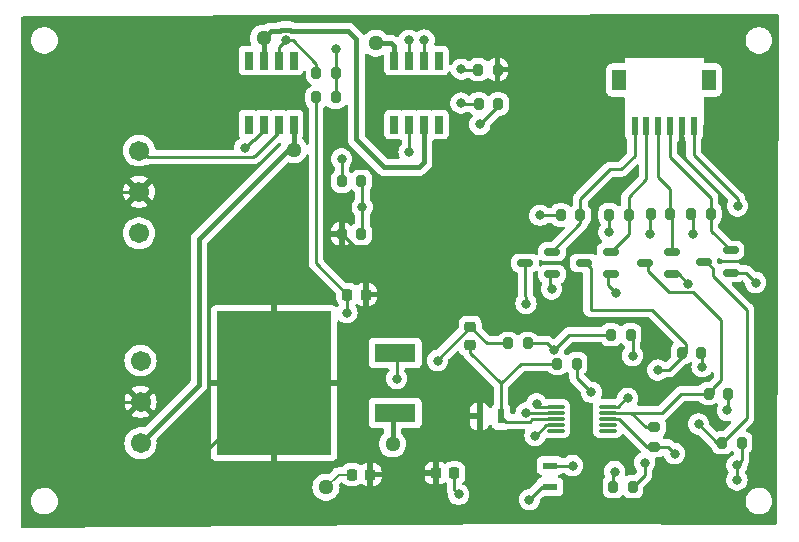
<source format=gtl>
%TF.GenerationSoftware,KiCad,Pcbnew,7.0.10*%
%TF.CreationDate,2024-04-30T20:07:41-04:00*%
%TF.ProjectId,FutekCircuit,46757465-6b43-4697-9263-7569742e6b69,rev?*%
%TF.SameCoordinates,Original*%
%TF.FileFunction,Copper,L1,Top*%
%TF.FilePolarity,Positive*%
%FSLAX46Y46*%
G04 Gerber Fmt 4.6, Leading zero omitted, Abs format (unit mm)*
G04 Created by KiCad (PCBNEW 7.0.10) date 2024-04-30 20:07:41*
%MOMM*%
%LPD*%
G01*
G04 APERTURE LIST*
G04 Aperture macros list*
%AMRoundRect*
0 Rectangle with rounded corners*
0 $1 Rounding radius*
0 $2 $3 $4 $5 $6 $7 $8 $9 X,Y pos of 4 corners*
0 Add a 4 corners polygon primitive as box body*
4,1,4,$2,$3,$4,$5,$6,$7,$8,$9,$2,$3,0*
0 Add four circle primitives for the rounded corners*
1,1,$1+$1,$2,$3*
1,1,$1+$1,$4,$5*
1,1,$1+$1,$6,$7*
1,1,$1+$1,$8,$9*
0 Add four rect primitives between the rounded corners*
20,1,$1+$1,$2,$3,$4,$5,0*
20,1,$1+$1,$4,$5,$6,$7,0*
20,1,$1+$1,$6,$7,$8,$9,0*
20,1,$1+$1,$8,$9,$2,$3,0*%
G04 Aperture macros list end*
%TA.AperFunction,SMDPad,CuDef*%
%ADD10RoundRect,0.200000X-0.200000X-0.275000X0.200000X-0.275000X0.200000X0.275000X-0.200000X0.275000X0*%
%TD*%
%TA.AperFunction,SMDPad,CuDef*%
%ADD11RoundRect,0.075000X-0.650000X-0.075000X0.650000X-0.075000X0.650000X0.075000X-0.650000X0.075000X0*%
%TD*%
%TA.AperFunction,SMDPad,CuDef*%
%ADD12RoundRect,0.200000X0.200000X0.275000X-0.200000X0.275000X-0.200000X-0.275000X0.200000X-0.275000X0*%
%TD*%
%TA.AperFunction,SMDPad,CuDef*%
%ADD13R,3.500000X1.600000*%
%TD*%
%TA.AperFunction,SMDPad,CuDef*%
%ADD14R,9.750000X12.200000*%
%TD*%
%TA.AperFunction,ComponentPad*%
%ADD15C,1.701800*%
%TD*%
%TA.AperFunction,SMDPad,CuDef*%
%ADD16RoundRect,0.225000X0.225000X0.250000X-0.225000X0.250000X-0.225000X-0.250000X0.225000X-0.250000X0*%
%TD*%
%TA.AperFunction,SMDPad,CuDef*%
%ADD17R,0.650000X1.525000*%
%TD*%
%TA.AperFunction,SMDPad,CuDef*%
%ADD18RoundRect,0.225000X0.250000X-0.225000X0.250000X0.225000X-0.250000X0.225000X-0.250000X-0.225000X0*%
%TD*%
%TA.AperFunction,SMDPad,CuDef*%
%ADD19R,0.600000X1.500000*%
%TD*%
%TA.AperFunction,SMDPad,CuDef*%
%ADD20R,1.200000X1.800000*%
%TD*%
%TA.AperFunction,SMDPad,CuDef*%
%ADD21RoundRect,0.200000X-0.275000X0.200000X-0.275000X-0.200000X0.275000X-0.200000X0.275000X0.200000X0*%
%TD*%
%TA.AperFunction,SMDPad,CuDef*%
%ADD22R,0.600000X1.250000*%
%TD*%
%TA.AperFunction,SMDPad,CuDef*%
%ADD23RoundRect,0.150000X0.512500X0.150000X-0.512500X0.150000X-0.512500X-0.150000X0.512500X-0.150000X0*%
%TD*%
%TA.AperFunction,SMDPad,CuDef*%
%ADD24RoundRect,0.225000X-0.225000X-0.250000X0.225000X-0.250000X0.225000X0.250000X-0.225000X0.250000X0*%
%TD*%
%TA.AperFunction,SMDPad,CuDef*%
%ADD25R,1.250000X0.600000*%
%TD*%
%TA.AperFunction,ViaPad*%
%ADD26C,0.800000*%
%TD*%
%TA.AperFunction,ViaPad*%
%ADD27C,1.290000*%
%TD*%
%TA.AperFunction,Conductor*%
%ADD28C,0.250000*%
%TD*%
%TA.AperFunction,Conductor*%
%ADD29C,0.431364*%
%TD*%
%TA.AperFunction,Conductor*%
%ADD30C,0.200000*%
%TD*%
G04 APERTURE END LIST*
D10*
%TO.P,R9,1*%
%TO.N,V3.3*%
X210853000Y-89154000D03*
%TO.P,R9,2*%
%TO.N,SDA*%
X212503000Y-89154000D03*
%TD*%
%TO.P,R3,1*%
%TO.N,Net-(U1--)*%
X196279000Y-79883000D03*
%TO.P,R3,2*%
%TO.N,Net-(R3-Pad2)*%
X197929000Y-79883000D03*
%TD*%
%TO.P,R2,1*%
%TO.N,Net-(U2--)*%
X182537600Y-77241400D03*
%TO.P,R2,2*%
%TO.N,Net-(U1-+)*%
X184187600Y-77241400D03*
%TD*%
D11*
%TO.P,U4,1,ADDR*%
%TO.N,ADDR5*%
X202787000Y-105537000D03*
%TO.P,U4,2,ALERT/RDY*%
%TO.N,ALERT5*%
X202787000Y-106037000D03*
%TO.P,U4,3,GND*%
%TO.N,GND1*%
X202787000Y-106537000D03*
%TO.P,U4,4,AIN0*%
%TO.N,A0*%
X202787000Y-107037000D03*
%TO.P,U4,5,AIN1*%
%TO.N,unconnected-(U4-AIN1-Pad5)*%
X202787000Y-107537000D03*
%TO.P,U4,6,AIN2*%
%TO.N,unconnected-(U4-AIN2-Pad6)*%
X207187000Y-107537000D03*
%TO.P,U4,7,AIN3*%
%TO.N,unconnected-(U4-AIN3-Pad7)*%
X207187000Y-107037000D03*
%TO.P,U4,8,VDD*%
%TO.N,VDD*%
X207187000Y-106537000D03*
%TO.P,U4,9,SDA*%
%TO.N,SDA5*%
X207187000Y-106037000D03*
%TO.P,U4,10,SCL*%
%TO.N,SCL5*%
X207187000Y-105537000D03*
%TD*%
D12*
%TO.P,R6,1*%
%TO.N,A0*%
X186321200Y-90881200D03*
%TO.P,R6,2*%
%TO.N,GND*%
X184671200Y-90881200D03*
%TD*%
D13*
%TO.P,U3,1,IN*%
%TO.N,PS+*%
X189218000Y-106045000D03*
D14*
%TO.P,U3,2,GND*%
%TO.N,GND*%
X178943000Y-103505000D03*
D13*
%TO.P,U3,3,OUT*%
%TO.N,Vreg*%
X189218000Y-100965000D03*
%TD*%
D10*
%TO.P,R1,1*%
%TO.N,Vreg*%
X182506600Y-79324200D03*
%TO.P,R1,2*%
%TO.N,Net-(U1-+)*%
X184156600Y-79324200D03*
%TD*%
D15*
%TO.P,J1,1,Pin_1*%
%TO.N,PS+*%
X167640000Y-101600000D03*
%TO.P,J1,2,Pin_2*%
%TO.N,GND*%
X167640000Y-105100001D03*
%TO.P,J1,3,Pin_3*%
%TO.N,PS-*%
X167640000Y-108600001D03*
%TD*%
D16*
%TO.P,C2,1*%
%TO.N,Vreg*%
X194196000Y-111125000D03*
%TO.P,C2,2*%
%TO.N,GND*%
X192646000Y-111125000D03*
%TD*%
D17*
%TO.P,U2,1,VOS*%
%TO.N,unconnected-(U2-VOS-Pad1)*%
X176784000Y-81624000D03*
%TO.P,U2,2,-*%
%TO.N,Net-(U2--)*%
X178054000Y-81624000D03*
%TO.P,U2,3,+*%
%TO.N,FutekSIG*%
X179324000Y-81624000D03*
%TO.P,U2,4,V-*%
%TO.N,PS-*%
X180594000Y-81624000D03*
%TO.P,U2,5,NC*%
%TO.N,unconnected-(U2-NC-Pad5)*%
X180594000Y-76200000D03*
%TO.P,U2,6*%
%TO.N,Net-(U2--)*%
X179324000Y-76200000D03*
%TO.P,U2,7,V+*%
%TO.N,PS+*%
X178054000Y-76200000D03*
%TO.P,U2,8,VOS*%
%TO.N,unconnected-(U2-VOS-Pad8)*%
X176784000Y-76200000D03*
%TD*%
D10*
%TO.P,R7,1*%
%TO.N,V3.3*%
X214282000Y-89154000D03*
%TO.P,R7,2*%
%TO.N,SCL*%
X215932000Y-89154000D03*
%TD*%
D12*
%TO.P,R15,1*%
%TO.N,ALERT5*%
X200418200Y-100152200D03*
%TO.P,R15,2*%
%TO.N,VDD*%
X198768200Y-100152200D03*
%TD*%
D18*
%TO.P,C3,2*%
%TO.N,VDD*%
X195554600Y-98755200D03*
%TO.P,C3,1*%
%TO.N,GND1*%
X195554600Y-100305200D03*
%TD*%
D15*
%TO.P,J2,1,Pin_1*%
%TO.N,FutekSIG*%
X167513000Y-83820000D03*
%TO.P,J2,2,Pin_2*%
%TO.N,GND*%
X167513000Y-87320001D03*
%TO.P,J2,3,Pin_3*%
%TO.N,PS+*%
X167513000Y-90820001D03*
%TD*%
D10*
%TO.P,R11,1*%
%TO.N,V3.3*%
X207315800Y-89255600D03*
%TO.P,R11,2*%
%TO.N,ADDR*%
X208965800Y-89255600D03*
%TD*%
D19*
%TO.P,J3,1,Pin_1*%
%TO.N,V3.3*%
X214473000Y-81751000D03*
%TO.P,J3,2,Pin_2*%
%TO.N,GND*%
X213473000Y-81751000D03*
%TO.P,J3,3,Pin_3*%
%TO.N,SCL*%
X212473000Y-81751000D03*
%TO.P,J3,4,Pin_4*%
%TO.N,SDA*%
X211473000Y-81751000D03*
%TO.P,J3,5,Pin_5*%
%TO.N,ADDR*%
X210473000Y-81751000D03*
%TO.P,J3,6,Pin_6*%
%TO.N,ALERT*%
X209473000Y-81751000D03*
D20*
%TO.P,J3,S1*%
%TO.N,N/C*%
X208173000Y-77851000D03*
%TO.P,J3,S2*%
X215773000Y-77851000D03*
%TD*%
D10*
%TO.P,R5,1*%
%TO.N,Net-(R3-Pad2)*%
X184696600Y-86410800D03*
%TO.P,R5,2*%
%TO.N,A0*%
X186346600Y-86410800D03*
%TD*%
D21*
%TO.P,R17,1*%
%TO.N,SDA5*%
X211150200Y-107238800D03*
%TO.P,R17,2*%
%TO.N,VDD*%
X211150200Y-108888800D03*
%TD*%
D12*
%TO.P,R14,1*%
%TO.N,Vreg*%
X209142600Y-99415600D03*
%TO.P,R14,2*%
%TO.N,ALERT5*%
X207492600Y-99415600D03*
%TD*%
%TO.P,R18,1*%
%TO.N,ADDR5*%
X204583800Y-101854000D03*
%TO.P,R18,2*%
%TO.N,GND1*%
X202933800Y-101854000D03*
%TD*%
D22*
%TO.P,FB3,1*%
%TO.N,GND*%
X196356400Y-106324400D03*
%TO.P,FB3,2*%
%TO.N,GND1*%
X198156400Y-106324400D03*
%TD*%
D12*
%TO.P,R16,1*%
%TO.N,SCL5*%
X209320400Y-112293400D03*
%TO.P,R16,2*%
%TO.N,VDD*%
X207670400Y-112293400D03*
%TD*%
%TO.P,R10,1*%
%TO.N,Vreg*%
X217379800Y-104394000D03*
%TO.P,R10,2*%
%TO.N,SDA5*%
X215729800Y-104394000D03*
%TD*%
%TO.P,R12,1*%
%TO.N,Vreg*%
X215093800Y-100939600D03*
%TO.P,R12,2*%
%TO.N,ADDR5*%
X213443800Y-100939600D03*
%TD*%
%TO.P,R8,1*%
%TO.N,Vreg*%
X218548200Y-108559600D03*
%TO.P,R8,2*%
%TO.N,SCL5*%
X216898200Y-108559600D03*
%TD*%
D16*
%TO.P,C1,1*%
%TO.N,GND*%
X186703000Y-96012000D03*
%TO.P,C1,2*%
%TO.N,Vreg*%
X185153000Y-96012000D03*
%TD*%
D10*
%TO.P,R4,1*%
%TO.N,Net-(U1--)*%
X196215000Y-76962000D03*
%TO.P,R4,2*%
%TO.N,GND*%
X197865000Y-76962000D03*
%TD*%
D23*
%TO.P,Q4\u002C3\u002C2\u002C1,1,G*%
%TO.N,V3.3*%
X202481000Y-94295000D03*
%TO.P,Q4\u002C3\u002C2\u002C1,2,S*%
%TO.N,ALERT*%
X202481000Y-92395000D03*
%TO.P,Q4\u002C3\u002C2\u002C1,3,D*%
%TO.N,ALERT5*%
X200206000Y-93345000D03*
%TD*%
%TO.P,Q2,1,G*%
%TO.N,V3.3*%
X212641000Y-94295000D03*
%TO.P,Q2,2,S*%
%TO.N,SDA*%
X212641000Y-92395000D03*
%TO.P,Q2,3,D*%
%TO.N,SDA5*%
X210366000Y-93345000D03*
%TD*%
D24*
%TO.P,C4,1*%
%TO.N,PS+*%
X185547000Y-111252000D03*
%TO.P,C4,2*%
%TO.N,GND*%
X187097000Y-111252000D03*
%TD*%
D23*
%TO.P,Q1,1,G*%
%TO.N,V3.3*%
X217594000Y-94168000D03*
%TO.P,Q1,2,S*%
%TO.N,SCL*%
X217594000Y-92268000D03*
%TO.P,Q1,3,D*%
%TO.N,SCL5*%
X215319000Y-93218000D03*
%TD*%
D10*
%TO.P,R13,1*%
%TO.N,V3.3*%
X203233000Y-89281000D03*
%TO.P,R13,2*%
%TO.N,ALERT*%
X204883000Y-89281000D03*
%TD*%
D23*
%TO.P,Q3,1,G*%
%TO.N,V3.3*%
X207434000Y-94295000D03*
%TO.P,Q3,2,S*%
%TO.N,ADDR*%
X207434000Y-92395000D03*
%TO.P,Q3,3,D*%
%TO.N,ADDR5*%
X205159000Y-93345000D03*
%TD*%
D17*
%TO.P,U1,1,VOS*%
%TO.N,unconnected-(U1-VOS-Pad1)*%
X192913000Y-76200000D03*
%TO.P,U1,2,-*%
%TO.N,Net-(U1--)*%
X191643000Y-76200000D03*
%TO.P,U1,3,+*%
%TO.N,Net-(U1-+)*%
X190373000Y-76200000D03*
%TO.P,U1,4,V-*%
%TO.N,PS-*%
X189103000Y-76200000D03*
%TO.P,U1,5,NC*%
%TO.N,unconnected-(U1-NC-Pad5)*%
X189103000Y-81624000D03*
%TO.P,U1,6*%
%TO.N,Net-(R3-Pad2)*%
X190373000Y-81624000D03*
%TO.P,U1,7,V+*%
%TO.N,PS+*%
X191643000Y-81624000D03*
%TO.P,U1,8,VOS*%
%TO.N,unconnected-(U1-VOS-Pad8)*%
X192913000Y-81624000D03*
%TD*%
D25*
%TO.P,FB2,2*%
%TO.N,VDD*%
X202311000Y-110490000D03*
%TO.P,FB2,1*%
%TO.N,Vreg*%
X202311000Y-112290000D03*
%TD*%
D26*
%TO.N,VDD*%
X212852000Y-109474000D03*
X192786000Y-101600000D03*
X204216000Y-110490000D03*
X207772000Y-110998000D03*
%TO.N,Vreg*%
X209296000Y-101193600D03*
X215188800Y-102133400D03*
X200558400Y-113385600D03*
X218135200Y-111709200D03*
X185115200Y-97536000D03*
X194564000Y-112928400D03*
X218135200Y-110439200D03*
X217335100Y-105829100D03*
X189331600Y-103124000D03*
%TO.N,V3.3*%
X218186000Y-88519000D03*
X214426800Y-90906600D03*
X201447400Y-89306400D03*
X210794600Y-90881200D03*
X207924400Y-95910400D03*
X207289400Y-90728800D03*
X214020400Y-95113800D03*
X202438000Y-95554800D03*
X219710000Y-94996000D03*
%TO.N,SCL5*%
X208889600Y-104800400D03*
X214884000Y-106984800D03*
X210312000Y-110236000D03*
%TO.N,ADDR5*%
X201168000Y-105283000D03*
X205816200Y-104292400D03*
X211429600Y-102412800D03*
%TO.N,ALERT5*%
X200279000Y-96774000D03*
X200279000Y-106045000D03*
X202615800Y-100711000D03*
%TO.N,A0*%
X186410600Y-88595200D03*
X201041000Y-107950000D03*
D27*
%TO.N,PS+*%
X178054000Y-74320400D03*
X188976000Y-108661200D03*
X183337200Y-112318800D03*
%TO.N,PS-*%
X187553600Y-74726800D03*
X180594000Y-83743800D03*
D26*
%TO.N,Net-(U1-+)*%
X184226200Y-75234800D03*
X190373000Y-74498200D03*
%TO.N,Net-(U2--)*%
X176479200Y-83566000D03*
X179933600Y-74472800D03*
%TO.N,Net-(U1--)*%
X194767200Y-79806800D03*
X191668400Y-74472800D03*
X194792600Y-76936600D03*
%TO.N,Net-(R3-Pad2)*%
X196367400Y-81610200D03*
X190373000Y-83947000D03*
X184658000Y-84531200D03*
%TD*%
D28*
%TO.N,GND1*%
X199843800Y-101854000D02*
X198156400Y-103541400D01*
%TO.N,VDD*%
X212852000Y-109474000D02*
X212919000Y-109541000D01*
X211150200Y-108888800D02*
X212266800Y-108888800D01*
X212266800Y-108888800D02*
X212852000Y-109474000D01*
%TO.N,SCL5*%
X210312000Y-110236000D02*
X210312000Y-111301800D01*
X210312000Y-111301800D02*
X209320400Y-112293400D01*
%TO.N,VDD*%
X207137000Y-106537000D02*
X208137000Y-106537000D01*
X208137000Y-106537000D02*
X210488800Y-108888800D01*
X210488800Y-108888800D02*
X211150200Y-108888800D01*
X192786000Y-101523800D02*
X195554600Y-98755200D01*
X192786000Y-101600000D02*
X192786000Y-101523800D01*
X192709800Y-101600000D02*
X192786000Y-101600000D01*
X204216000Y-110490000D02*
X202311000Y-110490000D01*
X207670400Y-111099600D02*
X207670400Y-112293400D01*
X207772000Y-110998000D02*
X207670400Y-111099600D01*
X196951600Y-100152200D02*
X195554600Y-98755200D01*
%TO.N,GND*%
X171881800Y-110566200D02*
X171881800Y-113893600D01*
X161213800Y-111912400D02*
X161213800Y-105100001D01*
X198780400Y-76962000D02*
X201777600Y-79959200D01*
X163195000Y-113893600D02*
X161213800Y-111912400D01*
X167513000Y-87320001D02*
X162539799Y-87320001D01*
X171881800Y-113893600D02*
X163195000Y-113893600D01*
X178943000Y-103505000D02*
X184068000Y-103505000D01*
X184068000Y-103505000D02*
X186703000Y-100870000D01*
X186703000Y-92913000D02*
X184671200Y-90881200D01*
X162539799Y-87320001D02*
X160909000Y-88950800D01*
X178943000Y-103505000D02*
X171881800Y-110566200D01*
X186703000Y-96012000D02*
X186703000Y-92913000D01*
X186703000Y-95033800D02*
X186703000Y-96012000D01*
X197865000Y-76962000D02*
X198780400Y-76962000D01*
X160909000Y-88950800D02*
X160909000Y-104795201D01*
X160909000Y-104795201D02*
X161213800Y-105100001D01*
X161213800Y-105100001D02*
X167640000Y-105100001D01*
X201777600Y-79959200D02*
X186703000Y-95033800D01*
X186703000Y-100870000D02*
X186703000Y-96012000D01*
%TO.N,Vreg*%
X182506600Y-93365600D02*
X185153000Y-96012000D01*
X189331600Y-103124000D02*
X189357000Y-103098600D01*
X194564000Y-112928400D02*
X194196000Y-112560400D01*
X189357000Y-103098600D02*
X189357000Y-100875000D01*
X185115200Y-97536000D02*
X185115200Y-96049800D01*
X201627000Y-112317000D02*
X202311000Y-112317000D01*
X218548200Y-110026200D02*
X218135200Y-110439200D01*
X217379800Y-104394000D02*
X217379800Y-105784400D01*
X215188800Y-101034600D02*
X215093800Y-100939600D01*
X217379800Y-105784400D02*
X217335100Y-105829100D01*
X185115200Y-96049800D02*
X185153000Y-96012000D01*
X189992000Y-101092000D02*
X189611000Y-101092000D01*
X182506600Y-79324200D02*
X182506600Y-93365600D01*
X194196000Y-112560400D02*
X194196000Y-111125000D01*
X209296000Y-101193600D02*
X209296000Y-99569000D01*
X200558400Y-113385600D02*
X201627000Y-112317000D01*
X218135200Y-111709200D02*
X218135200Y-110439200D01*
X215188800Y-102133400D02*
X215188800Y-101034600D01*
X209296000Y-99569000D02*
X209142600Y-99415600D01*
X218548200Y-108559600D02*
X218548200Y-110026200D01*
%TO.N,V3.3*%
X210794600Y-89212400D02*
X210853000Y-89154000D01*
X214473000Y-84171000D02*
X214473000Y-81751000D01*
X207234000Y-94295000D02*
X207234000Y-95220000D01*
X207289400Y-89282000D02*
X207315800Y-89255600D01*
X202281000Y-95397800D02*
X202438000Y-95554800D01*
X210794600Y-90881200D02*
X210794600Y-89212400D01*
X218882000Y-94168000D02*
X217394000Y-94168000D01*
X218186000Y-88519000D02*
X218186000Y-87884000D01*
X202281000Y-94295000D02*
X202281000Y-95397800D01*
X201447400Y-89306400D02*
X203207600Y-89306400D01*
X203207600Y-89306400D02*
X203233000Y-89281000D01*
X207289400Y-90728800D02*
X207289400Y-89282000D01*
X207234000Y-95220000D02*
X207924400Y-95910400D01*
X214426800Y-90906600D02*
X214426800Y-89298800D01*
X214020400Y-95113800D02*
X213201600Y-94295000D01*
X218186000Y-87884000D02*
X214473000Y-84171000D01*
X219710000Y-94996000D02*
X218882000Y-94168000D01*
X214426800Y-89298800D02*
X214282000Y-89154000D01*
X213201600Y-94295000D02*
X212441000Y-94295000D01*
%TO.N,SCL*%
X217594000Y-92268000D02*
X215932000Y-90606000D01*
X212473000Y-84355400D02*
X212473000Y-81751000D01*
X215932000Y-87814400D02*
X212473000Y-84355400D01*
X215932000Y-90606000D02*
X215932000Y-89154000D01*
X215932000Y-89154000D02*
X215932000Y-87814400D01*
%TO.N,SCL5*%
X208026000Y-105537000D02*
X207137000Y-105537000D01*
X216096000Y-93795000D02*
X215519000Y-93218000D01*
X216096000Y-94430000D02*
X216096000Y-93795000D01*
X208889600Y-104800400D02*
X208762600Y-104800400D01*
X218948000Y-106472800D02*
X218948000Y-97282000D01*
X208762600Y-104800400D02*
X208026000Y-105537000D01*
X214884000Y-106984800D02*
X216458800Y-108559600D01*
X218948000Y-97282000D02*
X216096000Y-94430000D01*
X216458800Y-108559600D02*
X216861200Y-108559600D01*
X216861200Y-108559600D02*
X218948000Y-106472800D01*
%TO.N,SDA*%
X212641000Y-92395000D02*
X212641000Y-89292000D01*
X212503000Y-87077800D02*
X212503000Y-89154000D01*
X212641000Y-89292000D02*
X212503000Y-89154000D01*
X211473000Y-86047800D02*
X212503000Y-87077800D01*
X211473000Y-81751000D02*
X211473000Y-86047800D01*
%TO.N,SDA5*%
X210642200Y-107252000D02*
X210409400Y-107252000D01*
X213425000Y-104394000D02*
X216142800Y-104394000D01*
X211782000Y-106037000D02*
X213425000Y-104394000D01*
X212344000Y-95808800D02*
X214426800Y-95808800D01*
X216814400Y-103272400D02*
X216142800Y-103944000D01*
X210409400Y-107252000D02*
X209194400Y-106037000D01*
X209194400Y-106037000D02*
X211782000Y-106037000D01*
X216142800Y-103944000D02*
X216142800Y-104394000D01*
X214426800Y-95808800D02*
X216814400Y-98196400D01*
X207137000Y-106037000D02*
X209194400Y-106037000D01*
X210566000Y-93345000D02*
X210566000Y-94030800D01*
X216814400Y-98196400D02*
X216814400Y-103272400D01*
X210566000Y-94030800D02*
X212344000Y-95808800D01*
%TO.N,ADDR*%
X210473000Y-86224400D02*
X210473000Y-81624000D01*
X208965800Y-90863200D02*
X208965800Y-89255600D01*
X207434000Y-92395000D02*
X208965800Y-90863200D01*
X208965800Y-87731600D02*
X210473000Y-86224400D01*
X208965800Y-89255600D02*
X208965800Y-87731600D01*
%TO.N,ADDR5*%
X211429600Y-102412800D02*
X212383600Y-102412800D01*
X212383600Y-102412800D02*
X213856800Y-100939600D01*
X201041000Y-105283000D02*
X201041000Y-105283000D01*
X204583800Y-103060000D02*
X205816200Y-104292400D01*
X210947000Y-97282000D02*
X205740000Y-97282000D01*
X202837000Y-105537000D02*
X201041000Y-105537000D01*
X205740000Y-93726000D02*
X205359000Y-93345000D01*
X201041000Y-105283000D02*
X201168000Y-105283000D01*
X205740000Y-97282000D02*
X205740000Y-93726000D01*
X201168000Y-105283000D02*
X201168000Y-105156000D01*
X204583800Y-101854000D02*
X204583800Y-103060000D01*
X210947000Y-97282000D02*
X213856800Y-100191800D01*
X201041000Y-105537000D02*
X201041000Y-105283000D01*
X213856800Y-100191800D02*
X213856800Y-100939600D01*
%TO.N,ALERT*%
X207365600Y-85420200D02*
X208330800Y-85420200D01*
X204883000Y-89281000D02*
X204883000Y-87902800D01*
X202481000Y-92395000D02*
X204883000Y-89993000D01*
X208330800Y-85420200D02*
X209473000Y-84278000D01*
X209473000Y-81751000D02*
X209473000Y-84278000D01*
X204883000Y-87902800D02*
X207365600Y-85420200D01*
X204883000Y-89993000D02*
X204883000Y-89281000D01*
%TO.N,ALERT5*%
X200206000Y-96167600D02*
X200206000Y-93345000D01*
X200279000Y-96774000D02*
X200279000Y-96240600D01*
X202057000Y-100152200D02*
X202615800Y-100711000D01*
X200287000Y-106037000D02*
X200279000Y-106045000D01*
X200279000Y-96240600D02*
X200206000Y-96167600D01*
X200152000Y-106037000D02*
X200279000Y-105910000D01*
X202837000Y-106037000D02*
X200287000Y-106037000D01*
X200418200Y-100152200D02*
X202057000Y-100152200D01*
X200271000Y-106037000D02*
X200152000Y-106037000D01*
X203911200Y-99415600D02*
X207492600Y-99415600D01*
X202615800Y-100711000D02*
X203911200Y-99415600D01*
X200279000Y-106045000D02*
X200271000Y-106037000D01*
%TO.N,GND1*%
X198552000Y-106770000D02*
X198106400Y-106324400D01*
X195554600Y-100939600D02*
X195554600Y-100305200D01*
X202933800Y-101854000D02*
X199843800Y-101854000D01*
X200812305Y-106537000D02*
X200579305Y-106770000D01*
X202837000Y-106537000D02*
X200812305Y-106537000D01*
X200579305Y-106770000D02*
X198552000Y-106770000D01*
X198156400Y-106324400D02*
X198156400Y-103541400D01*
X198156400Y-103541400D02*
X195554600Y-100939600D01*
%TO.N,A0*%
X201099000Y-107950000D02*
X201041000Y-107950000D01*
X186410600Y-88595200D02*
X186391800Y-88576400D01*
X186410600Y-90791800D02*
X186321200Y-90881200D01*
X186410600Y-86474800D02*
X186346600Y-86410800D01*
X202012000Y-107037000D02*
X201099000Y-107950000D01*
X202837000Y-107037000D02*
X202012000Y-107037000D01*
X201041000Y-107950000D02*
X201041000Y-108008000D01*
X186410600Y-88595200D02*
X186410600Y-86474800D01*
X186410600Y-88595200D02*
X186410600Y-90791800D01*
%TO.N,VDD*%
X198768200Y-100152200D02*
X196951600Y-100152200D01*
D29*
%TO.N,PS+*%
X179471340Y-73710800D02*
X179575022Y-73607118D01*
X180395860Y-73710800D02*
X185216800Y-73710800D01*
X178663600Y-73710800D02*
X179471340Y-73710800D01*
X180292178Y-73607118D02*
X180395860Y-73710800D01*
X185216800Y-73710800D02*
X185902600Y-74396600D01*
X185902600Y-74396600D02*
X185902600Y-82880200D01*
D30*
X185547000Y-111252000D02*
X184404000Y-111252000D01*
D29*
X179575022Y-73607118D02*
X180292178Y-73607118D01*
X188264800Y-85242400D02*
X191211200Y-85242400D01*
X188976000Y-108661200D02*
X188976000Y-106287000D01*
X191211200Y-85242400D02*
X191643000Y-84810600D01*
X191643000Y-84810600D02*
X191643000Y-81624000D01*
D30*
X184404000Y-111252000D02*
X183337200Y-112318800D01*
D29*
X178054000Y-74320400D02*
X178663600Y-73710800D01*
X188976000Y-106287000D02*
X189218000Y-106045000D01*
X185902600Y-82880200D02*
X188264800Y-85242400D01*
X178054000Y-74320400D02*
X178054000Y-76200000D01*
%TO.N,PS-*%
X187553600Y-74726800D02*
X188823600Y-74726800D01*
X189103000Y-75006200D02*
X189103000Y-76200000D01*
X172593000Y-91313000D02*
X172593000Y-103647001D01*
X180162200Y-83743800D02*
X172593000Y-91313000D01*
X180594000Y-83743800D02*
X180162200Y-83743800D01*
X172593000Y-103647001D02*
X167640000Y-108600001D01*
X188823600Y-74726800D02*
X189103000Y-75006200D01*
X180594000Y-81624000D02*
X180594000Y-83743800D01*
D28*
%TO.N,FutekSIG*%
X168229199Y-84326356D02*
X168191385Y-84326356D01*
X177209157Y-84328000D02*
X177158357Y-84378800D01*
X177158357Y-84378800D02*
X168281643Y-84378800D01*
X179265421Y-82354579D02*
X177350578Y-84269422D01*
X168089421Y-84269421D02*
X167640000Y-83820000D01*
X168281643Y-84378800D02*
X168229199Y-84326356D01*
X179324000Y-81624000D02*
X179324000Y-82213157D01*
X168089424Y-84269418D02*
G75*
G03*
X168191385Y-84326356I159476J165818D01*
G01*
X177209157Y-84327969D02*
G75*
G03*
X177350577Y-84269421I43J199969D01*
G01*
X179265442Y-82354600D02*
G75*
G03*
X179324000Y-82213157I-141442J141400D01*
G01*
%TO.N,Net-(U1-+)*%
X184187600Y-75273400D02*
X184226200Y-75234800D01*
X184187600Y-79293200D02*
X184156600Y-79324200D01*
X190373000Y-75762500D02*
X190373000Y-74498200D01*
X184187600Y-77241400D02*
X184187600Y-79293200D01*
X184187600Y-77241400D02*
X184187600Y-75273400D01*
%TO.N,Net-(U2--)*%
X177209900Y-82905600D02*
X178054000Y-82061500D01*
X182532000Y-76460500D02*
X182532000Y-77216000D01*
X176479200Y-83566000D02*
X177139600Y-82905600D01*
X179933600Y-74472800D02*
X180544300Y-74472800D01*
X180544300Y-74472800D02*
X182532000Y-76460500D01*
X179324000Y-75082400D02*
X179933600Y-74472800D01*
X179324000Y-76200000D02*
X179324000Y-75082400D01*
X178054000Y-82061500D02*
X178054000Y-81624000D01*
X177139600Y-82905600D02*
X177209900Y-82905600D01*
%TO.N,Net-(U1--)*%
X191643000Y-74498200D02*
X191668400Y-74472800D01*
X191643000Y-75762500D02*
X191643000Y-74498200D01*
X196215000Y-76962000D02*
X194818000Y-76962000D01*
X191643000Y-74498200D02*
X191643000Y-76200000D01*
X194843400Y-79883000D02*
X194767200Y-79806800D01*
X194818000Y-76962000D02*
X194792600Y-76936600D01*
X196279000Y-79883000D02*
X194843400Y-79883000D01*
%TO.N,Net-(R3-Pad2)*%
X184696600Y-84569800D02*
X184658000Y-84531200D01*
X197929000Y-79883000D02*
X197929000Y-80048600D01*
X190373000Y-83947000D02*
X190373000Y-81624000D01*
X197929000Y-80048600D02*
X196367400Y-81610200D01*
X184696600Y-86410800D02*
X184696600Y-84569800D01*
%TD*%
%TA.AperFunction,Conductor*%
%TO.N,GND*%
G36*
X221633280Y-72257490D02*
G01*
X221679223Y-72310131D01*
X221690612Y-72362626D01*
X221488581Y-115370087D01*
X221468581Y-115437034D01*
X221415563Y-115482540D01*
X221364287Y-115493505D01*
X202201478Y-115447879D01*
X200152000Y-115443000D01*
X200151995Y-115443000D01*
X200151980Y-115443000D01*
X157605042Y-115746906D01*
X157537863Y-115727701D01*
X157491732Y-115675225D01*
X157480156Y-115622757D01*
X157482818Y-113500000D01*
X158367670Y-113500000D01*
X158386949Y-113708064D01*
X158386950Y-113708066D01*
X158444132Y-113909040D01*
X158444138Y-113909055D01*
X158537274Y-114096095D01*
X158663199Y-114262848D01*
X158817618Y-114403618D01*
X158817620Y-114403620D01*
X158995273Y-114513618D01*
X158995274Y-114513618D01*
X158995277Y-114513620D01*
X159190123Y-114589104D01*
X159395522Y-114627500D01*
X159395524Y-114627500D01*
X159604476Y-114627500D01*
X159604478Y-114627500D01*
X159809877Y-114589104D01*
X160004723Y-114513620D01*
X160182381Y-114403619D01*
X160336802Y-114262846D01*
X160462726Y-114096095D01*
X160555866Y-113909045D01*
X160613050Y-113708065D01*
X160632330Y-113500000D01*
X160613050Y-113291935D01*
X160555866Y-113090955D01*
X160555638Y-113090498D01*
X160484457Y-112947547D01*
X160462726Y-112903905D01*
X160356499Y-112763237D01*
X160336800Y-112737151D01*
X160182381Y-112596381D01*
X160182379Y-112596379D01*
X160004726Y-112486381D01*
X160004720Y-112486379D01*
X159809877Y-112410896D01*
X159604478Y-112372500D01*
X159395522Y-112372500D01*
X159190123Y-112410896D01*
X159092331Y-112448781D01*
X158995279Y-112486379D01*
X158995273Y-112486381D01*
X158817620Y-112596379D01*
X158817618Y-112596381D01*
X158663199Y-112737151D01*
X158537274Y-112903904D01*
X158444138Y-113090944D01*
X158444132Y-113090959D01*
X158386950Y-113291933D01*
X158386949Y-113291935D01*
X158367670Y-113499999D01*
X158367670Y-113500000D01*
X157482818Y-113500000D01*
X157484299Y-112318800D01*
X182186793Y-112318800D01*
X182206380Y-112530182D01*
X182206380Y-112530184D01*
X182206381Y-112530187D01*
X182259588Y-112717192D01*
X182264478Y-112734378D01*
X182359100Y-112924405D01*
X182359105Y-112924413D01*
X182487040Y-113093826D01*
X182643924Y-113236844D01*
X182643926Y-113236846D01*
X182824415Y-113348600D01*
X182824417Y-113348601D01*
X182824419Y-113348602D01*
X183022376Y-113425291D01*
X183231054Y-113464300D01*
X183231056Y-113464300D01*
X183443344Y-113464300D01*
X183443346Y-113464300D01*
X183652024Y-113425291D01*
X183849981Y-113348602D01*
X184030475Y-113236845D01*
X184187361Y-113093824D01*
X184315296Y-112924411D01*
X184409923Y-112734375D01*
X184468019Y-112530187D01*
X184487607Y-112318800D01*
X184481742Y-112255512D01*
X184467490Y-112101704D01*
X184470096Y-112101462D01*
X184475995Y-112043028D01*
X184503181Y-112002053D01*
X184551937Y-111953297D01*
X184562706Y-111942528D01*
X184624028Y-111909044D01*
X184693720Y-111914028D01*
X184743550Y-111950311D01*
X184743925Y-111949937D01*
X184746307Y-111952319D01*
X184747650Y-111953297D01*
X184749029Y-111955041D01*
X184868955Y-112074967D01*
X184868959Y-112074970D01*
X185013294Y-112163998D01*
X185013297Y-112163999D01*
X185013303Y-112164003D01*
X185174292Y-112217349D01*
X185273655Y-112227500D01*
X185820344Y-112227499D01*
X185820352Y-112227498D01*
X185820355Y-112227498D01*
X185874760Y-112221940D01*
X185919708Y-112217349D01*
X186080697Y-112164003D01*
X186225044Y-112074968D01*
X186234668Y-112065343D01*
X186295987Y-112031856D01*
X186365679Y-112036835D01*
X186410034Y-112065339D01*
X186419267Y-112074572D01*
X186419271Y-112074575D01*
X186563507Y-112163542D01*
X186563518Y-112163547D01*
X186724393Y-112216855D01*
X186823683Y-112226999D01*
X186847000Y-112226998D01*
X186847000Y-111502000D01*
X187347000Y-111502000D01*
X187347000Y-112226999D01*
X187370308Y-112226999D01*
X187370322Y-112226998D01*
X187469607Y-112216855D01*
X187630481Y-112163547D01*
X187630492Y-112163542D01*
X187774728Y-112074575D01*
X187774732Y-112074572D01*
X187894572Y-111954732D01*
X187894575Y-111954728D01*
X187983542Y-111810492D01*
X187983547Y-111810481D01*
X188036855Y-111649606D01*
X188046999Y-111550322D01*
X188047000Y-111550309D01*
X188047000Y-111502000D01*
X187347000Y-111502000D01*
X186847000Y-111502000D01*
X186847000Y-111375000D01*
X191696001Y-111375000D01*
X191696001Y-111423322D01*
X191706144Y-111522607D01*
X191759452Y-111683481D01*
X191759457Y-111683492D01*
X191848424Y-111827728D01*
X191848427Y-111827732D01*
X191968267Y-111947572D01*
X191968271Y-111947575D01*
X192112507Y-112036542D01*
X192112518Y-112036547D01*
X192273393Y-112089855D01*
X192372683Y-112099999D01*
X192896000Y-112099999D01*
X192919308Y-112099999D01*
X192919322Y-112099998D01*
X193018607Y-112089855D01*
X193179481Y-112036547D01*
X193179492Y-112036542D01*
X193323731Y-111947573D01*
X193332959Y-111938345D01*
X193394279Y-111904856D01*
X193463971Y-111909835D01*
X193508327Y-111938339D01*
X193517956Y-111947968D01*
X193517963Y-111947972D01*
X193523404Y-111952274D01*
X193563785Y-112009293D01*
X193570500Y-112049546D01*
X193570500Y-112477655D01*
X193568775Y-112493272D01*
X193569061Y-112493299D01*
X193568326Y-112501065D01*
X193570439Y-112568272D01*
X193570500Y-112572167D01*
X193570500Y-112599757D01*
X193571003Y-112603735D01*
X193571918Y-112615367D01*
X193573290Y-112659024D01*
X193573291Y-112659027D01*
X193578880Y-112678267D01*
X193582824Y-112697311D01*
X193582847Y-112697486D01*
X193585336Y-112717192D01*
X193601414Y-112757803D01*
X193605197Y-112768852D01*
X193617381Y-112810790D01*
X193627579Y-112828034D01*
X193636136Y-112845501D01*
X193646385Y-112871384D01*
X193645317Y-112871806D01*
X193658540Y-112923302D01*
X193658540Y-112928397D01*
X193658540Y-112928400D01*
X193678326Y-113116656D01*
X193678327Y-113116659D01*
X193736818Y-113296677D01*
X193736821Y-113296684D01*
X193831467Y-113460616D01*
X193866928Y-113499999D01*
X193958129Y-113601288D01*
X194111265Y-113712548D01*
X194111270Y-113712551D01*
X194284192Y-113789542D01*
X194284197Y-113789544D01*
X194469354Y-113828900D01*
X194469355Y-113828900D01*
X194658644Y-113828900D01*
X194658646Y-113828900D01*
X194843803Y-113789544D01*
X195016730Y-113712551D01*
X195169871Y-113601288D01*
X195296533Y-113460616D01*
X195339843Y-113385600D01*
X199652940Y-113385600D01*
X199672726Y-113573856D01*
X199672727Y-113573859D01*
X199731218Y-113753877D01*
X199731221Y-113753884D01*
X199825867Y-113917816D01*
X199911430Y-114012843D01*
X199952529Y-114058488D01*
X200105665Y-114169748D01*
X200105670Y-114169751D01*
X200278592Y-114246742D01*
X200278597Y-114246744D01*
X200463754Y-114286100D01*
X200463755Y-114286100D01*
X200653044Y-114286100D01*
X200653046Y-114286100D01*
X200838203Y-114246744D01*
X201011130Y-114169751D01*
X201164271Y-114058488D01*
X201290933Y-113917816D01*
X201385579Y-113753884D01*
X201444074Y-113573856D01*
X201451836Y-113500000D01*
X218867670Y-113500000D01*
X218886949Y-113708064D01*
X218886950Y-113708066D01*
X218944132Y-113909040D01*
X218944138Y-113909055D01*
X219037274Y-114096095D01*
X219163199Y-114262848D01*
X219317618Y-114403618D01*
X219317620Y-114403620D01*
X219495273Y-114513618D01*
X219495274Y-114513618D01*
X219495277Y-114513620D01*
X219690123Y-114589104D01*
X219895522Y-114627500D01*
X219895524Y-114627500D01*
X220104476Y-114627500D01*
X220104478Y-114627500D01*
X220309877Y-114589104D01*
X220504723Y-114513620D01*
X220682381Y-114403619D01*
X220836802Y-114262846D01*
X220962726Y-114096095D01*
X221055866Y-113909045D01*
X221113050Y-113708065D01*
X221132330Y-113500000D01*
X221113050Y-113291935D01*
X221055866Y-113090955D01*
X221055638Y-113090498D01*
X220984457Y-112947547D01*
X220962726Y-112903905D01*
X220856499Y-112763237D01*
X220836800Y-112737151D01*
X220682381Y-112596381D01*
X220682379Y-112596379D01*
X220504726Y-112486381D01*
X220504720Y-112486379D01*
X220309877Y-112410896D01*
X220104478Y-112372500D01*
X219895522Y-112372500D01*
X219690123Y-112410896D01*
X219592331Y-112448781D01*
X219495279Y-112486379D01*
X219495273Y-112486381D01*
X219317620Y-112596379D01*
X219317618Y-112596381D01*
X219163199Y-112737151D01*
X219037274Y-112903904D01*
X218944138Y-113090944D01*
X218944132Y-113090959D01*
X218886950Y-113291933D01*
X218886949Y-113291935D01*
X218867670Y-113499999D01*
X218867670Y-113500000D01*
X201451836Y-113500000D01*
X201461721Y-113405945D01*
X201488305Y-113341332D01*
X201497352Y-113331236D01*
X201701771Y-113126818D01*
X201763094Y-113093333D01*
X201789452Y-113090499D01*
X202983871Y-113090499D01*
X202983872Y-113090499D01*
X203043483Y-113084091D01*
X203178331Y-113033796D01*
X203293546Y-112947546D01*
X203379796Y-112832331D01*
X203430091Y-112697483D01*
X203436500Y-112637873D01*
X203436499Y-111942128D01*
X203430091Y-111882517D01*
X203420725Y-111857406D01*
X203379797Y-111747671D01*
X203379793Y-111747664D01*
X203293547Y-111632455D01*
X203293544Y-111632452D01*
X203178335Y-111546206D01*
X203178328Y-111546202D01*
X203071027Y-111506182D01*
X203015093Y-111464311D01*
X202990676Y-111398847D01*
X203005527Y-111330574D01*
X203054932Y-111281168D01*
X203071027Y-111273818D01*
X203178328Y-111233797D01*
X203178327Y-111233797D01*
X203178331Y-111233796D01*
X203259143Y-111173300D01*
X203300645Y-111142232D01*
X203302439Y-111144629D01*
X203350596Y-111118334D01*
X203376954Y-111115500D01*
X203512252Y-111115500D01*
X203579291Y-111135185D01*
X203604400Y-111156526D01*
X203610126Y-111162885D01*
X203610130Y-111162889D01*
X203763265Y-111274148D01*
X203763270Y-111274151D01*
X203936192Y-111351142D01*
X203936197Y-111351144D01*
X204121354Y-111390500D01*
X204121355Y-111390500D01*
X204310644Y-111390500D01*
X204310646Y-111390500D01*
X204495803Y-111351144D01*
X204668730Y-111274151D01*
X204821871Y-111162888D01*
X204948533Y-111022216D01*
X205043179Y-110858284D01*
X205101674Y-110678256D01*
X205121460Y-110490000D01*
X205101674Y-110301744D01*
X205043179Y-110121716D01*
X204948533Y-109957784D01*
X204821871Y-109817112D01*
X204821870Y-109817111D01*
X204668734Y-109705851D01*
X204668729Y-109705848D01*
X204495807Y-109628857D01*
X204495802Y-109628855D01*
X204349064Y-109597666D01*
X204310646Y-109589500D01*
X204121354Y-109589500D01*
X204088897Y-109596398D01*
X203936197Y-109628855D01*
X203936192Y-109628857D01*
X203763270Y-109705848D01*
X203763265Y-109705851D01*
X203610130Y-109817110D01*
X203610126Y-109817114D01*
X203604400Y-109823474D01*
X203544913Y-109860121D01*
X203512252Y-109864500D01*
X203376954Y-109864500D01*
X203309915Y-109844815D01*
X203300842Y-109837504D01*
X203300645Y-109837768D01*
X203178335Y-109746206D01*
X203178328Y-109746202D01*
X203043482Y-109695908D01*
X203043483Y-109695908D01*
X202983883Y-109689501D01*
X202983881Y-109689500D01*
X202983873Y-109689500D01*
X202983864Y-109689500D01*
X201638129Y-109689500D01*
X201638123Y-109689501D01*
X201578516Y-109695908D01*
X201443671Y-109746202D01*
X201443664Y-109746206D01*
X201328455Y-109832452D01*
X201328452Y-109832455D01*
X201242206Y-109947664D01*
X201242202Y-109947671D01*
X201194554Y-110075425D01*
X201191909Y-110082517D01*
X201185500Y-110142127D01*
X201185500Y-110142134D01*
X201185500Y-110142135D01*
X201185500Y-110837870D01*
X201185501Y-110837876D01*
X201191908Y-110897483D01*
X201242202Y-111032328D01*
X201242206Y-111032335D01*
X201328452Y-111147544D01*
X201328455Y-111147547D01*
X201443664Y-111233793D01*
X201443671Y-111233797D01*
X201550972Y-111273818D01*
X201606906Y-111315689D01*
X201631323Y-111381154D01*
X201616471Y-111449427D01*
X201567066Y-111498832D01*
X201550972Y-111506182D01*
X201443671Y-111546202D01*
X201443664Y-111546206D01*
X201328455Y-111632452D01*
X201328452Y-111632455D01*
X201242205Y-111747665D01*
X201213392Y-111824913D01*
X201192755Y-111860617D01*
X201167574Y-111891056D01*
X201159711Y-111899697D01*
X200610628Y-112448781D01*
X200549305Y-112482266D01*
X200522947Y-112485100D01*
X200463754Y-112485100D01*
X200434373Y-112491345D01*
X200278597Y-112524455D01*
X200278592Y-112524457D01*
X200105670Y-112601448D01*
X200105665Y-112601451D01*
X199952529Y-112712711D01*
X199825866Y-112853385D01*
X199731221Y-113017315D01*
X199731218Y-113017322D01*
X199695641Y-113126818D01*
X199672726Y-113197344D01*
X199652940Y-113385600D01*
X195339843Y-113385600D01*
X195391179Y-113296684D01*
X195449674Y-113116656D01*
X195469460Y-112928400D01*
X195449674Y-112740144D01*
X195391179Y-112560116D01*
X195296533Y-112396184D01*
X195169871Y-112255512D01*
X195169870Y-112255511D01*
X195016734Y-112144251D01*
X195016731Y-112144249D01*
X195016730Y-112144249D01*
X194947008Y-112113206D01*
X194893772Y-112067957D01*
X194873451Y-112001108D01*
X194892496Y-111933884D01*
X194909756Y-111912255D01*
X194993968Y-111828044D01*
X195083003Y-111683697D01*
X195136349Y-111522708D01*
X195146500Y-111423345D01*
X195146499Y-110826656D01*
X195144771Y-110809744D01*
X195136349Y-110727292D01*
X195136348Y-110727289D01*
X195083003Y-110566303D01*
X195082999Y-110566297D01*
X195082998Y-110566294D01*
X194993970Y-110421959D01*
X194993967Y-110421955D01*
X194874044Y-110302032D01*
X194874040Y-110302029D01*
X194729705Y-110213001D01*
X194729699Y-110212998D01*
X194729697Y-110212997D01*
X194696800Y-110202096D01*
X194568709Y-110159651D01*
X194469346Y-110149500D01*
X193922662Y-110149500D01*
X193922644Y-110149501D01*
X193823292Y-110159650D01*
X193823289Y-110159651D01*
X193662305Y-110212996D01*
X193662294Y-110213001D01*
X193517959Y-110302029D01*
X193517953Y-110302033D01*
X193508324Y-110311663D01*
X193447000Y-110345146D01*
X193377308Y-110340159D01*
X193332965Y-110311660D01*
X193323732Y-110302427D01*
X193323728Y-110302424D01*
X193179492Y-110213457D01*
X193179481Y-110213452D01*
X193018606Y-110160144D01*
X192919322Y-110150000D01*
X192896000Y-110150000D01*
X192896000Y-112099999D01*
X192372683Y-112099999D01*
X192396000Y-112099998D01*
X192396000Y-111375000D01*
X191696001Y-111375000D01*
X186847000Y-111375000D01*
X186847000Y-110277000D01*
X187347000Y-110277000D01*
X187347000Y-111002000D01*
X188046999Y-111002000D01*
X188046999Y-110953692D01*
X188046998Y-110953677D01*
X188038960Y-110875000D01*
X191696000Y-110875000D01*
X192396000Y-110875000D01*
X192396000Y-110149999D01*
X192372693Y-110150000D01*
X192372674Y-110150001D01*
X192273392Y-110160144D01*
X192112518Y-110213452D01*
X192112507Y-110213457D01*
X191968271Y-110302424D01*
X191968267Y-110302427D01*
X191848427Y-110422267D01*
X191848424Y-110422271D01*
X191759457Y-110566507D01*
X191759452Y-110566518D01*
X191706144Y-110727393D01*
X191696000Y-110826677D01*
X191696000Y-110875000D01*
X188038960Y-110875000D01*
X188036855Y-110854392D01*
X187983547Y-110693518D01*
X187983542Y-110693507D01*
X187894575Y-110549271D01*
X187894572Y-110549267D01*
X187774732Y-110429427D01*
X187774728Y-110429424D01*
X187630492Y-110340457D01*
X187630481Y-110340452D01*
X187469606Y-110287144D01*
X187370322Y-110277000D01*
X187347000Y-110277000D01*
X186847000Y-110277000D01*
X186847000Y-110276999D01*
X186823693Y-110277000D01*
X186823674Y-110277001D01*
X186724392Y-110287144D01*
X186563518Y-110340452D01*
X186563507Y-110340457D01*
X186419271Y-110429424D01*
X186419265Y-110429428D01*
X186410031Y-110438663D01*
X186348707Y-110472146D01*
X186279015Y-110467159D01*
X186234672Y-110438660D01*
X186225044Y-110429032D01*
X186225040Y-110429029D01*
X186080705Y-110340001D01*
X186080699Y-110339998D01*
X186080697Y-110339997D01*
X186080694Y-110339996D01*
X185919709Y-110286651D01*
X185820346Y-110276500D01*
X185273662Y-110276500D01*
X185273644Y-110276501D01*
X185174292Y-110286650D01*
X185174289Y-110286651D01*
X185013305Y-110339996D01*
X185013294Y-110340001D01*
X184868959Y-110429029D01*
X184868955Y-110429032D01*
X184749031Y-110548956D01*
X184722113Y-110592598D01*
X184670165Y-110639322D01*
X184616575Y-110651500D01*
X184451487Y-110651500D01*
X184435302Y-110650439D01*
X184404000Y-110646318D01*
X184364639Y-110651500D01*
X184247239Y-110666955D01*
X184247237Y-110666956D01*
X184101157Y-110727464D01*
X183975718Y-110823716D01*
X183956489Y-110848775D01*
X183945798Y-110860965D01*
X183649739Y-111157024D01*
X183588416Y-111190509D01*
X183539273Y-111191231D01*
X183443346Y-111173300D01*
X183231054Y-111173300D01*
X183022376Y-111212309D01*
X183022373Y-111212309D01*
X183022373Y-111212310D01*
X182824424Y-111288995D01*
X182824415Y-111288999D01*
X182643926Y-111400753D01*
X182643924Y-111400755D01*
X182487040Y-111543773D01*
X182359105Y-111713186D01*
X182359100Y-111713194D01*
X182264478Y-111903221D01*
X182253410Y-111942123D01*
X182208491Y-112099999D01*
X182206380Y-112107417D01*
X182186793Y-112318799D01*
X182186793Y-112318800D01*
X157484299Y-112318800D01*
X157493351Y-105100006D01*
X166284470Y-105100006D01*
X166302957Y-105323110D01*
X166357916Y-105540141D01*
X166447844Y-105745156D01*
X166447846Y-105745160D01*
X166524285Y-105862160D01*
X167079598Y-105306847D01*
X167118609Y-105401026D01*
X167214286Y-105525715D01*
X167338975Y-105621392D01*
X167433151Y-105660401D01*
X166876188Y-106217364D01*
X166876189Y-106217365D01*
X166898592Y-106234803D01*
X166898599Y-106234807D01*
X167095483Y-106341355D01*
X167095497Y-106341361D01*
X167307233Y-106414051D01*
X167528062Y-106450901D01*
X167751938Y-106450901D01*
X167972766Y-106414051D01*
X168184502Y-106341361D01*
X168184511Y-106341358D01*
X168381406Y-106234803D01*
X168381409Y-106234801D01*
X168403810Y-106217365D01*
X168403810Y-106217364D01*
X167846848Y-105660401D01*
X167941025Y-105621392D01*
X168065714Y-105525715D01*
X168161391Y-105401027D01*
X168200401Y-105306848D01*
X168755714Y-105862161D01*
X168832153Y-105745161D01*
X168922083Y-105540141D01*
X168977042Y-105323110D01*
X168995530Y-105100006D01*
X168995530Y-105099995D01*
X168977042Y-104876891D01*
X168922083Y-104659860D01*
X168832153Y-104454840D01*
X168755713Y-104337840D01*
X168200400Y-104893152D01*
X168161391Y-104798976D01*
X168065714Y-104674287D01*
X167941025Y-104578610D01*
X167846847Y-104539599D01*
X168403810Y-103982637D01*
X168403809Y-103982635D01*
X168381407Y-103965199D01*
X168381401Y-103965194D01*
X168184516Y-103858646D01*
X168184502Y-103858640D01*
X167972766Y-103785950D01*
X167751938Y-103749101D01*
X167528062Y-103749101D01*
X167307233Y-103785950D01*
X167095497Y-103858640D01*
X167095483Y-103858646D01*
X166898599Y-103965194D01*
X166898597Y-103965195D01*
X166876189Y-103982636D01*
X167433152Y-104539599D01*
X167338975Y-104578610D01*
X167214286Y-104674287D01*
X167118609Y-104798975D01*
X167079598Y-104893153D01*
X166524285Y-104337840D01*
X166447845Y-104454843D01*
X166447844Y-104454845D01*
X166357916Y-104659860D01*
X166302957Y-104876891D01*
X166284470Y-105099995D01*
X166284470Y-105100006D01*
X157493351Y-105100006D01*
X157497740Y-101600005D01*
X166283968Y-101600005D01*
X166302461Y-101823187D01*
X166302463Y-101823199D01*
X166357441Y-102040301D01*
X166447405Y-102245401D01*
X166569898Y-102432889D01*
X166569906Y-102432900D01*
X166721581Y-102597661D01*
X166721591Y-102597670D01*
X166808032Y-102664950D01*
X166898321Y-102735225D01*
X166898323Y-102735226D01*
X166898326Y-102735228D01*
X166973491Y-102775905D01*
X167095288Y-102841818D01*
X167307114Y-102914538D01*
X167528020Y-102951400D01*
X167751980Y-102951400D01*
X167972886Y-102914538D01*
X168184712Y-102841818D01*
X168381679Y-102735225D01*
X168558415Y-102597665D01*
X168710100Y-102432892D01*
X168832595Y-102245400D01*
X168922558Y-102040303D01*
X168977537Y-101823196D01*
X168978392Y-101812876D01*
X168996032Y-101600005D01*
X168996032Y-101599994D01*
X168977538Y-101376812D01*
X168977536Y-101376800D01*
X168955402Y-101289394D01*
X168922558Y-101159697D01*
X168832595Y-100954600D01*
X168814635Y-100927111D01*
X168761380Y-100845597D01*
X168710100Y-100767108D01*
X168710097Y-100767105D01*
X168710093Y-100767099D01*
X168558418Y-100602338D01*
X168558408Y-100602329D01*
X168381682Y-100464777D01*
X168381673Y-100464771D01*
X168184718Y-100358185D01*
X168184715Y-100358184D01*
X168184712Y-100358182D01*
X168184706Y-100358180D01*
X168184704Y-100358179D01*
X167972888Y-100285462D01*
X167751980Y-100248600D01*
X167528020Y-100248600D01*
X167307111Y-100285462D01*
X167095295Y-100358179D01*
X167095281Y-100358185D01*
X166898326Y-100464771D01*
X166898317Y-100464777D01*
X166721591Y-100602329D01*
X166721581Y-100602338D01*
X166569906Y-100767099D01*
X166569898Y-100767110D01*
X166447405Y-100954598D01*
X166357441Y-101159698D01*
X166302463Y-101376800D01*
X166302461Y-101376812D01*
X166283968Y-101599994D01*
X166283968Y-101600005D01*
X157497740Y-101600005D01*
X157511257Y-90820006D01*
X166156968Y-90820006D01*
X166175461Y-91043188D01*
X166175463Y-91043200D01*
X166230441Y-91260302D01*
X166320405Y-91465402D01*
X166442898Y-91652890D01*
X166442906Y-91652901D01*
X166594581Y-91817662D01*
X166594591Y-91817671D01*
X166769417Y-91953744D01*
X166771321Y-91955226D01*
X166771323Y-91955227D01*
X166771326Y-91955229D01*
X166849725Y-91997656D01*
X166968288Y-92061819D01*
X167180114Y-92134539D01*
X167401020Y-92171401D01*
X167624980Y-92171401D01*
X167845886Y-92134539D01*
X168057712Y-92061819D01*
X168254679Y-91955226D01*
X168431415Y-91817666D01*
X168571632Y-91665351D01*
X168583093Y-91652901D01*
X168583094Y-91652899D01*
X168583100Y-91652893D01*
X168705595Y-91465401D01*
X168795558Y-91260304D01*
X168850537Y-91043197D01*
X168853911Y-91002479D01*
X168869032Y-90820006D01*
X168869032Y-90819995D01*
X168850538Y-90596813D01*
X168850536Y-90596801D01*
X168838590Y-90549627D01*
X168795558Y-90379698D01*
X168705595Y-90174601D01*
X168700984Y-90167544D01*
X168639303Y-90073134D01*
X168583100Y-89987109D01*
X168583097Y-89987106D01*
X168583093Y-89987100D01*
X168431418Y-89822339D01*
X168431408Y-89822330D01*
X168254682Y-89684778D01*
X168254673Y-89684772D01*
X168057718Y-89578186D01*
X168057715Y-89578185D01*
X168057712Y-89578183D01*
X168057706Y-89578181D01*
X168057704Y-89578180D01*
X167845888Y-89505463D01*
X167624980Y-89468601D01*
X167401020Y-89468601D01*
X167180111Y-89505463D01*
X166968295Y-89578180D01*
X166968281Y-89578186D01*
X166771326Y-89684772D01*
X166771317Y-89684778D01*
X166594591Y-89822330D01*
X166594581Y-89822339D01*
X166442906Y-89987100D01*
X166442898Y-89987111D01*
X166320405Y-90174599D01*
X166230441Y-90379699D01*
X166175463Y-90596801D01*
X166175461Y-90596813D01*
X166156968Y-90819995D01*
X166156968Y-90820006D01*
X157511257Y-90820006D01*
X157515646Y-87320006D01*
X166157470Y-87320006D01*
X166175957Y-87543110D01*
X166230916Y-87760141D01*
X166320844Y-87965156D01*
X166320846Y-87965160D01*
X166397285Y-88082160D01*
X166952598Y-87526847D01*
X166991609Y-87621026D01*
X167087286Y-87745715D01*
X167211975Y-87841392D01*
X167306151Y-87880401D01*
X166749188Y-88437364D01*
X166749189Y-88437365D01*
X166771592Y-88454803D01*
X166771599Y-88454807D01*
X166968483Y-88561355D01*
X166968497Y-88561361D01*
X167180233Y-88634051D01*
X167401062Y-88670901D01*
X167624938Y-88670901D01*
X167845766Y-88634051D01*
X168057502Y-88561361D01*
X168057511Y-88561358D01*
X168254406Y-88454803D01*
X168254409Y-88454801D01*
X168276810Y-88437365D01*
X168276810Y-88437364D01*
X167719848Y-87880401D01*
X167814025Y-87841392D01*
X167938714Y-87745715D01*
X168034391Y-87621027D01*
X168073401Y-87526848D01*
X168628714Y-88082161D01*
X168705153Y-87965161D01*
X168795083Y-87760141D01*
X168850042Y-87543110D01*
X168868530Y-87320006D01*
X168868530Y-87319995D01*
X168850042Y-87096891D01*
X168795083Y-86879860D01*
X168705153Y-86674840D01*
X168628713Y-86557840D01*
X168073400Y-87113152D01*
X168034391Y-87018976D01*
X167938714Y-86894287D01*
X167814025Y-86798610D01*
X167719847Y-86759599D01*
X168276810Y-86202637D01*
X168276809Y-86202635D01*
X168254407Y-86185199D01*
X168254401Y-86185194D01*
X168057516Y-86078646D01*
X168057502Y-86078640D01*
X167845766Y-86005950D01*
X167624938Y-85969101D01*
X167401062Y-85969101D01*
X167180233Y-86005950D01*
X166968497Y-86078640D01*
X166968483Y-86078646D01*
X166771599Y-86185194D01*
X166771597Y-86185195D01*
X166749189Y-86202636D01*
X167306152Y-86759599D01*
X167211975Y-86798610D01*
X167087286Y-86894287D01*
X166991609Y-87018975D01*
X166952598Y-87113153D01*
X166397285Y-86557840D01*
X166320845Y-86674843D01*
X166320844Y-86674845D01*
X166230916Y-86879860D01*
X166175957Y-87096891D01*
X166157470Y-87319995D01*
X166157470Y-87320006D01*
X157515646Y-87320006D01*
X157520035Y-83820005D01*
X166156968Y-83820005D01*
X166175461Y-84043187D01*
X166175463Y-84043199D01*
X166230441Y-84260301D01*
X166320405Y-84465401D01*
X166442898Y-84652889D01*
X166442906Y-84652900D01*
X166594581Y-84817661D01*
X166594591Y-84817670D01*
X166746871Y-84936195D01*
X166771321Y-84955225D01*
X166771323Y-84955226D01*
X166771326Y-84955228D01*
X166866017Y-85006472D01*
X166968288Y-85061818D01*
X167180114Y-85134538D01*
X167401020Y-85171400D01*
X167624980Y-85171400D01*
X167845886Y-85134538D01*
X168057712Y-85061818D01*
X168057719Y-85061814D01*
X168057722Y-85061813D01*
X168136378Y-85019246D01*
X168195396Y-85004300D01*
X168202624Y-85004300D01*
X168222659Y-85004300D01*
X168242056Y-85005826D01*
X168261839Y-85008960D01*
X168305318Y-85004850D01*
X168316987Y-85004300D01*
X177075614Y-85004300D01*
X177091234Y-85006024D01*
X177091261Y-85005739D01*
X177099017Y-85006471D01*
X177099024Y-85006473D01*
X177166230Y-85004361D01*
X177170125Y-85004300D01*
X177197703Y-85004300D01*
X177197707Y-85004300D01*
X177201681Y-85003797D01*
X177213320Y-85002880D01*
X177256984Y-85001509D01*
X177276226Y-84995917D01*
X177295269Y-84991974D01*
X177315149Y-84989464D01*
X177355758Y-84973385D01*
X177366801Y-84969603D01*
X177408747Y-84957418D01*
X177425986Y-84947222D01*
X177443460Y-84938662D01*
X177462086Y-84931287D01*
X177462085Y-84931287D01*
X177462089Y-84931286D01*
X177489754Y-84911185D01*
X177521479Y-84895026D01*
X177521432Y-84894912D01*
X177522886Y-84894310D01*
X177524355Y-84893561D01*
X177525929Y-84893051D01*
X177641718Y-84834080D01*
X177712174Y-84782907D01*
X177721893Y-84776524D01*
X177736998Y-84767592D01*
X177792879Y-84711709D01*
X177792895Y-84711701D01*
X177792892Y-84711698D01*
X177824440Y-84680159D01*
X177846517Y-84658090D01*
X177846517Y-84658088D01*
X177852109Y-84652499D01*
X177852245Y-84652343D01*
X179325849Y-83178739D01*
X179387171Y-83145256D01*
X179456863Y-83150240D01*
X179512796Y-83192112D01*
X179537213Y-83257576D01*
X179524531Y-83321690D01*
X179521280Y-83328218D01*
X179521275Y-83328231D01*
X179512726Y-83358278D01*
X179481141Y-83412023D01*
X172129865Y-90763298D01*
X172116238Y-90775076D01*
X172098177Y-90788522D01*
X172098177Y-90788523D01*
X172067940Y-90824557D01*
X172060641Y-90832523D01*
X172057082Y-90836082D01*
X172038779Y-90859229D01*
X172036505Y-90862021D01*
X171990561Y-90916775D01*
X171986596Y-90922805D01*
X171986505Y-90922745D01*
X171982993Y-90928258D01*
X171983086Y-90928315D01*
X171979294Y-90934462D01*
X171949089Y-90999236D01*
X171947519Y-91002479D01*
X171915427Y-91066381D01*
X171912957Y-91073169D01*
X171912853Y-91073131D01*
X171910708Y-91079302D01*
X171910813Y-91079337D01*
X171908540Y-91086194D01*
X171894084Y-91156206D01*
X171893304Y-91159724D01*
X171876817Y-91229292D01*
X171875979Y-91236465D01*
X171875868Y-91236452D01*
X171875204Y-91242953D01*
X171875315Y-91242963D01*
X171874685Y-91250152D01*
X171876766Y-91321645D01*
X171876818Y-91325251D01*
X171876818Y-103298985D01*
X171857133Y-103366024D01*
X171840499Y-103386666D01*
X167991295Y-107235869D01*
X167929972Y-107269354D01*
X167883206Y-107270497D01*
X167751980Y-107248601D01*
X167528020Y-107248601D01*
X167307111Y-107285463D01*
X167095295Y-107358180D01*
X167095281Y-107358186D01*
X166898326Y-107464772D01*
X166898317Y-107464778D01*
X166721591Y-107602330D01*
X166721581Y-107602339D01*
X166569906Y-107767100D01*
X166569898Y-107767111D01*
X166447405Y-107954599D01*
X166357441Y-108159699D01*
X166302463Y-108376801D01*
X166302461Y-108376813D01*
X166283968Y-108599995D01*
X166283968Y-108600006D01*
X166302461Y-108823188D01*
X166302463Y-108823200D01*
X166357441Y-109040302D01*
X166447405Y-109245402D01*
X166569898Y-109432890D01*
X166569906Y-109432901D01*
X166721581Y-109597662D01*
X166721591Y-109597671D01*
X166860580Y-109705851D01*
X166898321Y-109735226D01*
X166898323Y-109735227D01*
X166898326Y-109735229D01*
X166918610Y-109746206D01*
X167095288Y-109841819D01*
X167307114Y-109914539D01*
X167528020Y-109951401D01*
X167751980Y-109951401D01*
X167972886Y-109914539D01*
X168184712Y-109841819D01*
X168381679Y-109735226D01*
X168558415Y-109597666D01*
X168710100Y-109432893D01*
X168832595Y-109245401D01*
X168922558Y-109040304D01*
X168977537Y-108823197D01*
X168990961Y-108661199D01*
X168996032Y-108600006D01*
X168996032Y-108599995D01*
X168977538Y-108376813D01*
X168977537Y-108376809D01*
X168977537Y-108376805D01*
X168974392Y-108364385D01*
X168974322Y-108364107D01*
X168976948Y-108294287D01*
X169006845Y-108245989D01*
X173056140Y-104196694D01*
X173069767Y-104184919D01*
X173087820Y-104171480D01*
X173118055Y-104135445D01*
X173125354Y-104127481D01*
X173128916Y-104123920D01*
X173147242Y-104100740D01*
X173149451Y-104098027D01*
X173195435Y-104043229D01*
X173195438Y-104043222D01*
X173199407Y-104037190D01*
X173199501Y-104037251D01*
X173203007Y-104031748D01*
X173202911Y-104031689D01*
X173206699Y-104025545D01*
X173206704Y-104025540D01*
X173236923Y-103960732D01*
X173238465Y-103957545D01*
X173270573Y-103893617D01*
X173270574Y-103893613D01*
X173273044Y-103886827D01*
X173273150Y-103886865D01*
X173275292Y-103880704D01*
X173275185Y-103880669D01*
X173277459Y-103873806D01*
X173291922Y-103803759D01*
X173292685Y-103800314D01*
X173303425Y-103755000D01*
X173568000Y-103755000D01*
X173568000Y-109652844D01*
X173574401Y-109712372D01*
X173574403Y-109712379D01*
X173624645Y-109847086D01*
X173624649Y-109847093D01*
X173710809Y-109962187D01*
X173710812Y-109962190D01*
X173825906Y-110048350D01*
X173825913Y-110048354D01*
X173960620Y-110098596D01*
X173960627Y-110098598D01*
X174020155Y-110104999D01*
X174020172Y-110105000D01*
X178693000Y-110105000D01*
X178693000Y-103755000D01*
X179193000Y-103755000D01*
X179193000Y-110105000D01*
X183865828Y-110105000D01*
X183865844Y-110104999D01*
X183925372Y-110098598D01*
X183925379Y-110098596D01*
X184060086Y-110048354D01*
X184060093Y-110048350D01*
X184175187Y-109962190D01*
X184175190Y-109962187D01*
X184261350Y-109847093D01*
X184261354Y-109847086D01*
X184311596Y-109712379D01*
X184311598Y-109712372D01*
X184317999Y-109652844D01*
X184318000Y-109652827D01*
X184318000Y-106892870D01*
X186967500Y-106892870D01*
X186967501Y-106892876D01*
X186973908Y-106952483D01*
X187024202Y-107087328D01*
X187024206Y-107087335D01*
X187110452Y-107202544D01*
X187110455Y-107202547D01*
X187225664Y-107288793D01*
X187225671Y-107288797D01*
X187360517Y-107339091D01*
X187360516Y-107339091D01*
X187367444Y-107339835D01*
X187420127Y-107345500D01*
X188135818Y-107345499D01*
X188202857Y-107365183D01*
X188248612Y-107417987D01*
X188259818Y-107469499D01*
X188259818Y-107709285D01*
X188240133Y-107776324D01*
X188219357Y-107800921D01*
X188125841Y-107886173D01*
X187997905Y-108055586D01*
X187997900Y-108055594D01*
X187903278Y-108245621D01*
X187888483Y-108297622D01*
X187856899Y-108408630D01*
X187845180Y-108449817D01*
X187825593Y-108661199D01*
X187825593Y-108661200D01*
X187845180Y-108872582D01*
X187845180Y-108872584D01*
X187845181Y-108872587D01*
X187891047Y-109033791D01*
X187903278Y-109076778D01*
X187997900Y-109266805D01*
X187997905Y-109266813D01*
X188125840Y-109436226D01*
X188282724Y-109579244D01*
X188282726Y-109579246D01*
X188463215Y-109691000D01*
X188463217Y-109691001D01*
X188463219Y-109691002D01*
X188661176Y-109767691D01*
X188869854Y-109806700D01*
X188869856Y-109806700D01*
X189082144Y-109806700D01*
X189082146Y-109806700D01*
X189290824Y-109767691D01*
X189488781Y-109691002D01*
X189669275Y-109579245D01*
X189826161Y-109436224D01*
X189954096Y-109266811D01*
X190048723Y-109076775D01*
X190106819Y-108872587D01*
X190126407Y-108661200D01*
X190106819Y-108449813D01*
X190048723Y-108245625D01*
X190039439Y-108226981D01*
X189954099Y-108055594D01*
X189954094Y-108055586D01*
X189877833Y-107954601D01*
X189826161Y-107886176D01*
X189825200Y-107885300D01*
X189732643Y-107800921D01*
X189696362Y-107741210D01*
X189692182Y-107709285D01*
X189692182Y-107469499D01*
X189711867Y-107402460D01*
X189764671Y-107356705D01*
X189816182Y-107345499D01*
X191015871Y-107345499D01*
X191015872Y-107345499D01*
X191075483Y-107339091D01*
X191210331Y-107288796D01*
X191325546Y-107202546D01*
X191411796Y-107087331D01*
X191462091Y-106952483D01*
X191468500Y-106892873D01*
X191468500Y-106574400D01*
X195556400Y-106574400D01*
X195556400Y-106997244D01*
X195562801Y-107056772D01*
X195562803Y-107056779D01*
X195613045Y-107191486D01*
X195613049Y-107191493D01*
X195699209Y-107306587D01*
X195699212Y-107306590D01*
X195814306Y-107392750D01*
X195814313Y-107392754D01*
X195949020Y-107442996D01*
X195949027Y-107442998D01*
X196008555Y-107449399D01*
X196008572Y-107449400D01*
X196106400Y-107449400D01*
X196106400Y-106574400D01*
X195556400Y-106574400D01*
X191468500Y-106574400D01*
X191468500Y-106074400D01*
X195556400Y-106074400D01*
X196106400Y-106074400D01*
X196106400Y-105199400D01*
X196008555Y-105199400D01*
X195949027Y-105205801D01*
X195949020Y-105205803D01*
X195814313Y-105256045D01*
X195814306Y-105256049D01*
X195699212Y-105342209D01*
X195699209Y-105342212D01*
X195613049Y-105457306D01*
X195613045Y-105457313D01*
X195562803Y-105592020D01*
X195562801Y-105592027D01*
X195556400Y-105651555D01*
X195556400Y-106074400D01*
X191468500Y-106074400D01*
X191468499Y-105197128D01*
X191462091Y-105137517D01*
X191454322Y-105116688D01*
X191411797Y-105002671D01*
X191411793Y-105002664D01*
X191325547Y-104887455D01*
X191325544Y-104887452D01*
X191210335Y-104801206D01*
X191210328Y-104801202D01*
X191075482Y-104750908D01*
X191075483Y-104750908D01*
X191015883Y-104744501D01*
X191015881Y-104744500D01*
X191015873Y-104744500D01*
X191015864Y-104744500D01*
X187420129Y-104744500D01*
X187420123Y-104744501D01*
X187360516Y-104750908D01*
X187225671Y-104801202D01*
X187225664Y-104801206D01*
X187110455Y-104887452D01*
X187110452Y-104887455D01*
X187024206Y-105002664D01*
X187024202Y-105002671D01*
X186973908Y-105137517D01*
X186967954Y-105192900D01*
X186967501Y-105197123D01*
X186967500Y-105197135D01*
X186967500Y-106892870D01*
X184318000Y-106892870D01*
X184318000Y-103755000D01*
X179193000Y-103755000D01*
X178693000Y-103755000D01*
X173568000Y-103755000D01*
X173303425Y-103755000D01*
X173309182Y-103730711D01*
X173309182Y-103730708D01*
X173309183Y-103730704D01*
X173310021Y-103723537D01*
X173310131Y-103723549D01*
X173310795Y-103717049D01*
X173310685Y-103717040D01*
X173311314Y-103709849D01*
X173310556Y-103683810D01*
X173309234Y-103638354D01*
X173309182Y-103634748D01*
X173309182Y-103255000D01*
X173568000Y-103255000D01*
X178693000Y-103255000D01*
X178693000Y-96905000D01*
X174020155Y-96905000D01*
X173960627Y-96911401D01*
X173960620Y-96911403D01*
X173825913Y-96961645D01*
X173825906Y-96961649D01*
X173710812Y-97047809D01*
X173710809Y-97047812D01*
X173624649Y-97162906D01*
X173624645Y-97162913D01*
X173574403Y-97297620D01*
X173574401Y-97297627D01*
X173568000Y-97357155D01*
X173568000Y-103255000D01*
X173309182Y-103255000D01*
X173309182Y-91661013D01*
X173328867Y-91593974D01*
X173345496Y-91573337D01*
X180070225Y-84848607D01*
X180131546Y-84815124D01*
X180201238Y-84820108D01*
X180202697Y-84820663D01*
X180279176Y-84850291D01*
X180487854Y-84889300D01*
X180487856Y-84889300D01*
X180700144Y-84889300D01*
X180700146Y-84889300D01*
X180908824Y-84850291D01*
X181106781Y-84773602D01*
X181287275Y-84661845D01*
X181436050Y-84526218D01*
X181444159Y-84518826D01*
X181445285Y-84517336D01*
X181572096Y-84349411D01*
X181616468Y-84260301D01*
X181646100Y-84200792D01*
X181693603Y-84149555D01*
X181761266Y-84132134D01*
X181827606Y-84154060D01*
X181871561Y-84208371D01*
X181881100Y-84256064D01*
X181881100Y-93282855D01*
X181879375Y-93298472D01*
X181879661Y-93298499D01*
X181878926Y-93306265D01*
X181881039Y-93373472D01*
X181881100Y-93377367D01*
X181881100Y-93404957D01*
X181881603Y-93408935D01*
X181882518Y-93420567D01*
X181883890Y-93464224D01*
X181883891Y-93464227D01*
X181889480Y-93483467D01*
X181893424Y-93502511D01*
X181895323Y-93517536D01*
X181895936Y-93522392D01*
X181912014Y-93563003D01*
X181915797Y-93574052D01*
X181924161Y-93602841D01*
X181927982Y-93615990D01*
X181936793Y-93630890D01*
X181938180Y-93633234D01*
X181946736Y-93650700D01*
X181954114Y-93669332D01*
X181979781Y-93704660D01*
X181986193Y-93714421D01*
X182008428Y-93752017D01*
X182008433Y-93752024D01*
X182022590Y-93766180D01*
X182035228Y-93780976D01*
X182047005Y-93797186D01*
X182047006Y-93797187D01*
X182080657Y-93825025D01*
X182089298Y-93832888D01*
X184166181Y-95909771D01*
X184199666Y-95971094D01*
X184202500Y-95997452D01*
X184202500Y-96310336D01*
X184202501Y-96310355D01*
X184212650Y-96409707D01*
X184212651Y-96409710D01*
X184265996Y-96570694D01*
X184266001Y-96570705D01*
X184355029Y-96715040D01*
X184355032Y-96715044D01*
X184423171Y-96783183D01*
X184456656Y-96844506D01*
X184451672Y-96914198D01*
X184427640Y-96953836D01*
X184382666Y-97003784D01*
X184371408Y-97023284D01*
X184320840Y-97071498D01*
X184252233Y-97084720D01*
X184187369Y-97058751D01*
X184176341Y-97048963D01*
X184175187Y-97047809D01*
X184060093Y-96961649D01*
X184060086Y-96961645D01*
X183925379Y-96911403D01*
X183925372Y-96911401D01*
X183865844Y-96905000D01*
X179193000Y-96905000D01*
X179193000Y-103255000D01*
X184318000Y-103255000D01*
X184318000Y-101812870D01*
X186967500Y-101812870D01*
X186967501Y-101812876D01*
X186973908Y-101872483D01*
X187024202Y-102007328D01*
X187024206Y-102007335D01*
X187110452Y-102122544D01*
X187110455Y-102122547D01*
X187225664Y-102208793D01*
X187225671Y-102208797D01*
X187360517Y-102259091D01*
X187360516Y-102259091D01*
X187367444Y-102259835D01*
X187420127Y-102265500D01*
X188607500Y-102265499D01*
X188674539Y-102285184D01*
X188720294Y-102337987D01*
X188731500Y-102389499D01*
X188731500Y-102397103D01*
X188711815Y-102464142D01*
X188699650Y-102480075D01*
X188599066Y-102591785D01*
X188504421Y-102755715D01*
X188504418Y-102755722D01*
X188452816Y-102914538D01*
X188445926Y-102935744D01*
X188426140Y-103124000D01*
X188445926Y-103312256D01*
X188445927Y-103312259D01*
X188504418Y-103492277D01*
X188504421Y-103492284D01*
X188599067Y-103656216D01*
X188702681Y-103771291D01*
X188725729Y-103796888D01*
X188878865Y-103908148D01*
X188878870Y-103908151D01*
X189051792Y-103985142D01*
X189051797Y-103985144D01*
X189236954Y-104024500D01*
X189236955Y-104024500D01*
X189426244Y-104024500D01*
X189426246Y-104024500D01*
X189611403Y-103985144D01*
X189784330Y-103908151D01*
X189937471Y-103796888D01*
X190064133Y-103656216D01*
X190158779Y-103492284D01*
X190217274Y-103312256D01*
X190237060Y-103124000D01*
X190217274Y-102935744D01*
X190158779Y-102755716D01*
X190064133Y-102591784D01*
X190042249Y-102567479D01*
X190014350Y-102536494D01*
X189984120Y-102473502D01*
X189982500Y-102453522D01*
X189982500Y-102389499D01*
X190002185Y-102322460D01*
X190054989Y-102276705D01*
X190106500Y-102265499D01*
X191015871Y-102265499D01*
X191015872Y-102265499D01*
X191075483Y-102259091D01*
X191210331Y-102208796D01*
X191325546Y-102122546D01*
X191411796Y-102007331D01*
X191462091Y-101872483D01*
X191468500Y-101812873D01*
X191468500Y-101600000D01*
X191880540Y-101600000D01*
X191900326Y-101788256D01*
X191900327Y-101788259D01*
X191958818Y-101968277D01*
X191958821Y-101968284D01*
X192053467Y-102132216D01*
X192167706Y-102259091D01*
X192180129Y-102272888D01*
X192333265Y-102384148D01*
X192333270Y-102384151D01*
X192506192Y-102461142D01*
X192506197Y-102461144D01*
X192691354Y-102500500D01*
X192691355Y-102500500D01*
X192880644Y-102500500D01*
X192880646Y-102500500D01*
X193065803Y-102461144D01*
X193238730Y-102384151D01*
X193391871Y-102272888D01*
X193518533Y-102132216D01*
X193613179Y-101968284D01*
X193671674Y-101788256D01*
X193691460Y-101600000D01*
X193691459Y-101599994D01*
X193690073Y-101586809D01*
X193688410Y-101570982D01*
X193700977Y-101502254D01*
X193724046Y-101470342D01*
X194428988Y-100765400D01*
X194490309Y-100731917D01*
X194560001Y-100736901D01*
X194615934Y-100778773D01*
X194634372Y-100814077D01*
X194642594Y-100838890D01*
X194642601Y-100838905D01*
X194731629Y-100983240D01*
X194731632Y-100983244D01*
X194851556Y-101103168D01*
X194940549Y-101158059D01*
X194982190Y-101200487D01*
X194986184Y-101207242D01*
X194994736Y-101224699D01*
X195002114Y-101243332D01*
X195027781Y-101278660D01*
X195034193Y-101288421D01*
X195056428Y-101326017D01*
X195056433Y-101326024D01*
X195070590Y-101340180D01*
X195083228Y-101354976D01*
X195095005Y-101371186D01*
X195095006Y-101371187D01*
X195128657Y-101399025D01*
X195137298Y-101406888D01*
X197494581Y-103764171D01*
X197528066Y-103825494D01*
X197530900Y-103851852D01*
X197530900Y-105258445D01*
X197511215Y-105325484D01*
X197503904Y-105334557D01*
X197504168Y-105334755D01*
X197412606Y-105457064D01*
X197412602Y-105457071D01*
X197372315Y-105565087D01*
X197330444Y-105621021D01*
X197264979Y-105645438D01*
X197196706Y-105630586D01*
X197147301Y-105581181D01*
X197139951Y-105565087D01*
X197099754Y-105457313D01*
X197099750Y-105457306D01*
X197013590Y-105342212D01*
X197013587Y-105342209D01*
X196898493Y-105256049D01*
X196898486Y-105256045D01*
X196763779Y-105205803D01*
X196763772Y-105205801D01*
X196704244Y-105199400D01*
X196606400Y-105199400D01*
X196606400Y-107449400D01*
X196704228Y-107449400D01*
X196704244Y-107449399D01*
X196763772Y-107442998D01*
X196763779Y-107442996D01*
X196898486Y-107392754D01*
X196898493Y-107392750D01*
X197013587Y-107306590D01*
X197013590Y-107306587D01*
X197099750Y-107191493D01*
X197099755Y-107191484D01*
X197139951Y-107083713D01*
X197181822Y-107027779D01*
X197247286Y-107003361D01*
X197315559Y-107018212D01*
X197364965Y-107067617D01*
X197372315Y-107083712D01*
X197412602Y-107191728D01*
X197412606Y-107191735D01*
X197498852Y-107306944D01*
X197498855Y-107306947D01*
X197614064Y-107393193D01*
X197614071Y-107393197D01*
X197651978Y-107407335D01*
X197748917Y-107443491D01*
X197808527Y-107449900D01*
X198504272Y-107449899D01*
X198563883Y-107443491D01*
X198568808Y-107441654D01*
X198671593Y-107403318D01*
X198714926Y-107395500D01*
X200106559Y-107395500D01*
X200173598Y-107415185D01*
X200219353Y-107467989D01*
X200229297Y-107537147D01*
X200215995Y-107575578D01*
X200216462Y-107575786D01*
X200214045Y-107581213D01*
X200213946Y-107581500D01*
X200213821Y-107581715D01*
X200213818Y-107581722D01*
X200165923Y-107729130D01*
X200155326Y-107761744D01*
X200135540Y-107950000D01*
X200155326Y-108138256D01*
X200155327Y-108138259D01*
X200213818Y-108318277D01*
X200213820Y-108318281D01*
X200213821Y-108318284D01*
X200308467Y-108482216D01*
X200414526Y-108600006D01*
X200435129Y-108622888D01*
X200588265Y-108734148D01*
X200588270Y-108734151D01*
X200761192Y-108811142D01*
X200761197Y-108811144D01*
X200946354Y-108850500D01*
X200946355Y-108850500D01*
X201135644Y-108850500D01*
X201135646Y-108850500D01*
X201320803Y-108811144D01*
X201493730Y-108734151D01*
X201646871Y-108622888D01*
X201773533Y-108482216D01*
X201868179Y-108318284D01*
X201886541Y-108261770D01*
X201925978Y-108204095D01*
X201990336Y-108176896D01*
X202020656Y-108177148D01*
X202099280Y-108187500D01*
X202099287Y-108187500D01*
X203474713Y-108187500D01*
X203474720Y-108187500D01*
X203587236Y-108172687D01*
X203727233Y-108114698D01*
X203847451Y-108022451D01*
X203939698Y-107902233D01*
X203997687Y-107762236D01*
X204012500Y-107649720D01*
X204012500Y-107424280D01*
X203997687Y-107311764D01*
X203997686Y-107311763D01*
X203996626Y-107303705D01*
X203999689Y-107303301D01*
X203999689Y-107270698D01*
X203996626Y-107270295D01*
X204005545Y-107202546D01*
X204012500Y-107149720D01*
X204012500Y-106924280D01*
X203997687Y-106811764D01*
X203997686Y-106811763D01*
X203996626Y-106803705D01*
X203999689Y-106803301D01*
X203999689Y-106770698D01*
X203996626Y-106770295D01*
X204000198Y-106743162D01*
X204012500Y-106649720D01*
X204012500Y-106424280D01*
X203997687Y-106311764D01*
X203997686Y-106311763D01*
X203996626Y-106303705D01*
X203999689Y-106303301D01*
X203999689Y-106270698D01*
X203996626Y-106270295D01*
X204001298Y-106234807D01*
X204012500Y-106149720D01*
X204012500Y-105924280D01*
X203997687Y-105811764D01*
X203997686Y-105811763D01*
X203996626Y-105803705D01*
X203999689Y-105803301D01*
X203999689Y-105770698D01*
X203996626Y-105770295D01*
X203999935Y-105745160D01*
X204012500Y-105649720D01*
X204012500Y-105424280D01*
X203997687Y-105311764D01*
X203939698Y-105171767D01*
X203847451Y-105051549D01*
X203727233Y-104959302D01*
X203727229Y-104959300D01*
X203663801Y-104933027D01*
X203587236Y-104901313D01*
X203573171Y-104899461D01*
X203474727Y-104886500D01*
X203474720Y-104886500D01*
X202099280Y-104886500D01*
X202099277Y-104886500D01*
X202069535Y-104890415D01*
X202000500Y-104879648D01*
X201948245Y-104833267D01*
X201945982Y-104829505D01*
X201900533Y-104750784D01*
X201773871Y-104610112D01*
X201773870Y-104610111D01*
X201620734Y-104498851D01*
X201620729Y-104498848D01*
X201447807Y-104421857D01*
X201447802Y-104421855D01*
X201302001Y-104390865D01*
X201262646Y-104382500D01*
X201073354Y-104382500D01*
X201040897Y-104389398D01*
X200888197Y-104421855D01*
X200888192Y-104421857D01*
X200715270Y-104498848D01*
X200715265Y-104498851D01*
X200562129Y-104610111D01*
X200435466Y-104750785D01*
X200340821Y-104914715D01*
X200340818Y-104914722D01*
X200293936Y-105059012D01*
X200254499Y-105116688D01*
X200190140Y-105143886D01*
X200188977Y-105144014D01*
X200184353Y-105144500D01*
X199999197Y-105183855D01*
X199999192Y-105183857D01*
X199826270Y-105260848D01*
X199826265Y-105260851D01*
X199673129Y-105372111D01*
X199546466Y-105512785D01*
X199451821Y-105676715D01*
X199451818Y-105676722D01*
X199402308Y-105829100D01*
X199393326Y-105856744D01*
X199376445Y-106017359D01*
X199374753Y-106033462D01*
X199348168Y-106098076D01*
X199290871Y-106138061D01*
X199251432Y-106144500D01*
X199080899Y-106144500D01*
X199013860Y-106124815D01*
X198968105Y-106072011D01*
X198956899Y-106020500D01*
X198956899Y-105651529D01*
X198956898Y-105651523D01*
X198956705Y-105649729D01*
X198950491Y-105591917D01*
X198925799Y-105525715D01*
X198900197Y-105457071D01*
X198900193Y-105457064D01*
X198808632Y-105334755D01*
X198811025Y-105332963D01*
X198784727Y-105284773D01*
X198781900Y-105258445D01*
X198781900Y-103851852D01*
X198801585Y-103784813D01*
X198818219Y-103764171D01*
X200066572Y-102515819D01*
X200127895Y-102482334D01*
X200154253Y-102479500D01*
X202057198Y-102479500D01*
X202124237Y-102499185D01*
X202163314Y-102539349D01*
X202178328Y-102564185D01*
X202178331Y-102564189D01*
X202298611Y-102684469D01*
X202298613Y-102684470D01*
X202298615Y-102684472D01*
X202444194Y-102772478D01*
X202606604Y-102823086D01*
X202677184Y-102829500D01*
X202677187Y-102829500D01*
X203190413Y-102829500D01*
X203190416Y-102829500D01*
X203260996Y-102823086D01*
X203423406Y-102772478D01*
X203568985Y-102684472D01*
X203671120Y-102582336D01*
X203732441Y-102548853D01*
X203802133Y-102553837D01*
X203846481Y-102582338D01*
X203921981Y-102657838D01*
X203955466Y-102719161D01*
X203958300Y-102745519D01*
X203958300Y-102977255D01*
X203956575Y-102992872D01*
X203956861Y-102992899D01*
X203956126Y-103000665D01*
X203958239Y-103067872D01*
X203958300Y-103071767D01*
X203958300Y-103099357D01*
X203958803Y-103103335D01*
X203959718Y-103114967D01*
X203961090Y-103158624D01*
X203961091Y-103158627D01*
X203966680Y-103177867D01*
X203970624Y-103196911D01*
X203970630Y-103196951D01*
X203973136Y-103216792D01*
X203989214Y-103257403D01*
X203992997Y-103268452D01*
X204005181Y-103310388D01*
X204015380Y-103327634D01*
X204023936Y-103345100D01*
X204026015Y-103350348D01*
X204031314Y-103363732D01*
X204056981Y-103399060D01*
X204063393Y-103408821D01*
X204085628Y-103446417D01*
X204085633Y-103446424D01*
X204099790Y-103460580D01*
X204112428Y-103475376D01*
X204124205Y-103491586D01*
X204124206Y-103491587D01*
X204157857Y-103519425D01*
X204166498Y-103527288D01*
X204877238Y-104238028D01*
X204910723Y-104299351D01*
X204912878Y-104312747D01*
X204920210Y-104382500D01*
X204930526Y-104480656D01*
X204930527Y-104480659D01*
X204989018Y-104660677D01*
X204989021Y-104660684D01*
X205083667Y-104824616D01*
X205204937Y-104959300D01*
X205210329Y-104965288D01*
X205363465Y-105076548D01*
X205363470Y-105076551D01*
X205536392Y-105153542D01*
X205536397Y-105153544D01*
X205721554Y-105192900D01*
X205721555Y-105192900D01*
X205850567Y-105192900D01*
X205917606Y-105212585D01*
X205963361Y-105265389D01*
X205973506Y-105333085D01*
X205961501Y-105424270D01*
X205961500Y-105424286D01*
X205961500Y-105649727D01*
X205967711Y-105696901D01*
X205974064Y-105745156D01*
X205977374Y-105770292D01*
X205974399Y-105770683D01*
X205974399Y-105803316D01*
X205977374Y-105803708D01*
X205961500Y-105924272D01*
X205961500Y-106149727D01*
X205977374Y-106270292D01*
X205974399Y-106270683D01*
X205974399Y-106303316D01*
X205977374Y-106303708D01*
X205961500Y-106424272D01*
X205961500Y-106649727D01*
X205977374Y-106770292D01*
X205974399Y-106770683D01*
X205974399Y-106803316D01*
X205977374Y-106803708D01*
X205961500Y-106924272D01*
X205961500Y-107149727D01*
X205977374Y-107270292D01*
X205974399Y-107270683D01*
X205974399Y-107303316D01*
X205977374Y-107303708D01*
X205961500Y-107424272D01*
X205961500Y-107649727D01*
X205976313Y-107762235D01*
X205976313Y-107762236D01*
X206027649Y-107886173D01*
X206034302Y-107902233D01*
X206126549Y-108022451D01*
X206246767Y-108114698D01*
X206386764Y-108172687D01*
X206499280Y-108187500D01*
X206499287Y-108187500D01*
X207874713Y-108187500D01*
X207874720Y-108187500D01*
X207987236Y-108172687D01*
X208127233Y-108114698D01*
X208247451Y-108022451D01*
X208339698Y-107902233D01*
X208350087Y-107877150D01*
X208393927Y-107822746D01*
X208460220Y-107800680D01*
X208527920Y-107817958D01*
X208552329Y-107836919D01*
X209252590Y-108537181D01*
X209944799Y-109229390D01*
X209978284Y-109290713D01*
X209973300Y-109360405D01*
X209931428Y-109416338D01*
X209907556Y-109430349D01*
X209859272Y-109451847D01*
X209859265Y-109451851D01*
X209706129Y-109563111D01*
X209579466Y-109703785D01*
X209484821Y-109867715D01*
X209484818Y-109867722D01*
X209439820Y-110006214D01*
X209426326Y-110047744D01*
X209406540Y-110236000D01*
X209426326Y-110424256D01*
X209426327Y-110424259D01*
X209484818Y-110604277D01*
X209484821Y-110604284D01*
X209579467Y-110768216D01*
X209616856Y-110809740D01*
X209654650Y-110851715D01*
X209684880Y-110914706D01*
X209686500Y-110934687D01*
X209686500Y-110991347D01*
X209666815Y-111058386D01*
X209650181Y-111079028D01*
X209447628Y-111281581D01*
X209386305Y-111315066D01*
X209359947Y-111317900D01*
X209063784Y-111317900D01*
X209044545Y-111319648D01*
X208993207Y-111324313D01*
X208993204Y-111324314D01*
X208830794Y-111374922D01*
X208830792Y-111374922D01*
X208830789Y-111374924D01*
X208830787Y-111374924D01*
X208824052Y-111378996D01*
X208756496Y-111396828D01*
X208690024Y-111375305D01*
X208645740Y-111321262D01*
X208637704Y-111251856D01*
X208641978Y-111234562D01*
X208657674Y-111186256D01*
X208677460Y-110998000D01*
X208657674Y-110809744D01*
X208599179Y-110629716D01*
X208504533Y-110465784D01*
X208377871Y-110325112D01*
X208346644Y-110302424D01*
X208224734Y-110213851D01*
X208224729Y-110213848D01*
X208051807Y-110136857D01*
X208051802Y-110136855D01*
X207901926Y-110104999D01*
X207866646Y-110097500D01*
X207677354Y-110097500D01*
X207644897Y-110104398D01*
X207492197Y-110136855D01*
X207492192Y-110136857D01*
X207319270Y-110213848D01*
X207319265Y-110213851D01*
X207166129Y-110325111D01*
X207039466Y-110465785D01*
X206944821Y-110629715D01*
X206944818Y-110629722D01*
X206887060Y-110807484D01*
X206886326Y-110809744D01*
X206866540Y-110998000D01*
X206886326Y-111186256D01*
X206886327Y-111186259D01*
X206944820Y-111366283D01*
X206965707Y-111402461D01*
X206982178Y-111470361D01*
X206959326Y-111536388D01*
X206946003Y-111552139D01*
X206914928Y-111583215D01*
X206826922Y-111728793D01*
X206776313Y-111891207D01*
X206769900Y-111961786D01*
X206769900Y-112625013D01*
X206776313Y-112695592D01*
X206776313Y-112695594D01*
X206776314Y-112695596D01*
X206826922Y-112858006D01*
X206867065Y-112924411D01*
X206914930Y-113003588D01*
X207035211Y-113123869D01*
X207035213Y-113123870D01*
X207035215Y-113123872D01*
X207180794Y-113211878D01*
X207343204Y-113262486D01*
X207413784Y-113268900D01*
X207413787Y-113268900D01*
X207927013Y-113268900D01*
X207927016Y-113268900D01*
X207997596Y-113262486D01*
X208160006Y-113211878D01*
X208305585Y-113123872D01*
X208345366Y-113084091D01*
X208407719Y-113021739D01*
X208469042Y-112988254D01*
X208538734Y-112993238D01*
X208583081Y-113021739D01*
X208685211Y-113123869D01*
X208685213Y-113123870D01*
X208685215Y-113123872D01*
X208830794Y-113211878D01*
X208993204Y-113262486D01*
X209063784Y-113268900D01*
X209063787Y-113268900D01*
X209577013Y-113268900D01*
X209577016Y-113268900D01*
X209647596Y-113262486D01*
X209810006Y-113211878D01*
X209955585Y-113123872D01*
X210075872Y-113003585D01*
X210163878Y-112858006D01*
X210214486Y-112695596D01*
X210220900Y-112625016D01*
X210220900Y-112328852D01*
X210240585Y-112261813D01*
X210257219Y-112241171D01*
X210466534Y-112031856D01*
X210695788Y-111802601D01*
X210708042Y-111792786D01*
X210707859Y-111792564D01*
X210713868Y-111787591D01*
X210713877Y-111787586D01*
X210759949Y-111738522D01*
X210762566Y-111735823D01*
X210782120Y-111716271D01*
X210784576Y-111713103D01*
X210792156Y-111704227D01*
X210822062Y-111672382D01*
X210831713Y-111654824D01*
X210842396Y-111638561D01*
X210854673Y-111622736D01*
X210872021Y-111582644D01*
X210877151Y-111572171D01*
X210898197Y-111533892D01*
X210903180Y-111514480D01*
X210909481Y-111496080D01*
X210917437Y-111477696D01*
X210924270Y-111434548D01*
X210926633Y-111423138D01*
X210937500Y-111380819D01*
X210937500Y-111360783D01*
X210939027Y-111341382D01*
X210940739Y-111330574D01*
X210942160Y-111321604D01*
X210938050Y-111278124D01*
X210937500Y-111266455D01*
X210937500Y-110934687D01*
X210957185Y-110867648D01*
X210969350Y-110851715D01*
X210994560Y-110823716D01*
X211044533Y-110768216D01*
X211139179Y-110604284D01*
X211197674Y-110424256D01*
X211217460Y-110236000D01*
X211197674Y-110047744D01*
X211169875Y-109962187D01*
X211166441Y-109951618D01*
X211164446Y-109881777D01*
X211200527Y-109821944D01*
X211263228Y-109791116D01*
X211284372Y-109789300D01*
X211481813Y-109789300D01*
X211481816Y-109789300D01*
X211552396Y-109782886D01*
X211714806Y-109732278D01*
X211810276Y-109674563D01*
X211877826Y-109656728D01*
X211944300Y-109678245D01*
X211988589Y-109732285D01*
X211992354Y-109742363D01*
X212024818Y-109842277D01*
X212024821Y-109842284D01*
X212119467Y-110006216D01*
X212237095Y-110136855D01*
X212246129Y-110146888D01*
X212399265Y-110258148D01*
X212399270Y-110258151D01*
X212572192Y-110335142D01*
X212572197Y-110335144D01*
X212757354Y-110374500D01*
X212757355Y-110374500D01*
X212946644Y-110374500D01*
X212946646Y-110374500D01*
X213131803Y-110335144D01*
X213304730Y-110258151D01*
X213457871Y-110146888D01*
X213584533Y-110006216D01*
X213679179Y-109842284D01*
X213737674Y-109662256D01*
X213757460Y-109474000D01*
X213737674Y-109285744D01*
X213679179Y-109105716D01*
X213584533Y-108941784D01*
X213457871Y-108801112D01*
X213457870Y-108801111D01*
X213304734Y-108689851D01*
X213304729Y-108689848D01*
X213131807Y-108612857D01*
X213131802Y-108612855D01*
X212986001Y-108581865D01*
X212946646Y-108573500D01*
X212946645Y-108573500D01*
X212887453Y-108573500D01*
X212820414Y-108553815D01*
X212799772Y-108537181D01*
X212767603Y-108505012D01*
X212757780Y-108492750D01*
X212757559Y-108492934D01*
X212752586Y-108486922D01*
X212703576Y-108440899D01*
X212700777Y-108438186D01*
X212681277Y-108418685D01*
X212681271Y-108418680D01*
X212678086Y-108416209D01*
X212669234Y-108408648D01*
X212637382Y-108378738D01*
X212637380Y-108378736D01*
X212637377Y-108378735D01*
X212619829Y-108369088D01*
X212603563Y-108358404D01*
X212587732Y-108346124D01*
X212547649Y-108328778D01*
X212537163Y-108323641D01*
X212498894Y-108302603D01*
X212498892Y-108302602D01*
X212479493Y-108297622D01*
X212461081Y-108291318D01*
X212442698Y-108283362D01*
X212442692Y-108283360D01*
X212399560Y-108276529D01*
X212388122Y-108274161D01*
X212345820Y-108263300D01*
X212345819Y-108263300D01*
X212325784Y-108263300D01*
X212306386Y-108261773D01*
X212298962Y-108260597D01*
X212286605Y-108258640D01*
X212286604Y-108258640D01*
X212243125Y-108262750D01*
X212231456Y-108263300D01*
X212041720Y-108263300D01*
X211974681Y-108243615D01*
X211954039Y-108226981D01*
X211878539Y-108151481D01*
X211845054Y-108090158D01*
X211850038Y-108020466D01*
X211878539Y-107976119D01*
X211980668Y-107873989D01*
X211980669Y-107873988D01*
X211980672Y-107873985D01*
X212068678Y-107728406D01*
X212119286Y-107565996D01*
X212125700Y-107495416D01*
X212125700Y-106982184D01*
X212119286Y-106911604D01*
X212068678Y-106749194D01*
X212065737Y-106744330D01*
X212047904Y-106676776D01*
X212069423Y-106610303D01*
X212098967Y-106579869D01*
X212121074Y-106563807D01*
X212130814Y-106557408D01*
X212168420Y-106535170D01*
X212182589Y-106520999D01*
X212197379Y-106508368D01*
X212213587Y-106496594D01*
X212241438Y-106462926D01*
X212249279Y-106454309D01*
X213647772Y-105055819D01*
X213709095Y-105022334D01*
X213735453Y-105019500D01*
X214853198Y-105019500D01*
X214920237Y-105039185D01*
X214959314Y-105079349D01*
X214974328Y-105104185D01*
X214974331Y-105104189D01*
X215094611Y-105224469D01*
X215094613Y-105224470D01*
X215094615Y-105224472D01*
X215240194Y-105312478D01*
X215402604Y-105363086D01*
X215473184Y-105369500D01*
X215473187Y-105369500D01*
X215986413Y-105369500D01*
X215986416Y-105369500D01*
X216056996Y-105363086D01*
X216219406Y-105312478D01*
X216364985Y-105224472D01*
X216364988Y-105224469D01*
X216370894Y-105219843D01*
X216372918Y-105222427D01*
X216421165Y-105195990D01*
X216490864Y-105200872D01*
X216546860Y-105242660D01*
X216571373Y-105308089D01*
X216556622Y-105376384D01*
X216555090Y-105379116D01*
X216520505Y-105439019D01*
X216509944Y-105457313D01*
X216507920Y-105460818D01*
X216507918Y-105460822D01*
X216455867Y-105621021D01*
X216449426Y-105640844D01*
X216429640Y-105829100D01*
X216449426Y-106017356D01*
X216449427Y-106017359D01*
X216507918Y-106197377D01*
X216507921Y-106197384D01*
X216602567Y-106361316D01*
X216694072Y-106462942D01*
X216729229Y-106501988D01*
X216882365Y-106613248D01*
X216882370Y-106613251D01*
X217055292Y-106690242D01*
X217055297Y-106690244D01*
X217240454Y-106729600D01*
X217240455Y-106729600D01*
X217429744Y-106729600D01*
X217429746Y-106729600D01*
X217498870Y-106714907D01*
X217568534Y-106720223D01*
X217624268Y-106762359D01*
X217648374Y-106827939D01*
X217633197Y-106896141D01*
X217612330Y-106923878D01*
X216988428Y-107547781D01*
X216927105Y-107581266D01*
X216900747Y-107584100D01*
X216641584Y-107584100D01*
X216588649Y-107588910D01*
X216571003Y-107590514D01*
X216570997Y-107590515D01*
X216492599Y-107614944D01*
X216422739Y-107616094D01*
X216368030Y-107584239D01*
X215822960Y-107039169D01*
X215789475Y-106977846D01*
X215787323Y-106964468D01*
X215769674Y-106796544D01*
X215711179Y-106616516D01*
X215616533Y-106452584D01*
X215489871Y-106311912D01*
X215489870Y-106311911D01*
X215336734Y-106200651D01*
X215336729Y-106200648D01*
X215163807Y-106123657D01*
X215163802Y-106123655D01*
X215018001Y-106092665D01*
X214978646Y-106084300D01*
X214789354Y-106084300D01*
X214756897Y-106091198D01*
X214604197Y-106123655D01*
X214604192Y-106123657D01*
X214431270Y-106200648D01*
X214431265Y-106200651D01*
X214278129Y-106311911D01*
X214151466Y-106452585D01*
X214056821Y-106616515D01*
X214056818Y-106616522D01*
X214006724Y-106770698D01*
X213998326Y-106796544D01*
X213978540Y-106984800D01*
X213998326Y-107173056D01*
X213998327Y-107173059D01*
X214056818Y-107353077D01*
X214056821Y-107353084D01*
X214151467Y-107517016D01*
X214259721Y-107637244D01*
X214278129Y-107657688D01*
X214431265Y-107768948D01*
X214431270Y-107768951D01*
X214604192Y-107845942D01*
X214604197Y-107845944D01*
X214789354Y-107885300D01*
X214848548Y-107885300D01*
X214915587Y-107904985D01*
X214936229Y-107921619D01*
X215957994Y-108943384D01*
X215967819Y-108955648D01*
X215968040Y-108955466D01*
X215973010Y-108961474D01*
X215993046Y-108980289D01*
X216026547Y-109033791D01*
X216054720Y-109124202D01*
X216054721Y-109124204D01*
X216054722Y-109124206D01*
X216142728Y-109269785D01*
X216142730Y-109269788D01*
X216263011Y-109390069D01*
X216263013Y-109390070D01*
X216263015Y-109390072D01*
X216408594Y-109478078D01*
X216571004Y-109528686D01*
X216641584Y-109535100D01*
X216641587Y-109535100D01*
X217154813Y-109535100D01*
X217154816Y-109535100D01*
X217225396Y-109528686D01*
X217387806Y-109478078D01*
X217533385Y-109390072D01*
X217635520Y-109287936D01*
X217696841Y-109254453D01*
X217766533Y-109259437D01*
X217810881Y-109287938D01*
X217886381Y-109363438D01*
X217919866Y-109424761D01*
X217922700Y-109451119D01*
X217922700Y-109467564D01*
X217903015Y-109534603D01*
X217850211Y-109580358D01*
X217849136Y-109580843D01*
X217682470Y-109655048D01*
X217682465Y-109655051D01*
X217529329Y-109766311D01*
X217402666Y-109906985D01*
X217308021Y-110070915D01*
X217308018Y-110070922D01*
X217253443Y-110238889D01*
X217249526Y-110250944D01*
X217229740Y-110439200D01*
X217249526Y-110627456D01*
X217249527Y-110627459D01*
X217308018Y-110807477D01*
X217308021Y-110807484D01*
X217402667Y-110971416D01*
X217413006Y-110982899D01*
X217420507Y-110991230D01*
X217450735Y-111054222D01*
X217442109Y-111123557D01*
X217420507Y-111157170D01*
X217402666Y-111176985D01*
X217308021Y-111340915D01*
X217308018Y-111340922D01*
X217255681Y-111502000D01*
X217249526Y-111520944D01*
X217229740Y-111709200D01*
X217249526Y-111897456D01*
X217249527Y-111897459D01*
X217308018Y-112077477D01*
X217308021Y-112077484D01*
X217402667Y-112241416D01*
X217472344Y-112318800D01*
X217529329Y-112382088D01*
X217682465Y-112493348D01*
X217682470Y-112493351D01*
X217855392Y-112570342D01*
X217855397Y-112570344D01*
X218040554Y-112609700D01*
X218040555Y-112609700D01*
X218229844Y-112609700D01*
X218229846Y-112609700D01*
X218415003Y-112570344D01*
X218587930Y-112493351D01*
X218741071Y-112382088D01*
X218867733Y-112241416D01*
X218962379Y-112077484D01*
X219020874Y-111897456D01*
X219040660Y-111709200D01*
X219020874Y-111520944D01*
X218962379Y-111340916D01*
X218867733Y-111176984D01*
X218849893Y-111157171D01*
X218819664Y-111094181D01*
X218828289Y-111024846D01*
X218849894Y-110991228D01*
X218867733Y-110971416D01*
X218962379Y-110807484D01*
X219020874Y-110627456D01*
X219039422Y-110450972D01*
X219057093Y-110405049D01*
X219054501Y-110403625D01*
X219062207Y-110389605D01*
X219067912Y-110379227D01*
X219078596Y-110362961D01*
X219090873Y-110347136D01*
X219108221Y-110307044D01*
X219113351Y-110296571D01*
X219134397Y-110258292D01*
X219139380Y-110238880D01*
X219145681Y-110220480D01*
X219153637Y-110202096D01*
X219160470Y-110158948D01*
X219162833Y-110147538D01*
X219173700Y-110105219D01*
X219173700Y-110085183D01*
X219175227Y-110065782D01*
X219178360Y-110046004D01*
X219174250Y-110002524D01*
X219173700Y-109990855D01*
X219173700Y-109451119D01*
X219193385Y-109384080D01*
X219210014Y-109363442D01*
X219303672Y-109269785D01*
X219391678Y-109124206D01*
X219442286Y-108961796D01*
X219448700Y-108891216D01*
X219448700Y-108227984D01*
X219442286Y-108157404D01*
X219391678Y-107994994D01*
X219303672Y-107849415D01*
X219303670Y-107849413D01*
X219303669Y-107849411D01*
X219183388Y-107729130D01*
X219182190Y-107728406D01*
X219037806Y-107641122D01*
X218948844Y-107613401D01*
X218890698Y-107574664D01*
X218862724Y-107510639D01*
X218873805Y-107441654D01*
X218898053Y-107407337D01*
X219331788Y-106973601D01*
X219344042Y-106963786D01*
X219343859Y-106963564D01*
X219349868Y-106958591D01*
X219349877Y-106958586D01*
X219395949Y-106909522D01*
X219398566Y-106906823D01*
X219418120Y-106887271D01*
X219420576Y-106884103D01*
X219428156Y-106875227D01*
X219458062Y-106843382D01*
X219467715Y-106825820D01*
X219478389Y-106809570D01*
X219490673Y-106793736D01*
X219508019Y-106753650D01*
X219513157Y-106743162D01*
X219525769Y-106720223D01*
X219534197Y-106704892D01*
X219539177Y-106685491D01*
X219545478Y-106667088D01*
X219553438Y-106648696D01*
X219560272Y-106605541D01*
X219562635Y-106594131D01*
X219573500Y-106551819D01*
X219573500Y-106531783D01*
X219575027Y-106512382D01*
X219578160Y-106492604D01*
X219574050Y-106449124D01*
X219573500Y-106437455D01*
X219573500Y-97364738D01*
X219575224Y-97349124D01*
X219574938Y-97349097D01*
X219575672Y-97341334D01*
X219573561Y-97274144D01*
X219573500Y-97270250D01*
X219573500Y-97242651D01*
X219573500Y-97242650D01*
X219572997Y-97238670D01*
X219572080Y-97227021D01*
X219571950Y-97222874D01*
X219570709Y-97183373D01*
X219565122Y-97164144D01*
X219561174Y-97145084D01*
X219558664Y-97125208D01*
X219558663Y-97125206D01*
X219558663Y-97125204D01*
X219542588Y-97084604D01*
X219538804Y-97073552D01*
X219526618Y-97031609D01*
X219526616Y-97031606D01*
X219516423Y-97014371D01*
X219507861Y-96996894D01*
X219500487Y-96978269D01*
X219488853Y-96962256D01*
X219474811Y-96942930D01*
X219468405Y-96933177D01*
X219446170Y-96895580D01*
X219446168Y-96895578D01*
X219446165Y-96895574D01*
X219432006Y-96881415D01*
X219419368Y-96866619D01*
X219407594Y-96850413D01*
X219388445Y-96834572D01*
X219373940Y-96822572D01*
X219365299Y-96814709D01*
X217730772Y-95180181D01*
X217697287Y-95118858D01*
X217702271Y-95049166D01*
X217744143Y-94993233D01*
X217809607Y-94968816D01*
X217818453Y-94968500D01*
X218172186Y-94968500D01*
X218172194Y-94968500D01*
X218209069Y-94965598D01*
X218209071Y-94965597D01*
X218209073Y-94965597D01*
X218250691Y-94953505D01*
X218366898Y-94919744D01*
X218508365Y-94836081D01*
X218508373Y-94836072D01*
X218510468Y-94834449D01*
X218512423Y-94833681D01*
X218515080Y-94832110D01*
X218515333Y-94832538D01*
X218575504Y-94808911D01*
X218644021Y-94822588D01*
X218674150Y-94844740D01*
X218771039Y-94941630D01*
X218804523Y-95002953D01*
X218806678Y-95016348D01*
X218810137Y-95049256D01*
X218824326Y-95184256D01*
X218824327Y-95184259D01*
X218882818Y-95364277D01*
X218882821Y-95364284D01*
X218977467Y-95528216D01*
X219060632Y-95620580D01*
X219104129Y-95668888D01*
X219257265Y-95780148D01*
X219257270Y-95780151D01*
X219430192Y-95857142D01*
X219430197Y-95857144D01*
X219615354Y-95896500D01*
X219615355Y-95896500D01*
X219804644Y-95896500D01*
X219804646Y-95896500D01*
X219989803Y-95857144D01*
X220162730Y-95780151D01*
X220315871Y-95668888D01*
X220442533Y-95528216D01*
X220537179Y-95364284D01*
X220595674Y-95184256D01*
X220615460Y-94996000D01*
X220595674Y-94807744D01*
X220537179Y-94627716D01*
X220442533Y-94463784D01*
X220315871Y-94323112D01*
X220305949Y-94315903D01*
X220162734Y-94211851D01*
X220162729Y-94211848D01*
X219989807Y-94134857D01*
X219989802Y-94134855D01*
X219844001Y-94103865D01*
X219804646Y-94095500D01*
X219804645Y-94095500D01*
X219745453Y-94095500D01*
X219678414Y-94075815D01*
X219657772Y-94059181D01*
X219382803Y-93784212D01*
X219372980Y-93771950D01*
X219372759Y-93772134D01*
X219367786Y-93766122D01*
X219318776Y-93720099D01*
X219315977Y-93717386D01*
X219296477Y-93697885D01*
X219296471Y-93697880D01*
X219293286Y-93695409D01*
X219284434Y-93687848D01*
X219252582Y-93657938D01*
X219252580Y-93657936D01*
X219252577Y-93657935D01*
X219235029Y-93648288D01*
X219218763Y-93637604D01*
X219217895Y-93636931D01*
X219202936Y-93625327D01*
X219202935Y-93625326D01*
X219202932Y-93625324D01*
X219162849Y-93607978D01*
X219152363Y-93602841D01*
X219114094Y-93581803D01*
X219114092Y-93581802D01*
X219094693Y-93576822D01*
X219076281Y-93570518D01*
X219057898Y-93562562D01*
X219057892Y-93562560D01*
X219014760Y-93555729D01*
X219003322Y-93553361D01*
X218961020Y-93542500D01*
X218961019Y-93542500D01*
X218940984Y-93542500D01*
X218921586Y-93540973D01*
X218914162Y-93539797D01*
X218901805Y-93537840D01*
X218901804Y-93537840D01*
X218858325Y-93541950D01*
X218846656Y-93542500D01*
X218602309Y-93542500D01*
X218535270Y-93522815D01*
X218514628Y-93506181D01*
X218508370Y-93499923D01*
X218508362Y-93499917D01*
X218396384Y-93433694D01*
X218366898Y-93416256D01*
X218366897Y-93416255D01*
X218366896Y-93416255D01*
X218366893Y-93416254D01*
X218209073Y-93370402D01*
X218209067Y-93370401D01*
X218172201Y-93367500D01*
X218172194Y-93367500D01*
X217015806Y-93367500D01*
X217015798Y-93367500D01*
X216978932Y-93370401D01*
X216978926Y-93370402D01*
X216821106Y-93416254D01*
X216821101Y-93416256D01*
X216763066Y-93450577D01*
X216695342Y-93467758D01*
X216629080Y-93445598D01*
X216599810Y-93414069D01*
X216598947Y-93414739D01*
X216594172Y-93408583D01*
X216594170Y-93408579D01*
X216594166Y-93408575D01*
X216594163Y-93408571D01*
X216580005Y-93394413D01*
X216567370Y-93379620D01*
X216555593Y-93363411D01*
X216526959Y-93339723D01*
X216487852Y-93281823D01*
X216482000Y-93244180D01*
X216482000Y-93035895D01*
X216501685Y-92968856D01*
X216554489Y-92923101D01*
X216623647Y-92913157D01*
X216671996Y-92933671D01*
X216672920Y-92932110D01*
X216697865Y-92946862D01*
X216821102Y-93019744D01*
X216862724Y-93031836D01*
X216978926Y-93065597D01*
X216978929Y-93065597D01*
X216978931Y-93065598D01*
X217015806Y-93068500D01*
X217015814Y-93068500D01*
X218172186Y-93068500D01*
X218172194Y-93068500D01*
X218209069Y-93065598D01*
X218209071Y-93065597D01*
X218209073Y-93065597D01*
X218250691Y-93053505D01*
X218366898Y-93019744D01*
X218508365Y-92936081D01*
X218624581Y-92819865D01*
X218708244Y-92678398D01*
X218744417Y-92553890D01*
X218754097Y-92520573D01*
X218754098Y-92520567D01*
X218757000Y-92483694D01*
X218757000Y-92052306D01*
X218754098Y-92015431D01*
X218753992Y-92015067D01*
X218708245Y-91857606D01*
X218708244Y-91857603D01*
X218708244Y-91857602D01*
X218624581Y-91716135D01*
X218624579Y-91716133D01*
X218624576Y-91716129D01*
X218508370Y-91599923D01*
X218508362Y-91599917D01*
X218416788Y-91545761D01*
X218366898Y-91516256D01*
X218366897Y-91516255D01*
X218366896Y-91516255D01*
X218366893Y-91516254D01*
X218209073Y-91470402D01*
X218209067Y-91470401D01*
X218172201Y-91467500D01*
X218172194Y-91467500D01*
X217729452Y-91467500D01*
X217662413Y-91447815D01*
X217641771Y-91431181D01*
X216593819Y-90383228D01*
X216560334Y-90321905D01*
X216557500Y-90295547D01*
X216557500Y-90045519D01*
X216577185Y-89978480D01*
X216593814Y-89957842D01*
X216687472Y-89864185D01*
X216775478Y-89718606D01*
X216826086Y-89556196D01*
X216832500Y-89485616D01*
X216832500Y-88822384D01*
X216826086Y-88751804D01*
X216775478Y-88589394D01*
X216687472Y-88443815D01*
X216687470Y-88443813D01*
X216687469Y-88443811D01*
X216593819Y-88350161D01*
X216560334Y-88288838D01*
X216557500Y-88262480D01*
X216557500Y-87897142D01*
X216559224Y-87881522D01*
X216558939Y-87881495D01*
X216559673Y-87873733D01*
X216557561Y-87806512D01*
X216557500Y-87802618D01*
X216557500Y-87775056D01*
X216557500Y-87775050D01*
X216556996Y-87771068D01*
X216556081Y-87759429D01*
X216554710Y-87715773D01*
X216549119Y-87696530D01*
X216545173Y-87677478D01*
X216542664Y-87657608D01*
X216526579Y-87616983D01*
X216522806Y-87605962D01*
X216510618Y-87564010D01*
X216510617Y-87564009D01*
X216510617Y-87564007D01*
X216510616Y-87564006D01*
X216500423Y-87546771D01*
X216491861Y-87529294D01*
X216484487Y-87510669D01*
X216474929Y-87497514D01*
X216458811Y-87475330D01*
X216452405Y-87465577D01*
X216430170Y-87427980D01*
X216430168Y-87427978D01*
X216430165Y-87427974D01*
X216416006Y-87413815D01*
X216403368Y-87399019D01*
X216400322Y-87394826D01*
X216391594Y-87382813D01*
X216386472Y-87378576D01*
X216357940Y-87354972D01*
X216349299Y-87347109D01*
X213134819Y-84132628D01*
X213101334Y-84071305D01*
X213098500Y-84044947D01*
X213098500Y-83125000D01*
X213118185Y-83057961D01*
X213170989Y-83012206D01*
X213222500Y-83001000D01*
X213223000Y-83001000D01*
X213223000Y-82749068D01*
X213230817Y-82705737D01*
X213267091Y-82608483D01*
X213273500Y-82548873D01*
X213273499Y-81624998D01*
X213293183Y-81557961D01*
X213345987Y-81512206D01*
X213397499Y-81501000D01*
X213548500Y-81501000D01*
X213615539Y-81520685D01*
X213661294Y-81573489D01*
X213672500Y-81625000D01*
X213672500Y-82548870D01*
X213672501Y-82548876D01*
X213678908Y-82608481D01*
X213686497Y-82628828D01*
X213715182Y-82705737D01*
X213723000Y-82749068D01*
X213723000Y-83001000D01*
X213723500Y-83001000D01*
X213790539Y-83020685D01*
X213836294Y-83073489D01*
X213847500Y-83125000D01*
X213847500Y-84088255D01*
X213845775Y-84103872D01*
X213846061Y-84103899D01*
X213845326Y-84111665D01*
X213847439Y-84178872D01*
X213847500Y-84182767D01*
X213847500Y-84210357D01*
X213848003Y-84214335D01*
X213848918Y-84225967D01*
X213850290Y-84269624D01*
X213850291Y-84269627D01*
X213855880Y-84288867D01*
X213859824Y-84307911D01*
X213860755Y-84315277D01*
X213862336Y-84327792D01*
X213878414Y-84368403D01*
X213882197Y-84379452D01*
X213894381Y-84421388D01*
X213904580Y-84438634D01*
X213913138Y-84456103D01*
X213920514Y-84474732D01*
X213946181Y-84510060D01*
X213952593Y-84519821D01*
X213974828Y-84557417D01*
X213974833Y-84557424D01*
X213988990Y-84571580D01*
X214001628Y-84586376D01*
X214013405Y-84602586D01*
X214013406Y-84602587D01*
X214047057Y-84630425D01*
X214055698Y-84638288D01*
X217368151Y-87950742D01*
X217401636Y-88012065D01*
X217396652Y-88081757D01*
X217387857Y-88100423D01*
X217358821Y-88150714D01*
X217302670Y-88323530D01*
X217300326Y-88330744D01*
X217280540Y-88519000D01*
X217300326Y-88707256D01*
X217300327Y-88707259D01*
X217358818Y-88887277D01*
X217358821Y-88887284D01*
X217453467Y-89051216D01*
X217522078Y-89127416D01*
X217580129Y-89191888D01*
X217733265Y-89303148D01*
X217733270Y-89303151D01*
X217906192Y-89380142D01*
X217906197Y-89380144D01*
X218091354Y-89419500D01*
X218091355Y-89419500D01*
X218280644Y-89419500D01*
X218280646Y-89419500D01*
X218465803Y-89380144D01*
X218638730Y-89303151D01*
X218791871Y-89191888D01*
X218918533Y-89051216D01*
X219013179Y-88887284D01*
X219071674Y-88707256D01*
X219091460Y-88519000D01*
X219071674Y-88330744D01*
X219013179Y-88150716D01*
X218918533Y-87986784D01*
X218911960Y-87979484D01*
X218841659Y-87901406D01*
X218811429Y-87838414D01*
X218809870Y-87822328D01*
X218809312Y-87804571D01*
X218808709Y-87785373D01*
X218803122Y-87766144D01*
X218799174Y-87747084D01*
X218796663Y-87727204D01*
X218780588Y-87686604D01*
X218776804Y-87675552D01*
X218764618Y-87633609D01*
X218764616Y-87633606D01*
X218754423Y-87616371D01*
X218745861Y-87598894D01*
X218738487Y-87580269D01*
X218720639Y-87555704D01*
X218712811Y-87544930D01*
X218706405Y-87535177D01*
X218684170Y-87497580D01*
X218684168Y-87497578D01*
X218684165Y-87497574D01*
X218670006Y-87483415D01*
X218657368Y-87468619D01*
X218652010Y-87461244D01*
X218645594Y-87452413D01*
X218643593Y-87450758D01*
X218611940Y-87424572D01*
X218603299Y-87416709D01*
X215134819Y-83948228D01*
X215101334Y-83886905D01*
X215098500Y-83860547D01*
X215098500Y-82941955D01*
X215118185Y-82874916D01*
X215125495Y-82865844D01*
X215125231Y-82865646D01*
X215139461Y-82846637D01*
X215216796Y-82743331D01*
X215267091Y-82608483D01*
X215273500Y-82548873D01*
X215273499Y-81701861D01*
X215293183Y-81634823D01*
X215309819Y-81614180D01*
X215322999Y-81601000D01*
X215323000Y-81601000D01*
X215323000Y-79375499D01*
X215342685Y-79308460D01*
X215395489Y-79262705D01*
X215447000Y-79251499D01*
X216420871Y-79251499D01*
X216420872Y-79251499D01*
X216480483Y-79245091D01*
X216615331Y-79194796D01*
X216730546Y-79108546D01*
X216816796Y-78993331D01*
X216867091Y-78858483D01*
X216873500Y-78798873D01*
X216873499Y-76903128D01*
X216867091Y-76843517D01*
X216865482Y-76839204D01*
X216816797Y-76708671D01*
X216816793Y-76708664D01*
X216730547Y-76593455D01*
X216730544Y-76593452D01*
X216615335Y-76507206D01*
X216615328Y-76507202D01*
X216480482Y-76456908D01*
X216480483Y-76456908D01*
X216420883Y-76450501D01*
X216420881Y-76450500D01*
X216420873Y-76450500D01*
X216420865Y-76450500D01*
X215447000Y-76450500D01*
X215379961Y-76430815D01*
X215334206Y-76378011D01*
X215323000Y-76326500D01*
X215323000Y-75951000D01*
X208623000Y-75951000D01*
X208623000Y-76326500D01*
X208603315Y-76393539D01*
X208550511Y-76439294D01*
X208499000Y-76450500D01*
X207525129Y-76450500D01*
X207525123Y-76450501D01*
X207465516Y-76456908D01*
X207330671Y-76507202D01*
X207330664Y-76507206D01*
X207215455Y-76593452D01*
X207215452Y-76593455D01*
X207129206Y-76708664D01*
X207129202Y-76708671D01*
X207078908Y-76843517D01*
X207072501Y-76903116D01*
X207072501Y-76903123D01*
X207072500Y-76903135D01*
X207072500Y-78798870D01*
X207072501Y-78798876D01*
X207078908Y-78858483D01*
X207129202Y-78993328D01*
X207129206Y-78993335D01*
X207215452Y-79108544D01*
X207215455Y-79108547D01*
X207330664Y-79194793D01*
X207330671Y-79194797D01*
X207465517Y-79245091D01*
X207465516Y-79245091D01*
X207472444Y-79245835D01*
X207525127Y-79251500D01*
X208499000Y-79251499D01*
X208566039Y-79271183D01*
X208611794Y-79323987D01*
X208623000Y-79375499D01*
X208623000Y-81601000D01*
X208636181Y-81614181D01*
X208669666Y-81675504D01*
X208672500Y-81701862D01*
X208672500Y-82548870D01*
X208672501Y-82548876D01*
X208678908Y-82608483D01*
X208729202Y-82743328D01*
X208729203Y-82743329D01*
X208729204Y-82743331D01*
X208788349Y-82822338D01*
X208820769Y-82865646D01*
X208818370Y-82867441D01*
X208844666Y-82915597D01*
X208847500Y-82941955D01*
X208847500Y-83967547D01*
X208827815Y-84034586D01*
X208811181Y-84055228D01*
X208108028Y-84758381D01*
X208046705Y-84791866D01*
X208020347Y-84794700D01*
X207448343Y-84794700D01*
X207432722Y-84792975D01*
X207432695Y-84793261D01*
X207424933Y-84792526D01*
X207357713Y-84794639D01*
X207353819Y-84794700D01*
X207326250Y-84794700D01*
X207322273Y-84795202D01*
X207310642Y-84796117D01*
X207266974Y-84797489D01*
X207266968Y-84797490D01*
X207247726Y-84803080D01*
X207228687Y-84807023D01*
X207208817Y-84809534D01*
X207208803Y-84809537D01*
X207168198Y-84825613D01*
X207157154Y-84829394D01*
X207115214Y-84841579D01*
X207115210Y-84841581D01*
X207097966Y-84851779D01*
X207080505Y-84860333D01*
X207061874Y-84867710D01*
X207061862Y-84867717D01*
X207026533Y-84893385D01*
X207016773Y-84899796D01*
X206979180Y-84922029D01*
X206965014Y-84936195D01*
X206950224Y-84948827D01*
X206934014Y-84960604D01*
X206934011Y-84960607D01*
X206906173Y-84994258D01*
X206898311Y-85002897D01*
X204499208Y-87401999D01*
X204486951Y-87411820D01*
X204487134Y-87412041D01*
X204481122Y-87417014D01*
X204435098Y-87466023D01*
X204432391Y-87468816D01*
X204412889Y-87488317D01*
X204412875Y-87488334D01*
X204410407Y-87491515D01*
X204402843Y-87500370D01*
X204372937Y-87532218D01*
X204372936Y-87532220D01*
X204363284Y-87549776D01*
X204352610Y-87566026D01*
X204340329Y-87581861D01*
X204340324Y-87581868D01*
X204322975Y-87621958D01*
X204317838Y-87632442D01*
X204317197Y-87633610D01*
X204296803Y-87670706D01*
X204291822Y-87690107D01*
X204285521Y-87708510D01*
X204277562Y-87726902D01*
X204277561Y-87726905D01*
X204270728Y-87770043D01*
X204268360Y-87781474D01*
X204257501Y-87823771D01*
X204257500Y-87823782D01*
X204257500Y-87843816D01*
X204255973Y-87863215D01*
X204252840Y-87882994D01*
X204252840Y-87882995D01*
X204256950Y-87926474D01*
X204257500Y-87938143D01*
X204257500Y-88389480D01*
X204237815Y-88456519D01*
X204221181Y-88477161D01*
X204145681Y-88552661D01*
X204084358Y-88586146D01*
X204014666Y-88581162D01*
X203970319Y-88552661D01*
X203868188Y-88450530D01*
X203859465Y-88445257D01*
X203722606Y-88362522D01*
X203560196Y-88311914D01*
X203560194Y-88311913D01*
X203560192Y-88311913D01*
X203510778Y-88307423D01*
X203489616Y-88305500D01*
X202976384Y-88305500D01*
X202957145Y-88307248D01*
X202905807Y-88311913D01*
X202743393Y-88362522D01*
X202597811Y-88450530D01*
X202477531Y-88570810D01*
X202477528Y-88570814D01*
X202447159Y-88621051D01*
X202395631Y-88668238D01*
X202341043Y-88680900D01*
X202151148Y-88680900D01*
X202084109Y-88661215D01*
X202059000Y-88639874D01*
X202053273Y-88633514D01*
X202053269Y-88633510D01*
X201900134Y-88522251D01*
X201900129Y-88522248D01*
X201727207Y-88445257D01*
X201727202Y-88445255D01*
X201581401Y-88414265D01*
X201542046Y-88405900D01*
X201352754Y-88405900D01*
X201320297Y-88412798D01*
X201167597Y-88445255D01*
X201167592Y-88445257D01*
X200994670Y-88522248D01*
X200994665Y-88522251D01*
X200841529Y-88633511D01*
X200714866Y-88774185D01*
X200620221Y-88938115D01*
X200620218Y-88938122D01*
X200583472Y-89051216D01*
X200561726Y-89118144D01*
X200541940Y-89306400D01*
X200561726Y-89494656D01*
X200561727Y-89494659D01*
X200620218Y-89674677D01*
X200620221Y-89674684D01*
X200714867Y-89838616D01*
X200822214Y-89957837D01*
X200841529Y-89979288D01*
X200994665Y-90090548D01*
X200994670Y-90090551D01*
X201167592Y-90167542D01*
X201167597Y-90167544D01*
X201352754Y-90206900D01*
X201352755Y-90206900D01*
X201542044Y-90206900D01*
X201542046Y-90206900D01*
X201727203Y-90167544D01*
X201900130Y-90090551D01*
X202053271Y-89979288D01*
X202056188Y-89976047D01*
X202059000Y-89972926D01*
X202118487Y-89936279D01*
X202151148Y-89931900D01*
X202371752Y-89931900D01*
X202438791Y-89951585D01*
X202472145Y-89985865D01*
X202472898Y-89985276D01*
X202477524Y-89991180D01*
X202477526Y-89991182D01*
X202477528Y-89991185D01*
X202597815Y-90111472D01*
X202743394Y-90199478D01*
X202905804Y-90250086D01*
X202976384Y-90256500D01*
X202976387Y-90256500D01*
X203435546Y-90256500D01*
X203502585Y-90276185D01*
X203548340Y-90328989D01*
X203558284Y-90398147D01*
X203529259Y-90461703D01*
X203523227Y-90468181D01*
X202433228Y-91558181D01*
X202371905Y-91591666D01*
X202345547Y-91594500D01*
X201902798Y-91594500D01*
X201865932Y-91597401D01*
X201865926Y-91597402D01*
X201708106Y-91643254D01*
X201708103Y-91643255D01*
X201566637Y-91726917D01*
X201566629Y-91726923D01*
X201450423Y-91843129D01*
X201450417Y-91843137D01*
X201366755Y-91984603D01*
X201366754Y-91984606D01*
X201320902Y-92142426D01*
X201320901Y-92142432D01*
X201318000Y-92179298D01*
X201318000Y-92577104D01*
X201298315Y-92644143D01*
X201245511Y-92689898D01*
X201176353Y-92699842D01*
X201128002Y-92679330D01*
X201127080Y-92680890D01*
X201008384Y-92610694D01*
X200978898Y-92593256D01*
X200978897Y-92593255D01*
X200978896Y-92593255D01*
X200978893Y-92593254D01*
X200821073Y-92547402D01*
X200821067Y-92547401D01*
X200784201Y-92544500D01*
X200784194Y-92544500D01*
X199627806Y-92544500D01*
X199627798Y-92544500D01*
X199590932Y-92547401D01*
X199590926Y-92547402D01*
X199433106Y-92593254D01*
X199433103Y-92593255D01*
X199291637Y-92676917D01*
X199291629Y-92676923D01*
X199175423Y-92793129D01*
X199175417Y-92793137D01*
X199091755Y-92934603D01*
X199091754Y-92934606D01*
X199045902Y-93092426D01*
X199045901Y-93092432D01*
X199043000Y-93129298D01*
X199043000Y-93560701D01*
X199045901Y-93597567D01*
X199045902Y-93597573D01*
X199091754Y-93755393D01*
X199091755Y-93755396D01*
X199091756Y-93755398D01*
X199109459Y-93785332D01*
X199175417Y-93896862D01*
X199175423Y-93896870D01*
X199291629Y-94013076D01*
X199291633Y-94013079D01*
X199291635Y-94013081D01*
X199300798Y-94018500D01*
X199430998Y-94095500D01*
X199433102Y-94096744D01*
X199491095Y-94113592D01*
X199549980Y-94151197D01*
X199579187Y-94214669D01*
X199580500Y-94232668D01*
X199580500Y-96084855D01*
X199578775Y-96100472D01*
X199579061Y-96100499D01*
X199578326Y-96108266D01*
X199579741Y-96153268D01*
X199562171Y-96220892D01*
X199547956Y-96240129D01*
X199546472Y-96241776D01*
X199546464Y-96241787D01*
X199451821Y-96405715D01*
X199451818Y-96405722D01*
X199398216Y-96570694D01*
X199393326Y-96585744D01*
X199373540Y-96774000D01*
X199393326Y-96962256D01*
X199393327Y-96962259D01*
X199451818Y-97142277D01*
X199451821Y-97142284D01*
X199546467Y-97306216D01*
X199585102Y-97349124D01*
X199673129Y-97446888D01*
X199826265Y-97558148D01*
X199826270Y-97558151D01*
X199999192Y-97635142D01*
X199999197Y-97635144D01*
X200184354Y-97674500D01*
X200184355Y-97674500D01*
X200373644Y-97674500D01*
X200373646Y-97674500D01*
X200558803Y-97635144D01*
X200731730Y-97558151D01*
X200884871Y-97446888D01*
X201011533Y-97306216D01*
X201106179Y-97142284D01*
X201164674Y-96962256D01*
X201184460Y-96774000D01*
X201164674Y-96585744D01*
X201106179Y-96405716D01*
X201011533Y-96241784D01*
X200918167Y-96138091D01*
X200892880Y-96090927D01*
X200892536Y-96091064D01*
X200891356Y-96088084D01*
X200890214Y-96085954D01*
X200889664Y-96083815D01*
X200889664Y-96083808D01*
X200873576Y-96043176D01*
X200869806Y-96032162D01*
X200857618Y-95990210D01*
X200848768Y-95975246D01*
X200831500Y-95912124D01*
X200831500Y-94232668D01*
X200851185Y-94165629D01*
X200903989Y-94119874D01*
X200920895Y-94113595D01*
X200978898Y-94096744D01*
X201077916Y-94038185D01*
X201127080Y-94009110D01*
X201128155Y-94010928D01*
X201183032Y-93989381D01*
X201251550Y-94003059D01*
X201301796Y-94051609D01*
X201318000Y-94112895D01*
X201318000Y-94510701D01*
X201320901Y-94547567D01*
X201320902Y-94547573D01*
X201366754Y-94705393D01*
X201366755Y-94705396D01*
X201366756Y-94705398D01*
X201383513Y-94733732D01*
X201450417Y-94846862D01*
X201450423Y-94846870D01*
X201566629Y-94963076D01*
X201566638Y-94963083D01*
X201590118Y-94976969D01*
X201637801Y-95028038D01*
X201650305Y-95096780D01*
X201634385Y-95145699D01*
X201610821Y-95186513D01*
X201553060Y-95364284D01*
X201552326Y-95366544D01*
X201532540Y-95554800D01*
X201552326Y-95743056D01*
X201552327Y-95743059D01*
X201610818Y-95923077D01*
X201610821Y-95923084D01*
X201705467Y-96087016D01*
X201816812Y-96210677D01*
X201832129Y-96227688D01*
X201985265Y-96338948D01*
X201985270Y-96338951D01*
X202158192Y-96415942D01*
X202158197Y-96415944D01*
X202343354Y-96455300D01*
X202343355Y-96455300D01*
X202532644Y-96455300D01*
X202532646Y-96455300D01*
X202717803Y-96415944D01*
X202890730Y-96338951D01*
X203043871Y-96227688D01*
X203170533Y-96087016D01*
X203265179Y-95923084D01*
X203323674Y-95743056D01*
X203343460Y-95554800D01*
X203323674Y-95366544D01*
X203265179Y-95186516D01*
X203263505Y-95183617D01*
X203263047Y-95181731D01*
X203262538Y-95180586D01*
X203262747Y-95180492D01*
X203247031Y-95115720D01*
X203269881Y-95049692D01*
X203307771Y-95014884D01*
X203371882Y-94976969D01*
X203395365Y-94963081D01*
X203511581Y-94846865D01*
X203595244Y-94705398D01*
X203641098Y-94547569D01*
X203644000Y-94510694D01*
X203644000Y-94079306D01*
X203641098Y-94042431D01*
X203639864Y-94038185D01*
X203595245Y-93884606D01*
X203595244Y-93884603D01*
X203595244Y-93884602D01*
X203511581Y-93743135D01*
X203511579Y-93743133D01*
X203511576Y-93743129D01*
X203395370Y-93626923D01*
X203395362Y-93626917D01*
X203286539Y-93562560D01*
X203253898Y-93543256D01*
X203253897Y-93543255D01*
X203253896Y-93543255D01*
X203253893Y-93543254D01*
X203096073Y-93497402D01*
X203096067Y-93497401D01*
X203059201Y-93494500D01*
X203059194Y-93494500D01*
X201902806Y-93494500D01*
X201902798Y-93494500D01*
X201865932Y-93497401D01*
X201865926Y-93497402D01*
X201708106Y-93543254D01*
X201708103Y-93543255D01*
X201559920Y-93630890D01*
X201558845Y-93629073D01*
X201503948Y-93650620D01*
X201435432Y-93636931D01*
X201385194Y-93588373D01*
X201369000Y-93527104D01*
X201369000Y-93162895D01*
X201388685Y-93095856D01*
X201441489Y-93050101D01*
X201510647Y-93040157D01*
X201558996Y-93060671D01*
X201559920Y-93059110D01*
X201570889Y-93065597D01*
X201708102Y-93146744D01*
X201749724Y-93158836D01*
X201865926Y-93192597D01*
X201865929Y-93192597D01*
X201865931Y-93192598D01*
X201902806Y-93195500D01*
X201902814Y-93195500D01*
X203059186Y-93195500D01*
X203059194Y-93195500D01*
X203096069Y-93192598D01*
X203096071Y-93192597D01*
X203096073Y-93192597D01*
X203198306Y-93162895D01*
X203253898Y-93146744D01*
X203395365Y-93063081D01*
X203511581Y-92946865D01*
X203595244Y-92805398D01*
X203631417Y-92680890D01*
X203641097Y-92647573D01*
X203641098Y-92647567D01*
X203644000Y-92610694D01*
X203644000Y-92179306D01*
X203643909Y-92178153D01*
X203643947Y-92177972D01*
X203643904Y-92176868D01*
X203644181Y-92176857D01*
X203658272Y-92109777D01*
X203679843Y-92080745D01*
X205266787Y-90493801D01*
X205279042Y-90483986D01*
X205278859Y-90483764D01*
X205284868Y-90478791D01*
X205284877Y-90478786D01*
X205330949Y-90429722D01*
X205333566Y-90427023D01*
X205353120Y-90407471D01*
X205355576Y-90404303D01*
X205363156Y-90395427D01*
X205393062Y-90363582D01*
X205402715Y-90346020D01*
X205413389Y-90329770D01*
X205425673Y-90313936D01*
X205443019Y-90273850D01*
X205448157Y-90263362D01*
X205451930Y-90256500D01*
X205469197Y-90225092D01*
X205474177Y-90205691D01*
X205480478Y-90187288D01*
X205488438Y-90168896D01*
X205488439Y-90168892D01*
X205490615Y-90161404D01*
X205493752Y-90162315D01*
X205517218Y-90112730D01*
X205522102Y-90107554D01*
X205638472Y-89991185D01*
X205726478Y-89845606D01*
X205777086Y-89683196D01*
X205783500Y-89612616D01*
X205783500Y-88949384D01*
X205777086Y-88878804D01*
X205726478Y-88716394D01*
X205638472Y-88570815D01*
X205638470Y-88570813D01*
X205638469Y-88570811D01*
X205544819Y-88477161D01*
X205511334Y-88415838D01*
X205508500Y-88389480D01*
X205508500Y-88213252D01*
X205528185Y-88146213D01*
X205544819Y-88125571D01*
X207588371Y-86082019D01*
X207649694Y-86048534D01*
X207676052Y-86045700D01*
X208248057Y-86045700D01*
X208263677Y-86047424D01*
X208263704Y-86047139D01*
X208271460Y-86047871D01*
X208271467Y-86047873D01*
X208338673Y-86045761D01*
X208342568Y-86045700D01*
X208370146Y-86045700D01*
X208370150Y-86045700D01*
X208374124Y-86045197D01*
X208385763Y-86044280D01*
X208429427Y-86042909D01*
X208448669Y-86037317D01*
X208467712Y-86033374D01*
X208487592Y-86030864D01*
X208528201Y-86014785D01*
X208539244Y-86011003D01*
X208581190Y-85998818D01*
X208598429Y-85988622D01*
X208615903Y-85980062D01*
X208634527Y-85972688D01*
X208634527Y-85972687D01*
X208634532Y-85972686D01*
X208669883Y-85947000D01*
X208679614Y-85940608D01*
X208717220Y-85918370D01*
X208731389Y-85904199D01*
X208746179Y-85891568D01*
X208762387Y-85879794D01*
X208790238Y-85846126D01*
X208798079Y-85837509D01*
X209635820Y-84999769D01*
X209697142Y-84966285D01*
X209766834Y-84971269D01*
X209822767Y-85013141D01*
X209847184Y-85078605D01*
X209847500Y-85087451D01*
X209847500Y-85913946D01*
X209827815Y-85980985D01*
X209811181Y-86001627D01*
X208582008Y-87230799D01*
X208569751Y-87240620D01*
X208569934Y-87240841D01*
X208563922Y-87245814D01*
X208517898Y-87294823D01*
X208515191Y-87297616D01*
X208495689Y-87317117D01*
X208495675Y-87317134D01*
X208493207Y-87320315D01*
X208485643Y-87329170D01*
X208455737Y-87361018D01*
X208455736Y-87361020D01*
X208446084Y-87378576D01*
X208435410Y-87394826D01*
X208423129Y-87410661D01*
X208423124Y-87410668D01*
X208405775Y-87450758D01*
X208400638Y-87461244D01*
X208379603Y-87499506D01*
X208374622Y-87518907D01*
X208368321Y-87537310D01*
X208360362Y-87555702D01*
X208360361Y-87555705D01*
X208353528Y-87598843D01*
X208351160Y-87610274D01*
X208340301Y-87652571D01*
X208340300Y-87652582D01*
X208340300Y-87672616D01*
X208338773Y-87692015D01*
X208335640Y-87711794D01*
X208335640Y-87711795D01*
X208339750Y-87755274D01*
X208340300Y-87766943D01*
X208340300Y-88364080D01*
X208320615Y-88431119D01*
X208303981Y-88451761D01*
X208228481Y-88527261D01*
X208167158Y-88560746D01*
X208097466Y-88555762D01*
X208053119Y-88527261D01*
X207950988Y-88425130D01*
X207941299Y-88419273D01*
X207805406Y-88337122D01*
X207642996Y-88286514D01*
X207642994Y-88286513D01*
X207642992Y-88286513D01*
X207593578Y-88282023D01*
X207572416Y-88280100D01*
X207059184Y-88280100D01*
X207039945Y-88281848D01*
X206988607Y-88286513D01*
X206826193Y-88337122D01*
X206680611Y-88425130D01*
X206560330Y-88545411D01*
X206472322Y-88690993D01*
X206421713Y-88853407D01*
X206415300Y-88923986D01*
X206415300Y-89587213D01*
X206421713Y-89657792D01*
X206421713Y-89657794D01*
X206421714Y-89657796D01*
X206472322Y-89820206D01*
X206554072Y-89955437D01*
X206560330Y-89965788D01*
X206584651Y-89990109D01*
X206618136Y-90051432D01*
X206613152Y-90121124D01*
X206589121Y-90160761D01*
X206556866Y-90196584D01*
X206462221Y-90360515D01*
X206462218Y-90360522D01*
X206422059Y-90484121D01*
X206403726Y-90540544D01*
X206383940Y-90728800D01*
X206403726Y-90917056D01*
X206403727Y-90917059D01*
X206462218Y-91097077D01*
X206462221Y-91097084D01*
X206556867Y-91261016D01*
X206683529Y-91401688D01*
X206709860Y-91420819D01*
X206752527Y-91476148D01*
X206758506Y-91545761D01*
X206725901Y-91607556D01*
X206671576Y-91640212D01*
X206661105Y-91643254D01*
X206661103Y-91643255D01*
X206519637Y-91726917D01*
X206519629Y-91726923D01*
X206403423Y-91843129D01*
X206403417Y-91843137D01*
X206319755Y-91984603D01*
X206319754Y-91984606D01*
X206273902Y-92142426D01*
X206273901Y-92142432D01*
X206271000Y-92179298D01*
X206271000Y-92577104D01*
X206251315Y-92644143D01*
X206198511Y-92689898D01*
X206129353Y-92699842D01*
X206081002Y-92679330D01*
X206080080Y-92680890D01*
X205961384Y-92610694D01*
X205931898Y-92593256D01*
X205931897Y-92593255D01*
X205931896Y-92593255D01*
X205931893Y-92593254D01*
X205774073Y-92547402D01*
X205774067Y-92547401D01*
X205737201Y-92544500D01*
X205737194Y-92544500D01*
X204580806Y-92544500D01*
X204580798Y-92544500D01*
X204543932Y-92547401D01*
X204543926Y-92547402D01*
X204386106Y-92593254D01*
X204386103Y-92593255D01*
X204244637Y-92676917D01*
X204244629Y-92676923D01*
X204128423Y-92793129D01*
X204128417Y-92793137D01*
X204044755Y-92934603D01*
X204044754Y-92934606D01*
X203998902Y-93092426D01*
X203998901Y-93092432D01*
X203996000Y-93129298D01*
X203996000Y-93560701D01*
X203998901Y-93597567D01*
X203998902Y-93597573D01*
X204044754Y-93755393D01*
X204044755Y-93755396D01*
X204044756Y-93755398D01*
X204062459Y-93785332D01*
X204128417Y-93896862D01*
X204128423Y-93896870D01*
X204244629Y-94013076D01*
X204244633Y-94013079D01*
X204244635Y-94013081D01*
X204386102Y-94096744D01*
X204427724Y-94108836D01*
X204543926Y-94142597D01*
X204543929Y-94142597D01*
X204543931Y-94142598D01*
X204580806Y-94145500D01*
X204990500Y-94145500D01*
X205057539Y-94165185D01*
X205103294Y-94217989D01*
X205114500Y-94269500D01*
X205114500Y-97211152D01*
X205112305Y-97234382D01*
X205110773Y-97242414D01*
X205114255Y-97297757D01*
X205114500Y-97305543D01*
X205114500Y-97321356D01*
X205116481Y-97337037D01*
X205117213Y-97344785D01*
X205120696Y-97400138D01*
X205123222Y-97407914D01*
X205128309Y-97430672D01*
X205129334Y-97438784D01*
X205129335Y-97438790D01*
X205129336Y-97438792D01*
X205149753Y-97490359D01*
X205152390Y-97497685D01*
X205169532Y-97550440D01*
X205173907Y-97557333D01*
X205184503Y-97578129D01*
X205187511Y-97585726D01*
X205187513Y-97585730D01*
X205187514Y-97585732D01*
X205220121Y-97630612D01*
X205224498Y-97637053D01*
X205254213Y-97683875D01*
X205254213Y-97683876D01*
X205260164Y-97689464D01*
X205275604Y-97706978D01*
X205280403Y-97713585D01*
X205323146Y-97748945D01*
X205328978Y-97754087D01*
X205369418Y-97792062D01*
X205376578Y-97795998D01*
X205395879Y-97809114D01*
X205402177Y-97814324D01*
X205402178Y-97814324D01*
X205402179Y-97814325D01*
X205452362Y-97837939D01*
X205459305Y-97841477D01*
X205507903Y-97868195D01*
X205507905Y-97868195D01*
X205507908Y-97868197D01*
X205513205Y-97869556D01*
X205515814Y-97870227D01*
X205537776Y-97878132D01*
X205545174Y-97881614D01*
X205599666Y-97892008D01*
X205607263Y-97893707D01*
X205660981Y-97907500D01*
X205669153Y-97907500D01*
X205692385Y-97909696D01*
X205693989Y-97910001D01*
X205700412Y-97911227D01*
X205700413Y-97911226D01*
X205700414Y-97911227D01*
X205755759Y-97907745D01*
X205763545Y-97907500D01*
X210636548Y-97907500D01*
X210703587Y-97927185D01*
X210724229Y-97943819D01*
X212761395Y-99980985D01*
X212794880Y-100042308D01*
X212789896Y-100112000D01*
X212761395Y-100156347D01*
X212688331Y-100229410D01*
X212688330Y-100229411D01*
X212600322Y-100374993D01*
X212549713Y-100537407D01*
X212547483Y-100561951D01*
X212543300Y-100607984D01*
X212543300Y-101271216D01*
X212544407Y-101283396D01*
X212546149Y-101302565D01*
X212532612Y-101371111D01*
X212510339Y-101401468D01*
X212189374Y-101722434D01*
X212128051Y-101755919D01*
X212058360Y-101750935D01*
X212028808Y-101735071D01*
X211882334Y-101628651D01*
X211882329Y-101628648D01*
X211709407Y-101551657D01*
X211709402Y-101551655D01*
X211563601Y-101520665D01*
X211524246Y-101512300D01*
X211334954Y-101512300D01*
X211302497Y-101519198D01*
X211149797Y-101551655D01*
X211149792Y-101551657D01*
X210976870Y-101628648D01*
X210976865Y-101628651D01*
X210823729Y-101739911D01*
X210697066Y-101880585D01*
X210602421Y-102044515D01*
X210602418Y-102044522D01*
X210543927Y-102224540D01*
X210543926Y-102224544D01*
X210524140Y-102412800D01*
X210543926Y-102601056D01*
X210543927Y-102601059D01*
X210602418Y-102781077D01*
X210602421Y-102781084D01*
X210697067Y-102945016D01*
X210818001Y-103079326D01*
X210823729Y-103085688D01*
X210976865Y-103196948D01*
X210976870Y-103196951D01*
X211149792Y-103273942D01*
X211149797Y-103273944D01*
X211334954Y-103313300D01*
X211334955Y-103313300D01*
X211524244Y-103313300D01*
X211524246Y-103313300D01*
X211709403Y-103273944D01*
X211882330Y-103196951D01*
X212035471Y-103085688D01*
X212038388Y-103082447D01*
X212041200Y-103079326D01*
X212100687Y-103042679D01*
X212133348Y-103038300D01*
X212300857Y-103038300D01*
X212316477Y-103040024D01*
X212316504Y-103039739D01*
X212324260Y-103040471D01*
X212324267Y-103040473D01*
X212391473Y-103038361D01*
X212395368Y-103038300D01*
X212422946Y-103038300D01*
X212422950Y-103038300D01*
X212426924Y-103037797D01*
X212438563Y-103036880D01*
X212482227Y-103035509D01*
X212501469Y-103029917D01*
X212520512Y-103025974D01*
X212540392Y-103023464D01*
X212581001Y-103007385D01*
X212592044Y-103003603D01*
X212633990Y-102991418D01*
X212651229Y-102981222D01*
X212668703Y-102972662D01*
X212687327Y-102965288D01*
X212687327Y-102965287D01*
X212687332Y-102965286D01*
X212722683Y-102939600D01*
X212732414Y-102933208D01*
X212770020Y-102910970D01*
X212784189Y-102896799D01*
X212798979Y-102884168D01*
X212815187Y-102872394D01*
X212843038Y-102838726D01*
X212850879Y-102830109D01*
X213751286Y-101929703D01*
X213802073Y-101899001D01*
X213933406Y-101858078D01*
X214078985Y-101770072D01*
X214130049Y-101719008D01*
X214191372Y-101685522D01*
X214261064Y-101690506D01*
X214316997Y-101732377D01*
X214341415Y-101797841D01*
X214335662Y-101845005D01*
X214303127Y-101945139D01*
X214303126Y-101945141D01*
X214303126Y-101945144D01*
X214283340Y-102133400D01*
X214303126Y-102321656D01*
X214303127Y-102321659D01*
X214361618Y-102501677D01*
X214361621Y-102501684D01*
X214456267Y-102665616D01*
X214552486Y-102772478D01*
X214582929Y-102806288D01*
X214736065Y-102917548D01*
X214736070Y-102917551D01*
X214908992Y-102994542D01*
X214908997Y-102994544D01*
X215094154Y-103033900D01*
X215094155Y-103033900D01*
X215283444Y-103033900D01*
X215283446Y-103033900D01*
X215468603Y-102994544D01*
X215641530Y-102917551D01*
X215794671Y-102806288D01*
X215921333Y-102665616D01*
X215957513Y-102602949D01*
X216008079Y-102554735D01*
X216076686Y-102541511D01*
X216141551Y-102567479D01*
X216182080Y-102624393D01*
X216188900Y-102664950D01*
X216188900Y-102961947D01*
X216169215Y-103028986D01*
X216152581Y-103049628D01*
X215820028Y-103382181D01*
X215758705Y-103415666D01*
X215732347Y-103418500D01*
X215473184Y-103418500D01*
X215453945Y-103420248D01*
X215402607Y-103424913D01*
X215240193Y-103475522D01*
X215094611Y-103563530D01*
X214974331Y-103683810D01*
X214974328Y-103683814D01*
X214959314Y-103708651D01*
X214907786Y-103755838D01*
X214853198Y-103768500D01*
X213507743Y-103768500D01*
X213492122Y-103766775D01*
X213492096Y-103767061D01*
X213484334Y-103766327D01*
X213484333Y-103766327D01*
X213422109Y-103768282D01*
X213417127Y-103768439D01*
X213413232Y-103768500D01*
X213385647Y-103768500D01*
X213381661Y-103769003D01*
X213370033Y-103769918D01*
X213326373Y-103771290D01*
X213307129Y-103776881D01*
X213288079Y-103780825D01*
X213268211Y-103783334D01*
X213268210Y-103783334D01*
X213227599Y-103799413D01*
X213216554Y-103803194D01*
X213174614Y-103815379D01*
X213174610Y-103815381D01*
X213157366Y-103825579D01*
X213139905Y-103834133D01*
X213121274Y-103841510D01*
X213121262Y-103841517D01*
X213085933Y-103867185D01*
X213076173Y-103873596D01*
X213038580Y-103895829D01*
X213024414Y-103909995D01*
X213009624Y-103922627D01*
X212993414Y-103934404D01*
X212993411Y-103934407D01*
X212965573Y-103968058D01*
X212957711Y-103976697D01*
X211559228Y-105375181D01*
X211497905Y-105408666D01*
X211471547Y-105411500D01*
X209791363Y-105411500D01*
X209724324Y-105391815D01*
X209678569Y-105339011D01*
X209668625Y-105269853D01*
X209683976Y-105225500D01*
X209684570Y-105224472D01*
X209716779Y-105168684D01*
X209775274Y-104988656D01*
X209795060Y-104800400D01*
X209775274Y-104612144D01*
X209716779Y-104432116D01*
X209622133Y-104268184D01*
X209495471Y-104127512D01*
X209463308Y-104104144D01*
X209342334Y-104016251D01*
X209342329Y-104016248D01*
X209169407Y-103939257D01*
X209169402Y-103939255D01*
X209023050Y-103908148D01*
X208984246Y-103899900D01*
X208794954Y-103899900D01*
X208762497Y-103906798D01*
X208609797Y-103939255D01*
X208609792Y-103939257D01*
X208436870Y-104016248D01*
X208436865Y-104016251D01*
X208283729Y-104127511D01*
X208157066Y-104268185D01*
X208062421Y-104432115D01*
X208062418Y-104432122D01*
X208003927Y-104612139D01*
X208003925Y-104612149D01*
X208001193Y-104638138D01*
X207974607Y-104702752D01*
X207965555Y-104712854D01*
X207828226Y-104850182D01*
X207766906Y-104883666D01*
X207740547Y-104886500D01*
X206727778Y-104886500D01*
X206660739Y-104866815D01*
X206614984Y-104814011D01*
X206605040Y-104744853D01*
X206620391Y-104700500D01*
X206643379Y-104660684D01*
X206701874Y-104480656D01*
X206721660Y-104292400D01*
X206701874Y-104104144D01*
X206643379Y-103924116D01*
X206548733Y-103760184D01*
X206422071Y-103619512D01*
X206356236Y-103571680D01*
X206268934Y-103508251D01*
X206268929Y-103508248D01*
X206096007Y-103431257D01*
X206096002Y-103431255D01*
X205943379Y-103398815D01*
X205910846Y-103391900D01*
X205910845Y-103391900D01*
X205851652Y-103391900D01*
X205784613Y-103372215D01*
X205763971Y-103355581D01*
X205245619Y-102837228D01*
X205212134Y-102775905D01*
X205209300Y-102749547D01*
X205209300Y-102745519D01*
X205228985Y-102678480D01*
X205245614Y-102657842D01*
X205339272Y-102564185D01*
X205427278Y-102418606D01*
X205477886Y-102256196D01*
X205484300Y-102185616D01*
X205484300Y-101522384D01*
X205477886Y-101451804D01*
X205427278Y-101289394D01*
X205339272Y-101143815D01*
X205339270Y-101143813D01*
X205339269Y-101143811D01*
X205218988Y-101023530D01*
X205188898Y-101005340D01*
X205073406Y-100935522D01*
X204910996Y-100884914D01*
X204910994Y-100884913D01*
X204910992Y-100884913D01*
X204861578Y-100880423D01*
X204840416Y-100878500D01*
X204327184Y-100878500D01*
X204307945Y-100880248D01*
X204256607Y-100884913D01*
X204094193Y-100935522D01*
X203948611Y-101023530D01*
X203948610Y-101023531D01*
X203846481Y-101125661D01*
X203785158Y-101159146D01*
X203715466Y-101154162D01*
X203671119Y-101125661D01*
X203568989Y-101023531D01*
X203568985Y-101023528D01*
X203560628Y-101018476D01*
X203513441Y-100966948D01*
X203501458Y-100899399D01*
X203501473Y-100899258D01*
X203501474Y-100899256D01*
X203519121Y-100731344D01*
X203545704Y-100666734D01*
X203554750Y-100656639D01*
X204133972Y-100077419D01*
X204195295Y-100043934D01*
X204221653Y-100041100D01*
X206615998Y-100041100D01*
X206683037Y-100060785D01*
X206722114Y-100100949D01*
X206737128Y-100125785D01*
X206737131Y-100125789D01*
X206857411Y-100246069D01*
X206857413Y-100246070D01*
X206857415Y-100246072D01*
X207002994Y-100334078D01*
X207165404Y-100384686D01*
X207235984Y-100391100D01*
X207235987Y-100391100D01*
X207749213Y-100391100D01*
X207749216Y-100391100D01*
X207819796Y-100384686D01*
X207982206Y-100334078D01*
X208127785Y-100246072D01*
X208144447Y-100229410D01*
X208229919Y-100143939D01*
X208291242Y-100110454D01*
X208360934Y-100115438D01*
X208405281Y-100143939D01*
X208507411Y-100246069D01*
X208507413Y-100246070D01*
X208507415Y-100246072D01*
X208610652Y-100308481D01*
X208657837Y-100360007D01*
X208670500Y-100414596D01*
X208670500Y-100494912D01*
X208650815Y-100561951D01*
X208638650Y-100577884D01*
X208563466Y-100661384D01*
X208468821Y-100825315D01*
X208468818Y-100825322D01*
X208411741Y-101000988D01*
X208410326Y-101005344D01*
X208390540Y-101193600D01*
X208410326Y-101381856D01*
X208428145Y-101436697D01*
X208468818Y-101561877D01*
X208468821Y-101561884D01*
X208563467Y-101725816D01*
X208670786Y-101845005D01*
X208690129Y-101866488D01*
X208843265Y-101977748D01*
X208843270Y-101977751D01*
X209016192Y-102054742D01*
X209016197Y-102054744D01*
X209201354Y-102094100D01*
X209201355Y-102094100D01*
X209390644Y-102094100D01*
X209390646Y-102094100D01*
X209575803Y-102054744D01*
X209748730Y-101977751D01*
X209901871Y-101866488D01*
X210028533Y-101725816D01*
X210123179Y-101561884D01*
X210181674Y-101381856D01*
X210201460Y-101193600D01*
X210181674Y-101005344D01*
X210123179Y-100825316D01*
X210028533Y-100661384D01*
X209983963Y-100611884D01*
X209953350Y-100577884D01*
X209923120Y-100514892D01*
X209921500Y-100494912D01*
X209921500Y-100121597D01*
X209939384Y-100057446D01*
X209986078Y-99980206D01*
X210036686Y-99817796D01*
X210043100Y-99747216D01*
X210043100Y-99083984D01*
X210036686Y-99013404D01*
X209986078Y-98850994D01*
X209898072Y-98705415D01*
X209898070Y-98705413D01*
X209898069Y-98705411D01*
X209777788Y-98585130D01*
X209632206Y-98497122D01*
X209583234Y-98481862D01*
X209469796Y-98446514D01*
X209469794Y-98446513D01*
X209469792Y-98446513D01*
X209420378Y-98442023D01*
X209399216Y-98440100D01*
X208885984Y-98440100D01*
X208866745Y-98441848D01*
X208815407Y-98446513D01*
X208652993Y-98497122D01*
X208507411Y-98585130D01*
X208507410Y-98585131D01*
X208405281Y-98687261D01*
X208343958Y-98720746D01*
X208274266Y-98715762D01*
X208229919Y-98687261D01*
X208127788Y-98585130D01*
X207982206Y-98497122D01*
X207933234Y-98481862D01*
X207819796Y-98446514D01*
X207819794Y-98446513D01*
X207819792Y-98446513D01*
X207770378Y-98442023D01*
X207749216Y-98440100D01*
X207235984Y-98440100D01*
X207216745Y-98441848D01*
X207165407Y-98446513D01*
X207002993Y-98497122D01*
X206857411Y-98585130D01*
X206737131Y-98705410D01*
X206737128Y-98705414D01*
X206722114Y-98730251D01*
X206670586Y-98777438D01*
X206615998Y-98790100D01*
X203993937Y-98790100D01*
X203978320Y-98788376D01*
X203978293Y-98788662D01*
X203970531Y-98787927D01*
X203903344Y-98790039D01*
X203899450Y-98790100D01*
X203871850Y-98790100D01*
X203868162Y-98790565D01*
X203867849Y-98790605D01*
X203856231Y-98791518D01*
X203812573Y-98792890D01*
X203812572Y-98792890D01*
X203793329Y-98798481D01*
X203774279Y-98802425D01*
X203754411Y-98804934D01*
X203754410Y-98804935D01*
X203713800Y-98821013D01*
X203702753Y-98824795D01*
X203660810Y-98836981D01*
X203660809Y-98836982D01*
X203643567Y-98847179D01*
X203626099Y-98855737D01*
X203607469Y-98863113D01*
X203607466Y-98863115D01*
X203572139Y-98888781D01*
X203562380Y-98895192D01*
X203524779Y-98917430D01*
X203510608Y-98931600D01*
X203495823Y-98944228D01*
X203479612Y-98956007D01*
X203451771Y-98989659D01*
X203443911Y-98998296D01*
X202704648Y-99737560D01*
X202643325Y-99771045D01*
X202573634Y-99766061D01*
X202532084Y-99740272D01*
X202493777Y-99704300D01*
X202490977Y-99701586D01*
X202471477Y-99682085D01*
X202471471Y-99682080D01*
X202468286Y-99679609D01*
X202459434Y-99672048D01*
X202427582Y-99642138D01*
X202427580Y-99642136D01*
X202427577Y-99642135D01*
X202410029Y-99632488D01*
X202393763Y-99621804D01*
X202377932Y-99609524D01*
X202337849Y-99592178D01*
X202327363Y-99587041D01*
X202289094Y-99566003D01*
X202289092Y-99566002D01*
X202269693Y-99561022D01*
X202251281Y-99554718D01*
X202232898Y-99546762D01*
X202232892Y-99546760D01*
X202189760Y-99539929D01*
X202178322Y-99537561D01*
X202136020Y-99526700D01*
X202136019Y-99526700D01*
X202115984Y-99526700D01*
X202096586Y-99525173D01*
X202089162Y-99523997D01*
X202076805Y-99522040D01*
X202076804Y-99522040D01*
X202033325Y-99526150D01*
X202021656Y-99526700D01*
X201294802Y-99526700D01*
X201227763Y-99507015D01*
X201188686Y-99466851D01*
X201173671Y-99442014D01*
X201173668Y-99442010D01*
X201053388Y-99321730D01*
X200907806Y-99233722D01*
X200745396Y-99183114D01*
X200745394Y-99183113D01*
X200745392Y-99183113D01*
X200695978Y-99178623D01*
X200674816Y-99176700D01*
X200161584Y-99176700D01*
X200142345Y-99178448D01*
X200091007Y-99183113D01*
X199928593Y-99233722D01*
X199783011Y-99321730D01*
X199783010Y-99321731D01*
X199680881Y-99423861D01*
X199619558Y-99457346D01*
X199549866Y-99452362D01*
X199505519Y-99423861D01*
X199403388Y-99321730D01*
X199257806Y-99233722D01*
X199095396Y-99183114D01*
X199095394Y-99183113D01*
X199095392Y-99183113D01*
X199045978Y-99178623D01*
X199024816Y-99176700D01*
X198511584Y-99176700D01*
X198492345Y-99178448D01*
X198441007Y-99183113D01*
X198278593Y-99233722D01*
X198133011Y-99321730D01*
X198012731Y-99442010D01*
X198012728Y-99442014D01*
X197997714Y-99466851D01*
X197946186Y-99514038D01*
X197891598Y-99526700D01*
X197262053Y-99526700D01*
X197195014Y-99507015D01*
X197174372Y-99490381D01*
X196566418Y-98882427D01*
X196532933Y-98821104D01*
X196530099Y-98794746D01*
X196530099Y-98481862D01*
X196530098Y-98481844D01*
X196519949Y-98382492D01*
X196519948Y-98382489D01*
X196497002Y-98313242D01*
X196466603Y-98221503D01*
X196466599Y-98221497D01*
X196466598Y-98221494D01*
X196377570Y-98077159D01*
X196377567Y-98077155D01*
X196257644Y-97957232D01*
X196257640Y-97957229D01*
X196113305Y-97868201D01*
X196113299Y-97868198D01*
X196113297Y-97868197D01*
X196113291Y-97868195D01*
X195952309Y-97814851D01*
X195852946Y-97804700D01*
X195256262Y-97804700D01*
X195256244Y-97804701D01*
X195156892Y-97814850D01*
X195156889Y-97814851D01*
X194995905Y-97868196D01*
X194995894Y-97868201D01*
X194851559Y-97957229D01*
X194851555Y-97957232D01*
X194731632Y-98077155D01*
X194731629Y-98077159D01*
X194642601Y-98221494D01*
X194642596Y-98221505D01*
X194589251Y-98382490D01*
X194579100Y-98481847D01*
X194579100Y-98794747D01*
X194559415Y-98861786D01*
X194542781Y-98882428D01*
X192760793Y-100664415D01*
X192699470Y-100697900D01*
X192697040Y-100698291D01*
X192506197Y-100738855D01*
X192506192Y-100738857D01*
X192333270Y-100815848D01*
X192333265Y-100815851D01*
X192180129Y-100927111D01*
X192053466Y-101067785D01*
X191958821Y-101231715D01*
X191958818Y-101231722D01*
X191900327Y-101411740D01*
X191900326Y-101411744D01*
X191880540Y-101600000D01*
X191468500Y-101600000D01*
X191468499Y-100117128D01*
X191462091Y-100057517D01*
X191456418Y-100042308D01*
X191411797Y-99922671D01*
X191411793Y-99922664D01*
X191325547Y-99807455D01*
X191325544Y-99807452D01*
X191210335Y-99721206D01*
X191210328Y-99721202D01*
X191075482Y-99670908D01*
X191075483Y-99670908D01*
X191015883Y-99664501D01*
X191015881Y-99664500D01*
X191015873Y-99664500D01*
X191015864Y-99664500D01*
X187420129Y-99664500D01*
X187420123Y-99664501D01*
X187360516Y-99670908D01*
X187225671Y-99721202D01*
X187225664Y-99721206D01*
X187110455Y-99807452D01*
X187110452Y-99807455D01*
X187024206Y-99922664D01*
X187024202Y-99922671D01*
X186973908Y-100057517D01*
X186967501Y-100117116D01*
X186967501Y-100117123D01*
X186967500Y-100117135D01*
X186967500Y-101812870D01*
X184318000Y-101812870D01*
X184318000Y-98313242D01*
X184337685Y-98246203D01*
X184390489Y-98200448D01*
X184459647Y-98190504D01*
X184514881Y-98212922D01*
X184652961Y-98313242D01*
X184662470Y-98320151D01*
X184835392Y-98397142D01*
X184835397Y-98397144D01*
X185020554Y-98436500D01*
X185020555Y-98436500D01*
X185209844Y-98436500D01*
X185209846Y-98436500D01*
X185395003Y-98397144D01*
X185567930Y-98320151D01*
X185721071Y-98208888D01*
X185847733Y-98068216D01*
X185942379Y-97904284D01*
X186000874Y-97724256D01*
X186020660Y-97536000D01*
X186000874Y-97347744D01*
X185942379Y-97167716D01*
X185863796Y-97031606D01*
X185844484Y-96998156D01*
X185846019Y-96997269D01*
X185825446Y-96939637D01*
X185841261Y-96871581D01*
X185891360Y-96822879D01*
X185959836Y-96808993D01*
X186018482Y-96831816D01*
X186019121Y-96830782D01*
X186024756Y-96834258D01*
X186024949Y-96834333D01*
X186025216Y-96834541D01*
X186169507Y-96923542D01*
X186169518Y-96923547D01*
X186330393Y-96976855D01*
X186429683Y-96986999D01*
X186453000Y-96986998D01*
X186453000Y-96262000D01*
X186953000Y-96262000D01*
X186953000Y-96986999D01*
X186976308Y-96986999D01*
X186976322Y-96986998D01*
X187075607Y-96976855D01*
X187236481Y-96923547D01*
X187236492Y-96923542D01*
X187380728Y-96834575D01*
X187380732Y-96834572D01*
X187500572Y-96714732D01*
X187500575Y-96714728D01*
X187589542Y-96570492D01*
X187589547Y-96570481D01*
X187642855Y-96409606D01*
X187652999Y-96310322D01*
X187653000Y-96310309D01*
X187653000Y-96262000D01*
X186953000Y-96262000D01*
X186453000Y-96262000D01*
X186453000Y-95037000D01*
X186953000Y-95037000D01*
X186953000Y-95762000D01*
X187652999Y-95762000D01*
X187652999Y-95713692D01*
X187652998Y-95713677D01*
X187642855Y-95614392D01*
X187589547Y-95453518D01*
X187589542Y-95453507D01*
X187500575Y-95309271D01*
X187500572Y-95309267D01*
X187380732Y-95189427D01*
X187380728Y-95189424D01*
X187236492Y-95100457D01*
X187236481Y-95100452D01*
X187075606Y-95047144D01*
X186976322Y-95037000D01*
X186953000Y-95037000D01*
X186453000Y-95037000D01*
X186453000Y-95036999D01*
X186429693Y-95037000D01*
X186429674Y-95037001D01*
X186330392Y-95047144D01*
X186169518Y-95100452D01*
X186169507Y-95100457D01*
X186025271Y-95189424D01*
X186025265Y-95189428D01*
X186016031Y-95198663D01*
X185954707Y-95232146D01*
X185885015Y-95227159D01*
X185840672Y-95198660D01*
X185831044Y-95189032D01*
X185831040Y-95189029D01*
X185686705Y-95100001D01*
X185686699Y-95099998D01*
X185686697Y-95099997D01*
X185673126Y-95095500D01*
X185525709Y-95046651D01*
X185426352Y-95036500D01*
X185426345Y-95036500D01*
X185113452Y-95036500D01*
X185046413Y-95016815D01*
X185025771Y-95000181D01*
X183168419Y-93142828D01*
X183134934Y-93081505D01*
X183132100Y-93055147D01*
X183132100Y-91131200D01*
X183771201Y-91131200D01*
X183771201Y-91212782D01*
X183777608Y-91283302D01*
X183777609Y-91283307D01*
X183828181Y-91445596D01*
X183916127Y-91591077D01*
X184036322Y-91711272D01*
X184181804Y-91799219D01*
X184181803Y-91799219D01*
X184344094Y-91849790D01*
X184344093Y-91849790D01*
X184414608Y-91856198D01*
X184414626Y-91856199D01*
X184421199Y-91856198D01*
X184421200Y-91856198D01*
X184421200Y-91131200D01*
X183771201Y-91131200D01*
X183132100Y-91131200D01*
X183132100Y-90631200D01*
X183771200Y-90631200D01*
X184421200Y-90631200D01*
X184421200Y-89906200D01*
X184421199Y-89906199D01*
X184414636Y-89906200D01*
X184414617Y-89906201D01*
X184344097Y-89912608D01*
X184344092Y-89912609D01*
X184181803Y-89963181D01*
X184036322Y-90051127D01*
X183916127Y-90171322D01*
X183828180Y-90316804D01*
X183777609Y-90479093D01*
X183771200Y-90549627D01*
X183771200Y-90631200D01*
X183132100Y-90631200D01*
X183132100Y-84531200D01*
X183752540Y-84531200D01*
X183772326Y-84719456D01*
X183772327Y-84719459D01*
X183830818Y-84899477D01*
X183830821Y-84899484D01*
X183925467Y-85063416D01*
X184038669Y-85189139D01*
X184039250Y-85189784D01*
X184069480Y-85252775D01*
X184071100Y-85272756D01*
X184071100Y-85519280D01*
X184051415Y-85586319D01*
X184034781Y-85606961D01*
X183941131Y-85700610D01*
X183941130Y-85700611D01*
X183853122Y-85846193D01*
X183802513Y-86008607D01*
X183799272Y-86044280D01*
X183796150Y-86078640D01*
X183796100Y-86079186D01*
X183796100Y-86742413D01*
X183802513Y-86812992D01*
X183802513Y-86812994D01*
X183802514Y-86812996D01*
X183853122Y-86975406D01*
X183934872Y-87110637D01*
X183941130Y-87120988D01*
X184061411Y-87241269D01*
X184061413Y-87241270D01*
X184061415Y-87241272D01*
X184206994Y-87329278D01*
X184369404Y-87379886D01*
X184439984Y-87386300D01*
X184439987Y-87386300D01*
X184953213Y-87386300D01*
X184953216Y-87386300D01*
X185023796Y-87379886D01*
X185186206Y-87329278D01*
X185331785Y-87241272D01*
X185433920Y-87139136D01*
X185495241Y-87105653D01*
X185564933Y-87110637D01*
X185609281Y-87139138D01*
X185711417Y-87241274D01*
X185725246Y-87249633D01*
X185772436Y-87301159D01*
X185785100Y-87355752D01*
X185785100Y-87896512D01*
X185765415Y-87963551D01*
X185753250Y-87979484D01*
X185678066Y-88062984D01*
X185583421Y-88226915D01*
X185583418Y-88226922D01*
X185538853Y-88364080D01*
X185524926Y-88406944D01*
X185505140Y-88595200D01*
X185524926Y-88783456D01*
X185524927Y-88783459D01*
X185583418Y-88963477D01*
X185583421Y-88963484D01*
X185678067Y-89127416D01*
X185721372Y-89175510D01*
X185753250Y-89210915D01*
X185783480Y-89273906D01*
X185785100Y-89293887D01*
X185785100Y-89920892D01*
X185765415Y-89987931D01*
X185725252Y-90027008D01*
X185686011Y-90050730D01*
X185686010Y-90050731D01*
X185583527Y-90153215D01*
X185522204Y-90186700D01*
X185452512Y-90181716D01*
X185408165Y-90153215D01*
X185306077Y-90051127D01*
X185160595Y-89963180D01*
X185160596Y-89963180D01*
X184998305Y-89912609D01*
X184998306Y-89912609D01*
X184927772Y-89906200D01*
X184921200Y-89906200D01*
X184921200Y-91856199D01*
X184927781Y-91856199D01*
X184998302Y-91849791D01*
X184998307Y-91849790D01*
X185160596Y-91799218D01*
X185306077Y-91711272D01*
X185306078Y-91711271D01*
X185408163Y-91609185D01*
X185469486Y-91575699D01*
X185539177Y-91580683D01*
X185583526Y-91609184D01*
X185686011Y-91711669D01*
X185686013Y-91711670D01*
X185686015Y-91711672D01*
X185831594Y-91799678D01*
X185994004Y-91850286D01*
X186064584Y-91856700D01*
X186064587Y-91856700D01*
X186577813Y-91856700D01*
X186577816Y-91856700D01*
X186648396Y-91850286D01*
X186810806Y-91799678D01*
X186956385Y-91711672D01*
X187076672Y-91591385D01*
X187164678Y-91445806D01*
X187215286Y-91283396D01*
X187221700Y-91212816D01*
X187221700Y-90549584D01*
X187215286Y-90479004D01*
X187164678Y-90316594D01*
X187076672Y-90171015D01*
X187076670Y-90171013D01*
X187076669Y-90171011D01*
X187072419Y-90166761D01*
X187038934Y-90105438D01*
X187036100Y-90079080D01*
X187036100Y-89293887D01*
X187055785Y-89226848D01*
X187067950Y-89210915D01*
X187086491Y-89190322D01*
X187143133Y-89127416D01*
X187237779Y-88963484D01*
X187296274Y-88783456D01*
X187316060Y-88595200D01*
X187296274Y-88406944D01*
X187237779Y-88226916D01*
X187143133Y-88062984D01*
X187102649Y-88018022D01*
X187067950Y-87979484D01*
X187037720Y-87916492D01*
X187036100Y-87896512D01*
X187036100Y-87238319D01*
X187055785Y-87171280D01*
X187072420Y-87150637D01*
X187102069Y-87120988D01*
X187102072Y-87120985D01*
X187190078Y-86975406D01*
X187240686Y-86812996D01*
X187247100Y-86742416D01*
X187247100Y-86079184D01*
X187240686Y-86008604D01*
X187190078Y-85846194D01*
X187102072Y-85700615D01*
X187102070Y-85700613D01*
X187102069Y-85700611D01*
X186981788Y-85580330D01*
X186972099Y-85574473D01*
X186836206Y-85492322D01*
X186673796Y-85441714D01*
X186673794Y-85441713D01*
X186673792Y-85441713D01*
X186624378Y-85437223D01*
X186603216Y-85435300D01*
X186089984Y-85435300D01*
X186070745Y-85437048D01*
X186019407Y-85441713D01*
X185856993Y-85492322D01*
X185711411Y-85580330D01*
X185711410Y-85580331D01*
X185609281Y-85682461D01*
X185547958Y-85715946D01*
X185478266Y-85710962D01*
X185433919Y-85682461D01*
X185358419Y-85606961D01*
X185324934Y-85545638D01*
X185322100Y-85519280D01*
X185322100Y-85187017D01*
X185341785Y-85119978D01*
X185353943Y-85104052D01*
X185390533Y-85063416D01*
X185485179Y-84899484D01*
X185543674Y-84719456D01*
X185563460Y-84531200D01*
X185543674Y-84342944D01*
X185485179Y-84162916D01*
X185390533Y-83998984D01*
X185263871Y-83858312D01*
X185211146Y-83820005D01*
X185110734Y-83747051D01*
X185110729Y-83747048D01*
X184937807Y-83670057D01*
X184937802Y-83670055D01*
X184792001Y-83639065D01*
X184752646Y-83630700D01*
X184563354Y-83630700D01*
X184530897Y-83637598D01*
X184378197Y-83670055D01*
X184378192Y-83670057D01*
X184205270Y-83747048D01*
X184205265Y-83747051D01*
X184052129Y-83858311D01*
X183925466Y-83998985D01*
X183830821Y-84162915D01*
X183830818Y-84162922D01*
X183772327Y-84342940D01*
X183772326Y-84342944D01*
X183752540Y-84531200D01*
X183132100Y-84531200D01*
X183132100Y-80215719D01*
X183151785Y-80148680D01*
X183168413Y-80128043D01*
X183243921Y-80052535D01*
X183305240Y-80019053D01*
X183374932Y-80024037D01*
X183419280Y-80052538D01*
X183521411Y-80154669D01*
X183521413Y-80154670D01*
X183521415Y-80154672D01*
X183666994Y-80242678D01*
X183829404Y-80293286D01*
X183899984Y-80299700D01*
X183899987Y-80299700D01*
X184413213Y-80299700D01*
X184413216Y-80299700D01*
X184483796Y-80293286D01*
X184646206Y-80242678D01*
X184791785Y-80154672D01*
X184912072Y-80034385D01*
X184956303Y-79961217D01*
X185007829Y-79914033D01*
X185076688Y-79902194D01*
X185141017Y-79929463D01*
X185180391Y-79987181D01*
X185186418Y-80025370D01*
X185186418Y-82818986D01*
X185185109Y-82836958D01*
X185181847Y-82859227D01*
X185181846Y-82859230D01*
X185185946Y-82906077D01*
X185186418Y-82916886D01*
X185186418Y-82921920D01*
X185189842Y-82951216D01*
X185190208Y-82954801D01*
X185196438Y-83026012D01*
X185197898Y-83033079D01*
X185197791Y-83033101D01*
X185199206Y-83039484D01*
X185199312Y-83039459D01*
X185200978Y-83046489D01*
X185225431Y-83113674D01*
X185226615Y-83117079D01*
X185249099Y-83184931D01*
X185252151Y-83191476D01*
X185252051Y-83191522D01*
X185254899Y-83197406D01*
X185254998Y-83197357D01*
X185258238Y-83203809D01*
X185297533Y-83263553D01*
X185299442Y-83266549D01*
X185336991Y-83327425D01*
X185336993Y-83327427D01*
X185341469Y-83333088D01*
X185341381Y-83333156D01*
X185345510Y-83338225D01*
X185345596Y-83338154D01*
X185350241Y-83343690D01*
X185402248Y-83392756D01*
X185404835Y-83395269D01*
X187715096Y-85705530D01*
X187726872Y-85719155D01*
X187740321Y-85737220D01*
X187776357Y-85767458D01*
X187784335Y-85774769D01*
X187787881Y-85778315D01*
X187810996Y-85796592D01*
X187813794Y-85798871D01*
X187868570Y-85844835D01*
X187874604Y-85848803D01*
X187874542Y-85848896D01*
X187880061Y-85852411D01*
X187880120Y-85852316D01*
X187886266Y-85856107D01*
X187951062Y-85886322D01*
X187954310Y-85887894D01*
X187973049Y-85897305D01*
X188018184Y-85919973D01*
X188018193Y-85919975D01*
X188024968Y-85922441D01*
X188024929Y-85922548D01*
X188031104Y-85924694D01*
X188031140Y-85924588D01*
X188037988Y-85926857D01*
X188037992Y-85926858D01*
X188037995Y-85926859D01*
X188108055Y-85941324D01*
X188111531Y-85942096D01*
X188123784Y-85945000D01*
X188181090Y-85958582D01*
X188181091Y-85958582D01*
X188188264Y-85959421D01*
X188188251Y-85959531D01*
X188194752Y-85960195D01*
X188194762Y-85960085D01*
X188201951Y-85960714D01*
X188201955Y-85960713D01*
X188201956Y-85960714D01*
X188273431Y-85958633D01*
X188277038Y-85958582D01*
X191149986Y-85958582D01*
X191167957Y-85959890D01*
X191190228Y-85963153D01*
X191190230Y-85963152D01*
X191190231Y-85963153D01*
X191237078Y-85959054D01*
X191247887Y-85958582D01*
X191252911Y-85958582D01*
X191252917Y-85958582D01*
X191282281Y-85955149D01*
X191285754Y-85954794D01*
X191357010Y-85948561D01*
X191357016Y-85948558D01*
X191364080Y-85947101D01*
X191364102Y-85947211D01*
X191370487Y-85945795D01*
X191370462Y-85945686D01*
X191377476Y-85944023D01*
X191377487Y-85944022D01*
X191444715Y-85919551D01*
X191448063Y-85918389D01*
X191481279Y-85907382D01*
X191515933Y-85895900D01*
X191515938Y-85895896D01*
X191522484Y-85892845D01*
X191522531Y-85892946D01*
X191528404Y-85890103D01*
X191528354Y-85890003D01*
X191534802Y-85886763D01*
X191534810Y-85886761D01*
X191594606Y-85847431D01*
X191597520Y-85845574D01*
X191658425Y-85808009D01*
X191658430Y-85808003D01*
X191664094Y-85803526D01*
X191664163Y-85803614D01*
X191669223Y-85799492D01*
X191669151Y-85799407D01*
X191674681Y-85794766D01*
X191674681Y-85794765D01*
X191674687Y-85794762D01*
X191723823Y-85742679D01*
X191726235Y-85740197D01*
X192106135Y-85360297D01*
X192119763Y-85348521D01*
X192137820Y-85335079D01*
X192168060Y-85299038D01*
X192175359Y-85291074D01*
X192178915Y-85287519D01*
X192197209Y-85264379D01*
X192199445Y-85261634D01*
X192245435Y-85206828D01*
X192245438Y-85206821D01*
X192249407Y-85200789D01*
X192249501Y-85200850D01*
X192253007Y-85195347D01*
X192252911Y-85195288D01*
X192256702Y-85189141D01*
X192256704Y-85189139D01*
X192286933Y-85124309D01*
X192288473Y-85121128D01*
X192320573Y-85057216D01*
X192320574Y-85057210D01*
X192323044Y-85050426D01*
X192323151Y-85050465D01*
X192325294Y-85044298D01*
X192325187Y-85044263D01*
X192327458Y-85037409D01*
X192327459Y-85037406D01*
X192341918Y-84967374D01*
X192342693Y-84963883D01*
X192357317Y-84902177D01*
X192359182Y-84894310D01*
X192359182Y-84894308D01*
X192360021Y-84887136D01*
X192360130Y-84887148D01*
X192360795Y-84880648D01*
X192360684Y-84880639D01*
X192361313Y-84873448D01*
X192361081Y-84865490D01*
X192359234Y-84801988D01*
X192359182Y-84798382D01*
X192359182Y-83005591D01*
X192378867Y-82938552D01*
X192431671Y-82892797D01*
X192496435Y-82882302D01*
X192540127Y-82887000D01*
X193285872Y-82886999D01*
X193345483Y-82880591D01*
X193480331Y-82830296D01*
X193595546Y-82744046D01*
X193681796Y-82628831D01*
X193732091Y-82493983D01*
X193738500Y-82434373D01*
X193738499Y-80813628D01*
X193732091Y-80754017D01*
X193681796Y-80619169D01*
X193681795Y-80619168D01*
X193681793Y-80619164D01*
X193595547Y-80503955D01*
X193595544Y-80503952D01*
X193480335Y-80417706D01*
X193480328Y-80417702D01*
X193345486Y-80367410D01*
X193345485Y-80367409D01*
X193345483Y-80367409D01*
X193285873Y-80361000D01*
X193285863Y-80361000D01*
X192540129Y-80361000D01*
X192540123Y-80361001D01*
X192480516Y-80367408D01*
X192345671Y-80417702D01*
X192337886Y-80421954D01*
X192336153Y-80418780D01*
X192286698Y-80437159D01*
X192218443Y-80422225D01*
X192217497Y-80421617D01*
X192210328Y-80417702D01*
X192075486Y-80367410D01*
X192075485Y-80367409D01*
X192075483Y-80367409D01*
X192015873Y-80361000D01*
X192015863Y-80361000D01*
X191270129Y-80361000D01*
X191270123Y-80361001D01*
X191210516Y-80367408D01*
X191075671Y-80417702D01*
X191067886Y-80421954D01*
X191066153Y-80418780D01*
X191016698Y-80437159D01*
X190948443Y-80422225D01*
X190947497Y-80421617D01*
X190940328Y-80417702D01*
X190805486Y-80367410D01*
X190805485Y-80367409D01*
X190805483Y-80367409D01*
X190745873Y-80361000D01*
X190745863Y-80361000D01*
X190000129Y-80361000D01*
X190000123Y-80361001D01*
X189940516Y-80367408D01*
X189805671Y-80417702D01*
X189797886Y-80421954D01*
X189796153Y-80418780D01*
X189746698Y-80437159D01*
X189678443Y-80422225D01*
X189677497Y-80421617D01*
X189670328Y-80417702D01*
X189535486Y-80367410D01*
X189535485Y-80367409D01*
X189535483Y-80367409D01*
X189475873Y-80361000D01*
X189475863Y-80361000D01*
X188730129Y-80361000D01*
X188730123Y-80361001D01*
X188670516Y-80367408D01*
X188535671Y-80417702D01*
X188535664Y-80417706D01*
X188420455Y-80503952D01*
X188420452Y-80503955D01*
X188334206Y-80619164D01*
X188334202Y-80619171D01*
X188283908Y-80754017D01*
X188277501Y-80813616D01*
X188277501Y-80813623D01*
X188277500Y-80813635D01*
X188277500Y-82434370D01*
X188277501Y-82434376D01*
X188283908Y-82493983D01*
X188334202Y-82628828D01*
X188334206Y-82628835D01*
X188420452Y-82744044D01*
X188420455Y-82744047D01*
X188535664Y-82830293D01*
X188535671Y-82830297D01*
X188579482Y-82846637D01*
X188670517Y-82880591D01*
X188730127Y-82887000D01*
X189475872Y-82886999D01*
X189535483Y-82880591D01*
X189535488Y-82880589D01*
X189580167Y-82863925D01*
X189649858Y-82858941D01*
X189711181Y-82892426D01*
X189744666Y-82953749D01*
X189747500Y-82980107D01*
X189747500Y-83248312D01*
X189727815Y-83315351D01*
X189715650Y-83331284D01*
X189640466Y-83414784D01*
X189545821Y-83578715D01*
X189545818Y-83578722D01*
X189491126Y-83747048D01*
X189487326Y-83758744D01*
X189467540Y-83947000D01*
X189487326Y-84135256D01*
X189487327Y-84135259D01*
X189545818Y-84315277D01*
X189545821Y-84315284D01*
X189553042Y-84327792D01*
X189560217Y-84340218D01*
X189576690Y-84408118D01*
X189553837Y-84474145D01*
X189498916Y-84517336D01*
X189452830Y-84526218D01*
X188612814Y-84526218D01*
X188545775Y-84506533D01*
X188525133Y-84489899D01*
X186655101Y-82619866D01*
X186621616Y-82558543D01*
X186618782Y-82532185D01*
X186618782Y-79806800D01*
X193861740Y-79806800D01*
X193881526Y-79995056D01*
X193881527Y-79995059D01*
X193940018Y-80175077D01*
X193940021Y-80175084D01*
X194034667Y-80339016D01*
X194109345Y-80421954D01*
X194161329Y-80479688D01*
X194314465Y-80590948D01*
X194314470Y-80590951D01*
X194487392Y-80667942D01*
X194487397Y-80667944D01*
X194672554Y-80707300D01*
X194672555Y-80707300D01*
X194861844Y-80707300D01*
X194861846Y-80707300D01*
X195047003Y-80667944D01*
X195219930Y-80590951D01*
X195300820Y-80532181D01*
X195366625Y-80508702D01*
X195373704Y-80508500D01*
X195402398Y-80508500D01*
X195469437Y-80528185D01*
X195508514Y-80568349D01*
X195523528Y-80593185D01*
X195523531Y-80593189D01*
X195643811Y-80713469D01*
X195643813Y-80713470D01*
X195643815Y-80713472D01*
X195722170Y-80760839D01*
X195769356Y-80812366D01*
X195781195Y-80881225D01*
X195753926Y-80945554D01*
X195750169Y-80949927D01*
X195634866Y-81077984D01*
X195540221Y-81241915D01*
X195540218Y-81241922D01*
X195481727Y-81421940D01*
X195481726Y-81421944D01*
X195461940Y-81610200D01*
X195481726Y-81798456D01*
X195481727Y-81798459D01*
X195540218Y-81978477D01*
X195540221Y-81978484D01*
X195634867Y-82142416D01*
X195761529Y-82283088D01*
X195914665Y-82394348D01*
X195914670Y-82394351D01*
X196087592Y-82471342D01*
X196087597Y-82471344D01*
X196272754Y-82510700D01*
X196272755Y-82510700D01*
X196462044Y-82510700D01*
X196462046Y-82510700D01*
X196647203Y-82471344D01*
X196820130Y-82394351D01*
X196973271Y-82283088D01*
X197099933Y-82142416D01*
X197194579Y-81978484D01*
X197253074Y-81798456D01*
X197270721Y-81630544D01*
X197297304Y-81565934D01*
X197306350Y-81555839D01*
X197967372Y-80894819D01*
X198028695Y-80861334D01*
X198055053Y-80858500D01*
X198185613Y-80858500D01*
X198185616Y-80858500D01*
X198256196Y-80852086D01*
X198418606Y-80801478D01*
X198564185Y-80713472D01*
X198684472Y-80593185D01*
X198772478Y-80447606D01*
X198823086Y-80285196D01*
X198829500Y-80214616D01*
X198829500Y-79551384D01*
X198823086Y-79480804D01*
X198772478Y-79318394D01*
X198684472Y-79172815D01*
X198684470Y-79172813D01*
X198684469Y-79172811D01*
X198564188Y-79052530D01*
X198514762Y-79022651D01*
X198418606Y-78964522D01*
X198256196Y-78913914D01*
X198256194Y-78913913D01*
X198256192Y-78913913D01*
X198206778Y-78909423D01*
X198185616Y-78907500D01*
X197672384Y-78907500D01*
X197653145Y-78909248D01*
X197601807Y-78913913D01*
X197439393Y-78964522D01*
X197293811Y-79052530D01*
X197293810Y-79052531D01*
X197191681Y-79154661D01*
X197130358Y-79188146D01*
X197060666Y-79183162D01*
X197016319Y-79154661D01*
X196914188Y-79052530D01*
X196864762Y-79022651D01*
X196768606Y-78964522D01*
X196606196Y-78913914D01*
X196606194Y-78913913D01*
X196606192Y-78913913D01*
X196556778Y-78909423D01*
X196535616Y-78907500D01*
X196022384Y-78907500D01*
X196003145Y-78909248D01*
X195951807Y-78913913D01*
X195789393Y-78964522D01*
X195643813Y-79052529D01*
X195555185Y-79141157D01*
X195493861Y-79174641D01*
X195424170Y-79169657D01*
X195377945Y-79138211D01*
X195377901Y-79138261D01*
X195377535Y-79137932D01*
X195375357Y-79136450D01*
X195373074Y-79133915D01*
X195373069Y-79133910D01*
X195219934Y-79022651D01*
X195219929Y-79022648D01*
X195047007Y-78945657D01*
X195047002Y-78945655D01*
X194897663Y-78913913D01*
X194861846Y-78906300D01*
X194672554Y-78906300D01*
X194640097Y-78913198D01*
X194487397Y-78945655D01*
X194487392Y-78945657D01*
X194314470Y-79022648D01*
X194314465Y-79022651D01*
X194161329Y-79133911D01*
X194034666Y-79274585D01*
X193940021Y-79438515D01*
X193940018Y-79438522D01*
X193903347Y-79551386D01*
X193881526Y-79618544D01*
X193861740Y-79806800D01*
X186618782Y-79806800D01*
X186618782Y-75705482D01*
X186638467Y-75638443D01*
X186691271Y-75592688D01*
X186760429Y-75582744D01*
X186823985Y-75611769D01*
X186826314Y-75613840D01*
X186841299Y-75627500D01*
X186860324Y-75644844D01*
X186860326Y-75644846D01*
X187040815Y-75756600D01*
X187040817Y-75756601D01*
X187040819Y-75756602D01*
X187238776Y-75833291D01*
X187447454Y-75872300D01*
X187447456Y-75872300D01*
X187659744Y-75872300D01*
X187659746Y-75872300D01*
X187868424Y-75833291D01*
X188066381Y-75756602D01*
X188088223Y-75743077D01*
X188155583Y-75724522D01*
X188222282Y-75745330D01*
X188267144Y-75798895D01*
X188277500Y-75848505D01*
X188277500Y-77010370D01*
X188277501Y-77010376D01*
X188283908Y-77069983D01*
X188334202Y-77204828D01*
X188334206Y-77204835D01*
X188420452Y-77320044D01*
X188420455Y-77320047D01*
X188535664Y-77406293D01*
X188535671Y-77406297D01*
X188580618Y-77423061D01*
X188670517Y-77456591D01*
X188730127Y-77463000D01*
X189475872Y-77462999D01*
X189535483Y-77456591D01*
X189535488Y-77456589D01*
X189670329Y-77406297D01*
X189678112Y-77402047D01*
X189679865Y-77405257D01*
X189728999Y-77386861D01*
X189797291Y-77401627D01*
X189798263Y-77402252D01*
X189805670Y-77406297D01*
X189880155Y-77434077D01*
X189940517Y-77456591D01*
X190000127Y-77463000D01*
X190745872Y-77462999D01*
X190805483Y-77456591D01*
X190805488Y-77456589D01*
X190940329Y-77406297D01*
X190948112Y-77402047D01*
X190949865Y-77405257D01*
X190998999Y-77386861D01*
X191067291Y-77401627D01*
X191068263Y-77402252D01*
X191075670Y-77406297D01*
X191150155Y-77434077D01*
X191210517Y-77456591D01*
X191270127Y-77463000D01*
X192015872Y-77462999D01*
X192075483Y-77456591D01*
X192075488Y-77456589D01*
X192210329Y-77406297D01*
X192218112Y-77402047D01*
X192219865Y-77405257D01*
X192268999Y-77386861D01*
X192337291Y-77401627D01*
X192338263Y-77402252D01*
X192345670Y-77406297D01*
X192420155Y-77434077D01*
X192480517Y-77456591D01*
X192540127Y-77463000D01*
X193285872Y-77462999D01*
X193345483Y-77456591D01*
X193480331Y-77406296D01*
X193595546Y-77320046D01*
X193681796Y-77204831D01*
X193691753Y-77178134D01*
X193733622Y-77122202D01*
X193799086Y-77097783D01*
X193867359Y-77112633D01*
X193916766Y-77162038D01*
X193925866Y-77183148D01*
X193965419Y-77304880D01*
X193965421Y-77304884D01*
X194060067Y-77468816D01*
X194186729Y-77609488D01*
X194339865Y-77720748D01*
X194339870Y-77720751D01*
X194512792Y-77797742D01*
X194512797Y-77797744D01*
X194697954Y-77837100D01*
X194697955Y-77837100D01*
X194887244Y-77837100D01*
X194887246Y-77837100D01*
X195072403Y-77797744D01*
X195245330Y-77720751D01*
X195311842Y-77672427D01*
X195377646Y-77648948D01*
X195445700Y-77664773D01*
X195472407Y-77685065D01*
X195579811Y-77792469D01*
X195579813Y-77792470D01*
X195579815Y-77792472D01*
X195725394Y-77880478D01*
X195887804Y-77931086D01*
X195958384Y-77937500D01*
X195958387Y-77937500D01*
X196471613Y-77937500D01*
X196471616Y-77937500D01*
X196542196Y-77931086D01*
X196704606Y-77880478D01*
X196850185Y-77792472D01*
X196952673Y-77689983D01*
X197013994Y-77656499D01*
X197083685Y-77661483D01*
X197128034Y-77689984D01*
X197230122Y-77792072D01*
X197375604Y-77880019D01*
X197375603Y-77880019D01*
X197537894Y-77930590D01*
X197537893Y-77930590D01*
X197608408Y-77936998D01*
X197608426Y-77936999D01*
X197614999Y-77936998D01*
X197615000Y-77936998D01*
X197615000Y-77212000D01*
X198115000Y-77212000D01*
X198115000Y-77936999D01*
X198121581Y-77936999D01*
X198192102Y-77930591D01*
X198192107Y-77930590D01*
X198354396Y-77880018D01*
X198499877Y-77792072D01*
X198620072Y-77671877D01*
X198708019Y-77526395D01*
X198758590Y-77364106D01*
X198765000Y-77293572D01*
X198765000Y-77212000D01*
X198115000Y-77212000D01*
X197615000Y-77212000D01*
X197615000Y-75987000D01*
X198115000Y-75987000D01*
X198115000Y-76712000D01*
X198764999Y-76712000D01*
X198764999Y-76630417D01*
X198758591Y-76559897D01*
X198758590Y-76559892D01*
X198708018Y-76397603D01*
X198620072Y-76252122D01*
X198499877Y-76131927D01*
X198354395Y-76043980D01*
X198354396Y-76043980D01*
X198192105Y-75993409D01*
X198192106Y-75993409D01*
X198121572Y-75987000D01*
X198115000Y-75987000D01*
X197615000Y-75987000D01*
X197614999Y-75986999D01*
X197608436Y-75987000D01*
X197608417Y-75987001D01*
X197537897Y-75993408D01*
X197537892Y-75993409D01*
X197375603Y-76043981D01*
X197230122Y-76131927D01*
X197230121Y-76131928D01*
X197128035Y-76234015D01*
X197066712Y-76267500D01*
X196997020Y-76262516D01*
X196952673Y-76234015D01*
X196850188Y-76131530D01*
X196833487Y-76121434D01*
X196704606Y-76043522D01*
X196542196Y-75992914D01*
X196542194Y-75992913D01*
X196542192Y-75992913D01*
X196492778Y-75988423D01*
X196471616Y-75986500D01*
X195958384Y-75986500D01*
X195939145Y-75988248D01*
X195887807Y-75992913D01*
X195725393Y-76043522D01*
X195579813Y-76131529D01*
X195501830Y-76209512D01*
X195440506Y-76242996D01*
X195370815Y-76238012D01*
X195341264Y-76222148D01*
X195245334Y-76152451D01*
X195245329Y-76152448D01*
X195072407Y-76075457D01*
X195072402Y-76075455D01*
X194926601Y-76044465D01*
X194887246Y-76036100D01*
X194697954Y-76036100D01*
X194665497Y-76042998D01*
X194512797Y-76075455D01*
X194512792Y-76075457D01*
X194339870Y-76152448D01*
X194339865Y-76152451D01*
X194186729Y-76263711D01*
X194060065Y-76404385D01*
X193969886Y-76560581D01*
X193919319Y-76608797D01*
X193850712Y-76622020D01*
X193785847Y-76596051D01*
X193745319Y-76539137D01*
X193738499Y-76498585D01*
X193738499Y-75389628D01*
X193732091Y-75330017D01*
X193696577Y-75234800D01*
X193681797Y-75195171D01*
X193681793Y-75195164D01*
X193595547Y-75079955D01*
X193595544Y-75079952D01*
X193480335Y-74993706D01*
X193480328Y-74993702D01*
X193345486Y-74943410D01*
X193345485Y-74943409D01*
X193345483Y-74943409D01*
X193285873Y-74937000D01*
X193285864Y-74937000D01*
X192635085Y-74937000D01*
X192568046Y-74917315D01*
X192522291Y-74864511D01*
X192512347Y-74795353D01*
X192517152Y-74774689D01*
X192554074Y-74661056D01*
X192571001Y-74500000D01*
X218867670Y-74500000D01*
X218886949Y-74708064D01*
X218886950Y-74708066D01*
X218944132Y-74909040D01*
X218944138Y-74909055D01*
X219037274Y-75096095D01*
X219163199Y-75262848D01*
X219317618Y-75403618D01*
X219317620Y-75403620D01*
X219495273Y-75513618D01*
X219495274Y-75513618D01*
X219495277Y-75513620D01*
X219690123Y-75589104D01*
X219895522Y-75627500D01*
X219895524Y-75627500D01*
X220104476Y-75627500D01*
X220104478Y-75627500D01*
X220309877Y-75589104D01*
X220504723Y-75513620D01*
X220682381Y-75403619D01*
X220836802Y-75262846D01*
X220962726Y-75096095D01*
X221055866Y-74909045D01*
X221113050Y-74708065D01*
X221132330Y-74500000D01*
X221113050Y-74291935D01*
X221055866Y-74090955D01*
X221051852Y-74082894D01*
X220985367Y-73949375D01*
X220962726Y-73903905D01*
X220890871Y-73808753D01*
X220836800Y-73737151D01*
X220682381Y-73596381D01*
X220682379Y-73596379D01*
X220504726Y-73486381D01*
X220504720Y-73486379D01*
X220309877Y-73410896D01*
X220104478Y-73372500D01*
X219895522Y-73372500D01*
X219690123Y-73410896D01*
X219566904Y-73458631D01*
X219495279Y-73486379D01*
X219495273Y-73486381D01*
X219317620Y-73596379D01*
X219317618Y-73596381D01*
X219163199Y-73737151D01*
X219037274Y-73903904D01*
X218944138Y-74090944D01*
X218944132Y-74090959D01*
X218886950Y-74291933D01*
X218886949Y-74291935D01*
X218867670Y-74499999D01*
X218867670Y-74500000D01*
X192571001Y-74500000D01*
X192573860Y-74472800D01*
X192554074Y-74284544D01*
X192498367Y-74113095D01*
X192495581Y-74104522D01*
X192495580Y-74104521D01*
X192495579Y-74104516D01*
X192400933Y-73940584D01*
X192274271Y-73799912D01*
X192274270Y-73799911D01*
X192121134Y-73688651D01*
X192121129Y-73688648D01*
X191948207Y-73611657D01*
X191948202Y-73611655D01*
X191802401Y-73580665D01*
X191763046Y-73572300D01*
X191573754Y-73572300D01*
X191541297Y-73579198D01*
X191388597Y-73611655D01*
X191388592Y-73611657D01*
X191215670Y-73688648D01*
X191215665Y-73688651D01*
X191076104Y-73790048D01*
X191010297Y-73813528D01*
X190942244Y-73797702D01*
X190930342Y-73790053D01*
X190852912Y-73733798D01*
X190825729Y-73714048D01*
X190652807Y-73637057D01*
X190652802Y-73637055D01*
X190507001Y-73606065D01*
X190467646Y-73597700D01*
X190278354Y-73597700D01*
X190245897Y-73604598D01*
X190093197Y-73637055D01*
X190093192Y-73637057D01*
X189920270Y-73714048D01*
X189920265Y-73714051D01*
X189767129Y-73825311D01*
X189640466Y-73965985D01*
X189545821Y-74129915D01*
X189545818Y-74129923D01*
X189534207Y-74165656D01*
X189494768Y-74223330D01*
X189430409Y-74250527D01*
X189361563Y-74238611D01*
X189336571Y-74222324D01*
X189312052Y-74201750D01*
X189304070Y-74194435D01*
X189300519Y-74190884D01*
X189277382Y-74172590D01*
X189274601Y-74170325D01*
X189226452Y-74129923D01*
X189219826Y-74124363D01*
X189213797Y-74120398D01*
X189213857Y-74120306D01*
X189208346Y-74116794D01*
X189208288Y-74116889D01*
X189202137Y-74113095D01*
X189154634Y-74090944D01*
X189137329Y-74082874D01*
X189134122Y-74081322D01*
X189070216Y-74049227D01*
X189063427Y-74046756D01*
X189063465Y-74046651D01*
X189057291Y-74044505D01*
X189057256Y-74044612D01*
X189050397Y-74042338D01*
X188980407Y-74027887D01*
X188976888Y-74027107D01*
X188907307Y-74010617D01*
X188900135Y-74009779D01*
X188900147Y-74009668D01*
X188893648Y-74009004D01*
X188893639Y-74009115D01*
X188886448Y-74008485D01*
X188814954Y-74010566D01*
X188811348Y-74010618D01*
X188509941Y-74010618D01*
X188442902Y-73990933D01*
X188410986Y-73961343D01*
X188403761Y-73951776D01*
X188403761Y-73951775D01*
X188246875Y-73808755D01*
X188246873Y-73808753D01*
X188066384Y-73696999D01*
X188066375Y-73696995D01*
X187917913Y-73639481D01*
X187868424Y-73620309D01*
X187659746Y-73581300D01*
X187447454Y-73581300D01*
X187238776Y-73620309D01*
X187238773Y-73620309D01*
X187238773Y-73620310D01*
X187040824Y-73696995D01*
X187040815Y-73696999D01*
X186860326Y-73808753D01*
X186860324Y-73808755D01*
X186703441Y-73951772D01*
X186684065Y-73977431D01*
X186627955Y-74019066D01*
X186558243Y-74023756D01*
X186497062Y-73990013D01*
X186479574Y-73967800D01*
X186468209Y-73949375D01*
X186463731Y-73943712D01*
X186463818Y-73943642D01*
X186459687Y-73938572D01*
X186459602Y-73938644D01*
X186454964Y-73933116D01*
X186454962Y-73933113D01*
X186402952Y-73884044D01*
X186400365Y-73881531D01*
X185766500Y-73247666D01*
X185754715Y-73234029D01*
X185741278Y-73215979D01*
X185733395Y-73209365D01*
X185705246Y-73185745D01*
X185697270Y-73178435D01*
X185693719Y-73174884D01*
X185670582Y-73156590D01*
X185667801Y-73154325D01*
X185613028Y-73108365D01*
X185613026Y-73108363D01*
X185606997Y-73104398D01*
X185607057Y-73104306D01*
X185601546Y-73100794D01*
X185601488Y-73100889D01*
X185595337Y-73097095D01*
X185530536Y-73066878D01*
X185527322Y-73065322D01*
X185463416Y-73033227D01*
X185456627Y-73030756D01*
X185456665Y-73030651D01*
X185450491Y-73028505D01*
X185450456Y-73028612D01*
X185443597Y-73026338D01*
X185373607Y-73011887D01*
X185370088Y-73011107D01*
X185300507Y-72994617D01*
X185293335Y-72993779D01*
X185293347Y-72993668D01*
X185286848Y-72993004D01*
X185286839Y-72993115D01*
X185279648Y-72992485D01*
X185208154Y-72994566D01*
X185204548Y-72994618D01*
X180700789Y-72994618D01*
X180648382Y-72982999D01*
X180605912Y-72963194D01*
X180602668Y-72961623D01*
X180538799Y-72929546D01*
X180532005Y-72927074D01*
X180532043Y-72926969D01*
X180525869Y-72924823D01*
X180525834Y-72924930D01*
X180518975Y-72922656D01*
X180448985Y-72908205D01*
X180445466Y-72907425D01*
X180375885Y-72890935D01*
X180368713Y-72890097D01*
X180368725Y-72889986D01*
X180362226Y-72889322D01*
X180362217Y-72889433D01*
X180355026Y-72888803D01*
X180283532Y-72890884D01*
X180279926Y-72890936D01*
X179636236Y-72890936D01*
X179618264Y-72889627D01*
X179612638Y-72888803D01*
X179595994Y-72886365D01*
X179595990Y-72886364D01*
X179549144Y-72890464D01*
X179538335Y-72890936D01*
X179533299Y-72890936D01*
X179504004Y-72894360D01*
X179500419Y-72894726D01*
X179429210Y-72900956D01*
X179422144Y-72902416D01*
X179422121Y-72902307D01*
X179415738Y-72903722D01*
X179415764Y-72903830D01*
X179408740Y-72905494D01*
X179408735Y-72905496D01*
X179341544Y-72929950D01*
X179338158Y-72931127D01*
X179270293Y-72953616D01*
X179263746Y-72956669D01*
X179263700Y-72956570D01*
X179257816Y-72959418D01*
X179257865Y-72959515D01*
X179251417Y-72962753D01*
X179233987Y-72974218D01*
X179167160Y-72994611D01*
X179165847Y-72994618D01*
X178724819Y-72994618D01*
X178706850Y-72993309D01*
X178684569Y-72990045D01*
X178637710Y-72994146D01*
X178626901Y-72994618D01*
X178621875Y-72994618D01*
X178592614Y-72998038D01*
X178589031Y-72998404D01*
X178517790Y-73004637D01*
X178510723Y-73006097D01*
X178510700Y-73005990D01*
X178504307Y-73007407D01*
X178504333Y-73007514D01*
X178497312Y-73009177D01*
X178430149Y-73033623D01*
X178426745Y-73034806D01*
X178358868Y-73057299D01*
X178358866Y-73057299D01*
X178358860Y-73057302D01*
X178352317Y-73060353D01*
X178352270Y-73060254D01*
X178346395Y-73063098D01*
X178346445Y-73063197D01*
X178339989Y-73066439D01*
X178280284Y-73105707D01*
X178277247Y-73107642D01*
X178216372Y-73145192D01*
X178212603Y-73148173D01*
X178147806Y-73174308D01*
X178135701Y-73174900D01*
X177947854Y-73174900D01*
X177739176Y-73213909D01*
X177739173Y-73213909D01*
X177739173Y-73213910D01*
X177541224Y-73290595D01*
X177541215Y-73290599D01*
X177360726Y-73402353D01*
X177360724Y-73402355D01*
X177203840Y-73545373D01*
X177075905Y-73714786D01*
X177075900Y-73714794D01*
X176981278Y-73904821D01*
X176967919Y-73951775D01*
X176924461Y-74104516D01*
X176923180Y-74109017D01*
X176903593Y-74320399D01*
X176903593Y-74320400D01*
X176923180Y-74531782D01*
X176923180Y-74531784D01*
X176923181Y-74531787D01*
X176936142Y-74577340D01*
X176981278Y-74735980D01*
X176981279Y-74735981D01*
X176992108Y-74757729D01*
X177004369Y-74826514D01*
X176977496Y-74891009D01*
X176920020Y-74930737D01*
X176881108Y-74937000D01*
X176411129Y-74937000D01*
X176411123Y-74937001D01*
X176351516Y-74943408D01*
X176216671Y-74993702D01*
X176216664Y-74993706D01*
X176101455Y-75079952D01*
X176101452Y-75079955D01*
X176015206Y-75195164D01*
X176015202Y-75195171D01*
X175964908Y-75330017D01*
X175960855Y-75367720D01*
X175958501Y-75389623D01*
X175958500Y-75389635D01*
X175958500Y-77010370D01*
X175958501Y-77010376D01*
X175964908Y-77069983D01*
X176015202Y-77204828D01*
X176015206Y-77204835D01*
X176101452Y-77320044D01*
X176101455Y-77320047D01*
X176216664Y-77406293D01*
X176216671Y-77406297D01*
X176261618Y-77423061D01*
X176351517Y-77456591D01*
X176411127Y-77463000D01*
X177156872Y-77462999D01*
X177216483Y-77456591D01*
X177216488Y-77456589D01*
X177351329Y-77406297D01*
X177359112Y-77402047D01*
X177360865Y-77405257D01*
X177409999Y-77386861D01*
X177478291Y-77401627D01*
X177479263Y-77402252D01*
X177486670Y-77406297D01*
X177561155Y-77434077D01*
X177621517Y-77456591D01*
X177681127Y-77463000D01*
X178426872Y-77462999D01*
X178486483Y-77456591D01*
X178486488Y-77456589D01*
X178621329Y-77406297D01*
X178629112Y-77402047D01*
X178630865Y-77405257D01*
X178679999Y-77386861D01*
X178748291Y-77401627D01*
X178749263Y-77402252D01*
X178756670Y-77406297D01*
X178831155Y-77434077D01*
X178891517Y-77456591D01*
X178951127Y-77463000D01*
X179696872Y-77462999D01*
X179756483Y-77456591D01*
X179756488Y-77456589D01*
X179891329Y-77406297D01*
X179899112Y-77402047D01*
X179900865Y-77405257D01*
X179949999Y-77386861D01*
X180018291Y-77401627D01*
X180019263Y-77402252D01*
X180026670Y-77406297D01*
X180101155Y-77434077D01*
X180161517Y-77456591D01*
X180221127Y-77463000D01*
X180966872Y-77462999D01*
X181026483Y-77456591D01*
X181161331Y-77406296D01*
X181276546Y-77320046D01*
X181362796Y-77204831D01*
X181396918Y-77113344D01*
X181438789Y-77057412D01*
X181504253Y-77032994D01*
X181572526Y-77047845D01*
X181621932Y-77097250D01*
X181637100Y-77156678D01*
X181637100Y-77573013D01*
X181643513Y-77643592D01*
X181643513Y-77643594D01*
X181643514Y-77643596D01*
X181694122Y-77806006D01*
X181775872Y-77941237D01*
X181782130Y-77951588D01*
X181902411Y-78071869D01*
X181902413Y-78071870D01*
X181902415Y-78071872D01*
X182047994Y-78159878D01*
X182047996Y-78159878D01*
X182047997Y-78159879D01*
X182054835Y-78162957D01*
X182054207Y-78164350D01*
X182105201Y-78198323D01*
X182133174Y-78262349D01*
X182122092Y-78331334D01*
X182075472Y-78383377D01*
X182047053Y-78396355D01*
X182016996Y-78405721D01*
X181871411Y-78493730D01*
X181751130Y-78614011D01*
X181663122Y-78759593D01*
X181612513Y-78922007D01*
X181606100Y-78992586D01*
X181606100Y-79655813D01*
X181612513Y-79726392D01*
X181612513Y-79726394D01*
X181612514Y-79726396D01*
X181663122Y-79888806D01*
X181751128Y-80034385D01*
X181844782Y-80128039D01*
X181878266Y-80189360D01*
X181881100Y-80215719D01*
X181881100Y-83231535D01*
X181861415Y-83298574D01*
X181808611Y-83344329D01*
X181739453Y-83354273D01*
X181675897Y-83325248D01*
X181646100Y-83286807D01*
X181572099Y-83138194D01*
X181572094Y-83138186D01*
X181523237Y-83073489D01*
X181444161Y-82968776D01*
X181444158Y-82968773D01*
X181350643Y-82883521D01*
X181314362Y-82823810D01*
X181310182Y-82791885D01*
X181310182Y-82740386D01*
X181329867Y-82673347D01*
X181334915Y-82666075D01*
X181360011Y-82632551D01*
X181362796Y-82628831D01*
X181413091Y-82493983D01*
X181419500Y-82434373D01*
X181419499Y-80813628D01*
X181413091Y-80754017D01*
X181362796Y-80619169D01*
X181362795Y-80619168D01*
X181362793Y-80619164D01*
X181276547Y-80503955D01*
X181276544Y-80503952D01*
X181161335Y-80417706D01*
X181161328Y-80417702D01*
X181026486Y-80367410D01*
X181026485Y-80367409D01*
X181026483Y-80367409D01*
X180966873Y-80361000D01*
X180966863Y-80361000D01*
X180221129Y-80361000D01*
X180221123Y-80361001D01*
X180161516Y-80367408D01*
X180026671Y-80417702D01*
X180018886Y-80421954D01*
X180017153Y-80418780D01*
X179967698Y-80437159D01*
X179899443Y-80422225D01*
X179898497Y-80421617D01*
X179891328Y-80417702D01*
X179756486Y-80367410D01*
X179756485Y-80367409D01*
X179756483Y-80367409D01*
X179696873Y-80361000D01*
X179696863Y-80361000D01*
X178951129Y-80361000D01*
X178951123Y-80361001D01*
X178891516Y-80367408D01*
X178756671Y-80417702D01*
X178748886Y-80421954D01*
X178747153Y-80418780D01*
X178697698Y-80437159D01*
X178629443Y-80422225D01*
X178628497Y-80421617D01*
X178621328Y-80417702D01*
X178486486Y-80367410D01*
X178486485Y-80367409D01*
X178486483Y-80367409D01*
X178426873Y-80361000D01*
X178426863Y-80361000D01*
X177681129Y-80361000D01*
X177681123Y-80361001D01*
X177621516Y-80367408D01*
X177486671Y-80417702D01*
X177478886Y-80421954D01*
X177477153Y-80418780D01*
X177427698Y-80437159D01*
X177359443Y-80422225D01*
X177358497Y-80421617D01*
X177351328Y-80417702D01*
X177216486Y-80367410D01*
X177216485Y-80367409D01*
X177216483Y-80367409D01*
X177156873Y-80361000D01*
X177156863Y-80361000D01*
X176411129Y-80361000D01*
X176411123Y-80361001D01*
X176351516Y-80367408D01*
X176216671Y-80417702D01*
X176216664Y-80417706D01*
X176101455Y-80503952D01*
X176101452Y-80503955D01*
X176015206Y-80619164D01*
X176015202Y-80619171D01*
X175964908Y-80754017D01*
X175958501Y-80813616D01*
X175958501Y-80813623D01*
X175958500Y-80813635D01*
X175958500Y-82434370D01*
X175958501Y-82434376D01*
X175964908Y-82493983D01*
X176015202Y-82628828D01*
X176015205Y-82628834D01*
X176017988Y-82632551D01*
X176042404Y-82698016D01*
X176027551Y-82766289D01*
X175991606Y-82807178D01*
X175873327Y-82893113D01*
X175746666Y-83033785D01*
X175652021Y-83197715D01*
X175652018Y-83197722D01*
X175604383Y-83344329D01*
X175593526Y-83377744D01*
X175573740Y-83566000D01*
X175576978Y-83596812D01*
X175579031Y-83616339D01*
X175566461Y-83685068D01*
X175518729Y-83736092D01*
X175455710Y-83753300D01*
X168977655Y-83753300D01*
X168910616Y-83733615D01*
X168864861Y-83680811D01*
X168854079Y-83639541D01*
X168850538Y-83596811D01*
X168850536Y-83596800D01*
X168799501Y-83395269D01*
X168795558Y-83379697D01*
X168705595Y-83174600D01*
X168681806Y-83138189D01*
X168599497Y-83012206D01*
X168583100Y-82987108D01*
X168583097Y-82987105D01*
X168583093Y-82987099D01*
X168431418Y-82822338D01*
X168431408Y-82822329D01*
X168254682Y-82684777D01*
X168254673Y-82684771D01*
X168057718Y-82578185D01*
X168057715Y-82578184D01*
X168057712Y-82578182D01*
X168057706Y-82578180D01*
X168057704Y-82578179D01*
X167845888Y-82505462D01*
X167624980Y-82468600D01*
X167401020Y-82468600D01*
X167180111Y-82505462D01*
X166968295Y-82578179D01*
X166968281Y-82578185D01*
X166771326Y-82684771D01*
X166771317Y-82684777D01*
X166594591Y-82822329D01*
X166594581Y-82822338D01*
X166442906Y-82987099D01*
X166442898Y-82987110D01*
X166320405Y-83174598D01*
X166230441Y-83379698D01*
X166175463Y-83596800D01*
X166175461Y-83596812D01*
X166156968Y-83819994D01*
X166156968Y-83820005D01*
X157520035Y-83820005D01*
X157530800Y-75234800D01*
X157530800Y-74500000D01*
X158367670Y-74500000D01*
X158386949Y-74708064D01*
X158386950Y-74708066D01*
X158444132Y-74909040D01*
X158444138Y-74909055D01*
X158537274Y-75096095D01*
X158663199Y-75262848D01*
X158817618Y-75403618D01*
X158817620Y-75403620D01*
X158995273Y-75513618D01*
X158995274Y-75513618D01*
X158995277Y-75513620D01*
X159190123Y-75589104D01*
X159395522Y-75627500D01*
X159395524Y-75627500D01*
X159604476Y-75627500D01*
X159604478Y-75627500D01*
X159809877Y-75589104D01*
X160004723Y-75513620D01*
X160182381Y-75403619D01*
X160336802Y-75262846D01*
X160462726Y-75096095D01*
X160555866Y-74909045D01*
X160613050Y-74708065D01*
X160632330Y-74500000D01*
X160613050Y-74291935D01*
X160555866Y-74090955D01*
X160551852Y-74082894D01*
X160485367Y-73949375D01*
X160462726Y-73903905D01*
X160390871Y-73808753D01*
X160336800Y-73737151D01*
X160182381Y-73596381D01*
X160182379Y-73596379D01*
X160004726Y-73486381D01*
X160004720Y-73486379D01*
X159809877Y-73410896D01*
X159604478Y-73372500D01*
X159395522Y-73372500D01*
X159190123Y-73410896D01*
X159066904Y-73458631D01*
X158995279Y-73486379D01*
X158995273Y-73486381D01*
X158817620Y-73596379D01*
X158817618Y-73596381D01*
X158663199Y-73737151D01*
X158537274Y-73903904D01*
X158444138Y-74090944D01*
X158444132Y-74090959D01*
X158386950Y-74291933D01*
X158386949Y-74291935D01*
X158367670Y-74499999D01*
X158367670Y-74500000D01*
X157530800Y-74500000D01*
X157530800Y-72589758D01*
X157550485Y-72522719D01*
X157603289Y-72476964D01*
X157654354Y-72465759D01*
X221566172Y-72238045D01*
X221633280Y-72257490D01*
G37*
%TD.AperFunction*%
%TD*%
M02*

</source>
